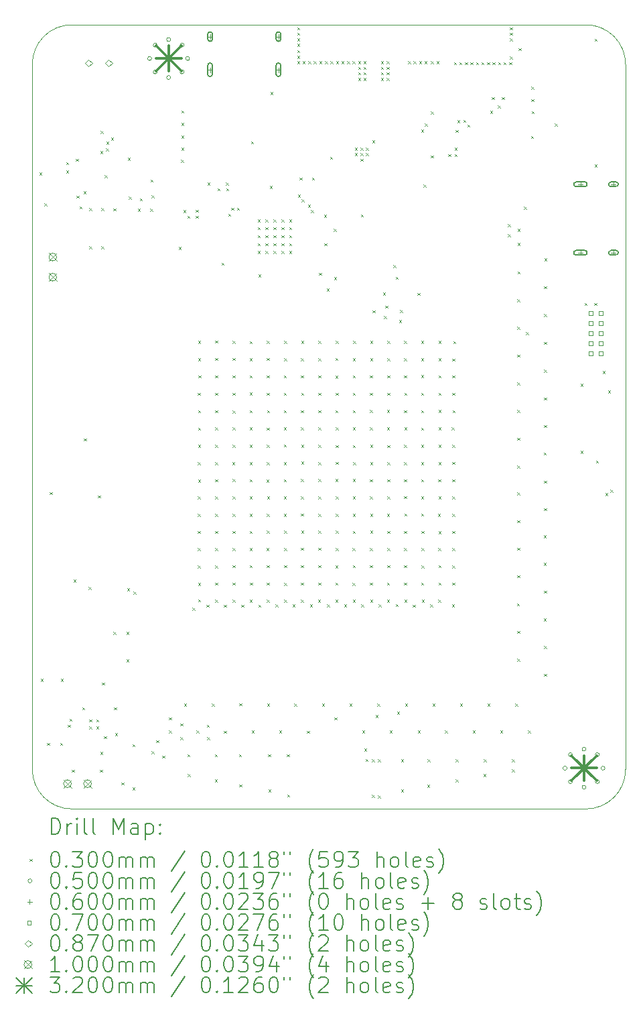
<source format=gbr>
%TF.GenerationSoftware,KiCad,Pcbnew,7.0.2*%
%TF.CreationDate,2023-07-17T10:45:48+03:00*%
%TF.ProjectId,DeskSandGlass,4465736b-5361-46e6-9447-6c6173732e6b,rev?*%
%TF.SameCoordinates,Original*%
%TF.FileFunction,Drillmap*%
%TF.FilePolarity,Positive*%
%FSLAX45Y45*%
G04 Gerber Fmt 4.5, Leading zero omitted, Abs format (unit mm)*
G04 Created by KiCad (PCBNEW 7.0.2) date 2023-07-17 10:45:48*
%MOMM*%
%LPD*%
G01*
G04 APERTURE LIST*
%ADD10C,0.100000*%
%ADD11C,0.200000*%
%ADD12C,0.030000*%
%ADD13C,0.050000*%
%ADD14C,0.060000*%
%ADD15C,0.070000*%
%ADD16C,0.087000*%
%ADD17C,0.320000*%
G04 APERTURE END LIST*
D10*
X18676547Y-4934553D02*
G75*
G03*
X18176553Y-4434553I-499997J3D01*
G01*
X18176553Y-4434553D02*
X11676553Y-4434553D01*
X11176553Y-4934553D02*
X11176553Y-13834553D01*
X11676553Y-14334553D02*
X18176553Y-14334553D01*
X18676553Y-13834553D02*
X18676553Y-4934553D01*
X18176553Y-14334553D02*
G75*
G03*
X18676553Y-13834553I-3J500003D01*
G01*
X11176547Y-13834553D02*
G75*
G03*
X11676553Y-14334553I500003J3D01*
G01*
X11676553Y-4434553D02*
G75*
G03*
X11176553Y-4934553I0J-500000D01*
G01*
D11*
D12*
X11267450Y-6298150D02*
X11297450Y-6328150D01*
X11297450Y-6298150D02*
X11267450Y-6328150D01*
X11282500Y-12690000D02*
X11312500Y-12720000D01*
X11312500Y-12690000D02*
X11282500Y-12720000D01*
X11329553Y-6691053D02*
X11359553Y-6721053D01*
X11359553Y-6691053D02*
X11329553Y-6721053D01*
X11364303Y-13499553D02*
X11394303Y-13529553D01*
X11394303Y-13499553D02*
X11364303Y-13529553D01*
X11395000Y-10335000D02*
X11425000Y-10365000D01*
X11425000Y-10335000D02*
X11395000Y-10365000D01*
X11529303Y-13499553D02*
X11559303Y-13529553D01*
X11559303Y-13499553D02*
X11529303Y-13529553D01*
X11536500Y-12690000D02*
X11566500Y-12720000D01*
X11566500Y-12690000D02*
X11536500Y-12720000D01*
X11605000Y-6170103D02*
X11635000Y-6200103D01*
X11635000Y-6170103D02*
X11605000Y-6200103D01*
X11605000Y-6275003D02*
X11635000Y-6305003D01*
X11635000Y-6275003D02*
X11605000Y-6305003D01*
X11625000Y-13272023D02*
X11655000Y-13302023D01*
X11655000Y-13272023D02*
X11625000Y-13302023D01*
X11645000Y-13195000D02*
X11675000Y-13225000D01*
X11675000Y-13195000D02*
X11645000Y-13225000D01*
X11677500Y-13840000D02*
X11707500Y-13870000D01*
X11707500Y-13840000D02*
X11677500Y-13870000D01*
X11698803Y-11436553D02*
X11728803Y-11466553D01*
X11728803Y-11436553D02*
X11698803Y-11466553D01*
X11725000Y-6125000D02*
X11755000Y-6155000D01*
X11755000Y-6125000D02*
X11725000Y-6155000D01*
X11737450Y-6592500D02*
X11767450Y-6622500D01*
X11767450Y-6592500D02*
X11737450Y-6622500D01*
X11772500Y-6727500D02*
X11802500Y-6757500D01*
X11802500Y-6727500D02*
X11772500Y-6757500D01*
X11807500Y-13050000D02*
X11837500Y-13080000D01*
X11837500Y-13050000D02*
X11807500Y-13080000D01*
X11825000Y-6535000D02*
X11855000Y-6565000D01*
X11855000Y-6535000D02*
X11825000Y-6565000D01*
X11830000Y-9657500D02*
X11860000Y-9687500D01*
X11860000Y-9657500D02*
X11830000Y-9687500D01*
X11886303Y-11531553D02*
X11916303Y-11561553D01*
X11916303Y-11531553D02*
X11886303Y-11561553D01*
X11895000Y-13205000D02*
X11925000Y-13235000D01*
X11925000Y-13205000D02*
X11895000Y-13235000D01*
X11895000Y-13295000D02*
X11925000Y-13325000D01*
X11925000Y-13295000D02*
X11895000Y-13325000D01*
X11895053Y-6750053D02*
X11925053Y-6780053D01*
X11925053Y-6750053D02*
X11895053Y-6780053D01*
X11897053Y-7229553D02*
X11927053Y-7259553D01*
X11927053Y-7229553D02*
X11897053Y-7259553D01*
X11985000Y-13205000D02*
X12015000Y-13235000D01*
X12015000Y-13205000D02*
X11985000Y-13235000D01*
X11985000Y-13295000D02*
X12015000Y-13325000D01*
X12015000Y-13295000D02*
X11985000Y-13325000D01*
X12005000Y-10375000D02*
X12035000Y-10405000D01*
X12035000Y-10375000D02*
X12005000Y-10405000D01*
X12032500Y-13837500D02*
X12062500Y-13867500D01*
X12062500Y-13837500D02*
X12032500Y-13867500D01*
X12035000Y-13612500D02*
X12065000Y-13642500D01*
X12065000Y-13612500D02*
X12035000Y-13642500D01*
X12037500Y-6030000D02*
X12067500Y-6060000D01*
X12067500Y-6030000D02*
X12037500Y-6060000D01*
X12042500Y-5772500D02*
X12072500Y-5802500D01*
X12072500Y-5772500D02*
X12042500Y-5802500D01*
X12050053Y-6750053D02*
X12080053Y-6780053D01*
X12080053Y-6750053D02*
X12050053Y-6780053D01*
X12050053Y-7229553D02*
X12080053Y-7259553D01*
X12080053Y-7229553D02*
X12050053Y-7259553D01*
X12057303Y-12739553D02*
X12087303Y-12769553D01*
X12087303Y-12739553D02*
X12057303Y-12769553D01*
X12082500Y-13417500D02*
X12112500Y-13447500D01*
X12112500Y-13417500D02*
X12082500Y-13447500D01*
X12091553Y-6332053D02*
X12121553Y-6362053D01*
X12121553Y-6332053D02*
X12091553Y-6362053D01*
X12107500Y-5995000D02*
X12137500Y-6025000D01*
X12137500Y-5995000D02*
X12107500Y-6025000D01*
X12112500Y-5909950D02*
X12142500Y-5939950D01*
X12142500Y-5909950D02*
X12112500Y-5939950D01*
X12172500Y-5860000D02*
X12202500Y-5890000D01*
X12202500Y-5860000D02*
X12172500Y-5890000D01*
X12200053Y-12097053D02*
X12230053Y-12127053D01*
X12230053Y-12097053D02*
X12200053Y-12127053D01*
X12202553Y-6752553D02*
X12232553Y-6782553D01*
X12232553Y-6752553D02*
X12202553Y-6782553D01*
X12209803Y-13052053D02*
X12239803Y-13082053D01*
X12239803Y-13052053D02*
X12209803Y-13082053D01*
X12223000Y-13376923D02*
X12253000Y-13406923D01*
X12253000Y-13376923D02*
X12223000Y-13406923D01*
X12305053Y-14001053D02*
X12335053Y-14031053D01*
X12335053Y-14001053D02*
X12305053Y-14031053D01*
X12365053Y-12097053D02*
X12395053Y-12127053D01*
X12395053Y-12097053D02*
X12365053Y-12127053D01*
X12368053Y-12448053D02*
X12398053Y-12478053D01*
X12398053Y-12448053D02*
X12368053Y-12478053D01*
X12375000Y-11547500D02*
X12405000Y-11577500D01*
X12405000Y-11547500D02*
X12375000Y-11577500D01*
X12385000Y-6115000D02*
X12415000Y-6145000D01*
X12415000Y-6115000D02*
X12385000Y-6145000D01*
X12397500Y-6602500D02*
X12427500Y-6632500D01*
X12427500Y-6602500D02*
X12397500Y-6632500D01*
X12441303Y-13516553D02*
X12471303Y-13546553D01*
X12471303Y-13516553D02*
X12441303Y-13546553D01*
X12442500Y-14062500D02*
X12472500Y-14092500D01*
X12472500Y-14062500D02*
X12442500Y-14092500D01*
X12457500Y-11592500D02*
X12487500Y-11622500D01*
X12487500Y-11592500D02*
X12457500Y-11622500D01*
X12511053Y-6755053D02*
X12541053Y-6785053D01*
X12541053Y-6755053D02*
X12511053Y-6785053D01*
X12534950Y-6626662D02*
X12564950Y-6656662D01*
X12564950Y-6626662D02*
X12534950Y-6656662D01*
X12666053Y-6755053D02*
X12696053Y-6785053D01*
X12696053Y-6755053D02*
X12666053Y-6785053D01*
X12671053Y-6390053D02*
X12701053Y-6420053D01*
X12701053Y-6390053D02*
X12671053Y-6420053D01*
X12685000Y-6585000D02*
X12715000Y-6615000D01*
X12715000Y-6585000D02*
X12685000Y-6615000D01*
X12685050Y-13607500D02*
X12715050Y-13637500D01*
X12715050Y-13607500D02*
X12685050Y-13637500D01*
X12745000Y-13465000D02*
X12775000Y-13495000D01*
X12775000Y-13465000D02*
X12745000Y-13495000D01*
X12817391Y-13660109D02*
X12847391Y-13690109D01*
X12847391Y-13660109D02*
X12817391Y-13690109D01*
X12904553Y-13177053D02*
X12934553Y-13207053D01*
X12934553Y-13177053D02*
X12904553Y-13207053D01*
X12904553Y-13342053D02*
X12934553Y-13372053D01*
X12934553Y-13342053D02*
X12904553Y-13372053D01*
X13027500Y-7240000D02*
X13057500Y-7270000D01*
X13057500Y-7240000D02*
X13027500Y-7270000D01*
X13047500Y-13427500D02*
X13077500Y-13457500D01*
X13077500Y-13427500D02*
X13047500Y-13457500D01*
X13050000Y-13255000D02*
X13080000Y-13285000D01*
X13080000Y-13255000D02*
X13050000Y-13285000D01*
X13057500Y-6140000D02*
X13087500Y-6170000D01*
X13087500Y-6140000D02*
X13057500Y-6170000D01*
X13060000Y-5832500D02*
X13090000Y-5862500D01*
X13090000Y-5832500D02*
X13060000Y-5862500D01*
X13060000Y-5985000D02*
X13090000Y-6015000D01*
X13090000Y-5985000D02*
X13060000Y-6015000D01*
X13062500Y-5517500D02*
X13092500Y-5547500D01*
X13092500Y-5517500D02*
X13062500Y-5547500D01*
X13062500Y-5675000D02*
X13092500Y-5705000D01*
X13092500Y-5675000D02*
X13062500Y-5705000D01*
X13085153Y-6772500D02*
X13115153Y-6802500D01*
X13115153Y-6772500D02*
X13085153Y-6802500D01*
X13094553Y-13005053D02*
X13124553Y-13035053D01*
X13124553Y-13005053D02*
X13094553Y-13035053D01*
X13137500Y-13642500D02*
X13167500Y-13672500D01*
X13167500Y-13642500D02*
X13137500Y-13672500D01*
X13137603Y-6845000D02*
X13167603Y-6875000D01*
X13167603Y-6845000D02*
X13137603Y-6875000D01*
X13140000Y-13892003D02*
X13170000Y-13922003D01*
X13170000Y-13892003D02*
X13140000Y-13922003D01*
X13202500Y-11795000D02*
X13232500Y-11825000D01*
X13232500Y-11795000D02*
X13202500Y-11825000D01*
X13242503Y-6770050D02*
X13272503Y-6800050D01*
X13272503Y-6770050D02*
X13242503Y-6800050D01*
X13242503Y-6845000D02*
X13272503Y-6875000D01*
X13272503Y-6845000D02*
X13242503Y-6875000D01*
X13252500Y-13345000D02*
X13282500Y-13375000D01*
X13282500Y-13345000D02*
X13252500Y-13375000D01*
X13270000Y-9080000D02*
X13300000Y-9110000D01*
X13300000Y-9080000D02*
X13270000Y-9110000D01*
X13270000Y-9957500D02*
X13300000Y-9987500D01*
X13300000Y-9957500D02*
X13270000Y-9987500D01*
X13270000Y-10390000D02*
X13300000Y-10420000D01*
X13300000Y-10390000D02*
X13270000Y-10420000D01*
X13270000Y-10610000D02*
X13300000Y-10640000D01*
X13300000Y-10610000D02*
X13270000Y-10640000D01*
X13270000Y-10825000D02*
X13300000Y-10855000D01*
X13300000Y-10825000D02*
X13270000Y-10855000D01*
X13270000Y-11042500D02*
X13300000Y-11072500D01*
X13300000Y-11042500D02*
X13270000Y-11072500D01*
X13270000Y-11260000D02*
X13300000Y-11290000D01*
X13300000Y-11260000D02*
X13270000Y-11290000D01*
X13271369Y-8425738D02*
X13301369Y-8455738D01*
X13301369Y-8425738D02*
X13271369Y-8455738D01*
X13271369Y-11688631D02*
X13301369Y-11718631D01*
X13301369Y-11688631D02*
X13271369Y-11718631D01*
X13272500Y-8645000D02*
X13302500Y-8675000D01*
X13302500Y-8645000D02*
X13272500Y-8675000D01*
X13272500Y-9302500D02*
X13302500Y-9332500D01*
X13302500Y-9302500D02*
X13272500Y-9332500D01*
X13272500Y-9520000D02*
X13302500Y-9550000D01*
X13302500Y-9520000D02*
X13272500Y-9550000D01*
X13272500Y-9737500D02*
X13302500Y-9767500D01*
X13302500Y-9737500D02*
X13272500Y-9767500D01*
X13272500Y-10175000D02*
X13302500Y-10205000D01*
X13302500Y-10175000D02*
X13272500Y-10205000D01*
X13272500Y-11480000D02*
X13302500Y-11510000D01*
X13302500Y-11480000D02*
X13272500Y-11510000D01*
X13275000Y-8862500D02*
X13305000Y-8892500D01*
X13305000Y-8862500D02*
X13275000Y-8892500D01*
X13380000Y-11757500D02*
X13410000Y-11787500D01*
X13410000Y-11757500D02*
X13380000Y-11787500D01*
X13382500Y-13270000D02*
X13412500Y-13300000D01*
X13412500Y-13270000D02*
X13382500Y-13300000D01*
X13385000Y-13430000D02*
X13415000Y-13460000D01*
X13415000Y-13430000D02*
X13385000Y-13460000D01*
X13391603Y-6427500D02*
X13421603Y-6457500D01*
X13421603Y-6427500D02*
X13391603Y-6457500D01*
X13445000Y-13005000D02*
X13475000Y-13035000D01*
X13475000Y-13005000D02*
X13445000Y-13035000D01*
X13482500Y-13645000D02*
X13512500Y-13675000D01*
X13512500Y-13645000D02*
X13482500Y-13675000D01*
X13482500Y-13962500D02*
X13512500Y-13992500D01*
X13512500Y-13962500D02*
X13482500Y-13992500D01*
X13487500Y-10607500D02*
X13517500Y-10637500D01*
X13517500Y-10607500D02*
X13487500Y-10637500D01*
X13487500Y-11042500D02*
X13517500Y-11072500D01*
X13517500Y-11042500D02*
X13487500Y-11072500D01*
X13487500Y-11260000D02*
X13517500Y-11290000D01*
X13517500Y-11260000D02*
X13487500Y-11290000D01*
X13487500Y-11475000D02*
X13517500Y-11505000D01*
X13517500Y-11475000D02*
X13487500Y-11505000D01*
X13488869Y-11693238D02*
X13518869Y-11723238D01*
X13518869Y-11693238D02*
X13488869Y-11723238D01*
X13489000Y-8421000D02*
X13519000Y-8451000D01*
X13519000Y-8421000D02*
X13489000Y-8451000D01*
X13490000Y-8640000D02*
X13520000Y-8670000D01*
X13520000Y-8640000D02*
X13490000Y-8670000D01*
X13490000Y-8860000D02*
X13520000Y-8890000D01*
X13520000Y-8860000D02*
X13490000Y-8890000D01*
X13490000Y-9080000D02*
X13520000Y-9110000D01*
X13520000Y-9080000D02*
X13490000Y-9110000D01*
X13490000Y-9300000D02*
X13520000Y-9330000D01*
X13520000Y-9300000D02*
X13490000Y-9330000D01*
X13490000Y-9517500D02*
X13520000Y-9547500D01*
X13520000Y-9517500D02*
X13490000Y-9547500D01*
X13490000Y-9735000D02*
X13520000Y-9765000D01*
X13520000Y-9735000D02*
X13490000Y-9765000D01*
X13490000Y-9955000D02*
X13520000Y-9985000D01*
X13520000Y-9955000D02*
X13490000Y-9985000D01*
X13490000Y-10172500D02*
X13520000Y-10202500D01*
X13520000Y-10172500D02*
X13490000Y-10202500D01*
X13490000Y-10390000D02*
X13520000Y-10420000D01*
X13520000Y-10390000D02*
X13490000Y-10420000D01*
X13490000Y-10825000D02*
X13520000Y-10855000D01*
X13520000Y-10825000D02*
X13490000Y-10855000D01*
X13518603Y-6497500D02*
X13548603Y-6527500D01*
X13548603Y-6497500D02*
X13518603Y-6527500D01*
X13569950Y-7437500D02*
X13599950Y-7467500D01*
X13599950Y-7437500D02*
X13569950Y-7467500D01*
X13600000Y-11757500D02*
X13630000Y-11787500D01*
X13630000Y-11757500D02*
X13600000Y-11787500D01*
X13600000Y-13347500D02*
X13630000Y-13377500D01*
X13630000Y-13347500D02*
X13600000Y-13377500D01*
X13623503Y-6424767D02*
X13653503Y-6454767D01*
X13653503Y-6424767D02*
X13623503Y-6454767D01*
X13626339Y-6499664D02*
X13656339Y-6529664D01*
X13656339Y-6499664D02*
X13626339Y-6529664D01*
X13652184Y-6820454D02*
X13682184Y-6850454D01*
X13682184Y-6820454D02*
X13652184Y-6850454D01*
X13690000Y-6745000D02*
X13720000Y-6775000D01*
X13720000Y-6745000D02*
X13690000Y-6775000D01*
X13705000Y-9955000D02*
X13735000Y-9985000D01*
X13735000Y-9955000D02*
X13705000Y-9985000D01*
X13706369Y-11693238D02*
X13736369Y-11723238D01*
X13736369Y-11693238D02*
X13706369Y-11723238D01*
X13707500Y-8640000D02*
X13737500Y-8670000D01*
X13737500Y-8640000D02*
X13707500Y-8670000D01*
X13707500Y-8862500D02*
X13737500Y-8892500D01*
X13737500Y-8862500D02*
X13707500Y-8892500D01*
X13707500Y-9080000D02*
X13737500Y-9110000D01*
X13737500Y-9080000D02*
X13707500Y-9110000D01*
X13707500Y-9305000D02*
X13737500Y-9335000D01*
X13737500Y-9305000D02*
X13707500Y-9335000D01*
X13707500Y-9517500D02*
X13737500Y-9547500D01*
X13737500Y-9517500D02*
X13707500Y-9547500D01*
X13707500Y-9737500D02*
X13737500Y-9767500D01*
X13737500Y-9737500D02*
X13707500Y-9767500D01*
X13707500Y-10170000D02*
X13737500Y-10200000D01*
X13737500Y-10170000D02*
X13707500Y-10200000D01*
X13707500Y-10390000D02*
X13737500Y-10420000D01*
X13737500Y-10390000D02*
X13707500Y-10420000D01*
X13707500Y-10607500D02*
X13737500Y-10637500D01*
X13737500Y-10607500D02*
X13707500Y-10637500D01*
X13707500Y-10825000D02*
X13737500Y-10855000D01*
X13737500Y-10825000D02*
X13707500Y-10855000D01*
X13707500Y-11042500D02*
X13737500Y-11072500D01*
X13737500Y-11042500D02*
X13707500Y-11072500D01*
X13707500Y-11257500D02*
X13737500Y-11287500D01*
X13737500Y-11257500D02*
X13707500Y-11287500D01*
X13707500Y-11475000D02*
X13737500Y-11505000D01*
X13737500Y-11475000D02*
X13707500Y-11505000D01*
X13709000Y-8423000D02*
X13739000Y-8453000D01*
X13739000Y-8423000D02*
X13709000Y-8453000D01*
X13764950Y-6745000D02*
X13794950Y-6775000D01*
X13794950Y-6745000D02*
X13764950Y-6775000D01*
X13790000Y-13645000D02*
X13820000Y-13675000D01*
X13820000Y-13645000D02*
X13790000Y-13675000D01*
X13792500Y-13002500D02*
X13822500Y-13032500D01*
X13822500Y-13002500D02*
X13792500Y-13032500D01*
X13792500Y-14025000D02*
X13822500Y-14055000D01*
X13822500Y-14025000D02*
X13792500Y-14055000D01*
X13817500Y-11755000D02*
X13847500Y-11785000D01*
X13847500Y-11755000D02*
X13817500Y-11785000D01*
X13922500Y-9517500D02*
X13952500Y-9547500D01*
X13952500Y-9517500D02*
X13922500Y-9547500D01*
X13922500Y-10172500D02*
X13952500Y-10202500D01*
X13952500Y-10172500D02*
X13922500Y-10202500D01*
X13922500Y-10610000D02*
X13952500Y-10640000D01*
X13952500Y-10610000D02*
X13922500Y-10640000D01*
X13923869Y-11693238D02*
X13953869Y-11723238D01*
X13953869Y-11693238D02*
X13923869Y-11723238D01*
X13925000Y-8428000D02*
X13955000Y-8458000D01*
X13955000Y-8428000D02*
X13925000Y-8458000D01*
X13925000Y-8642500D02*
X13955000Y-8672500D01*
X13955000Y-8642500D02*
X13925000Y-8672500D01*
X13925000Y-8862500D02*
X13955000Y-8892500D01*
X13955000Y-8862500D02*
X13925000Y-8892500D01*
X13925000Y-9077500D02*
X13955000Y-9107500D01*
X13955000Y-9077500D02*
X13925000Y-9107500D01*
X13925000Y-9302500D02*
X13955000Y-9332500D01*
X13955000Y-9302500D02*
X13925000Y-9332500D01*
X13925000Y-9737500D02*
X13955000Y-9767500D01*
X13955000Y-9737500D02*
X13925000Y-9767500D01*
X13925000Y-9955000D02*
X13955000Y-9985000D01*
X13955000Y-9955000D02*
X13925000Y-9985000D01*
X13925000Y-10387500D02*
X13955000Y-10417500D01*
X13955000Y-10387500D02*
X13925000Y-10417500D01*
X13925000Y-10825000D02*
X13955000Y-10855000D01*
X13955000Y-10825000D02*
X13925000Y-10855000D01*
X13925000Y-11042500D02*
X13955000Y-11072500D01*
X13955000Y-11042500D02*
X13925000Y-11072500D01*
X13925000Y-11255000D02*
X13955000Y-11285000D01*
X13955000Y-11255000D02*
X13925000Y-11285000D01*
X13927500Y-11475000D02*
X13957500Y-11505000D01*
X13957500Y-11475000D02*
X13927500Y-11505000D01*
X13939553Y-5904053D02*
X13969553Y-5934053D01*
X13969553Y-5904053D02*
X13939553Y-5934053D01*
X13950000Y-13345000D02*
X13980000Y-13375000D01*
X13980000Y-13345000D02*
X13950000Y-13375000D01*
X14025000Y-6891000D02*
X14055000Y-6921000D01*
X14055000Y-6891000D02*
X14025000Y-6921000D01*
X14025000Y-6991000D02*
X14055000Y-7021000D01*
X14055000Y-6991000D02*
X14025000Y-7021000D01*
X14025000Y-7091000D02*
X14055000Y-7121000D01*
X14055000Y-7091000D02*
X14025000Y-7121000D01*
X14025000Y-7191000D02*
X14055000Y-7221000D01*
X14055000Y-7191000D02*
X14025000Y-7221000D01*
X14025000Y-7291000D02*
X14055000Y-7321000D01*
X14055000Y-7291000D02*
X14025000Y-7321000D01*
X14035000Y-7585000D02*
X14065000Y-7615000D01*
X14065000Y-7585000D02*
X14035000Y-7615000D01*
X14035000Y-11755000D02*
X14065000Y-11785000D01*
X14065000Y-11755000D02*
X14035000Y-11785000D01*
X14125000Y-6891000D02*
X14155000Y-6921000D01*
X14155000Y-6891000D02*
X14125000Y-6921000D01*
X14125000Y-6991000D02*
X14155000Y-7021000D01*
X14155000Y-6991000D02*
X14125000Y-7021000D01*
X14125000Y-7091000D02*
X14155000Y-7121000D01*
X14155000Y-7091000D02*
X14125000Y-7121000D01*
X14125000Y-7191000D02*
X14155000Y-7221000D01*
X14155000Y-7191000D02*
X14125000Y-7221000D01*
X14125000Y-7291000D02*
X14155000Y-7321000D01*
X14155000Y-7291000D02*
X14125000Y-7321000D01*
X14137500Y-10177500D02*
X14167500Y-10207500D01*
X14167500Y-10177500D02*
X14137500Y-10207500D01*
X14137500Y-11042500D02*
X14167500Y-11072500D01*
X14167500Y-11042500D02*
X14137500Y-11072500D01*
X14138000Y-8426000D02*
X14168000Y-8456000D01*
X14168000Y-8426000D02*
X14138000Y-8456000D01*
X14140000Y-8640000D02*
X14170000Y-8670000D01*
X14170000Y-8640000D02*
X14140000Y-8670000D01*
X14140000Y-8862500D02*
X14170000Y-8892500D01*
X14170000Y-8862500D02*
X14140000Y-8892500D01*
X14140000Y-9080000D02*
X14170000Y-9110000D01*
X14170000Y-9080000D02*
X14140000Y-9110000D01*
X14140000Y-9520000D02*
X14170000Y-9550000D01*
X14170000Y-9520000D02*
X14140000Y-9550000D01*
X14140000Y-9737500D02*
X14170000Y-9767500D01*
X14170000Y-9737500D02*
X14140000Y-9767500D01*
X14140000Y-9955000D02*
X14170000Y-9985000D01*
X14170000Y-9955000D02*
X14140000Y-9985000D01*
X14140000Y-10610000D02*
X14170000Y-10640000D01*
X14170000Y-10610000D02*
X14140000Y-10640000D01*
X14140000Y-10822500D02*
X14170000Y-10852500D01*
X14170000Y-10822500D02*
X14140000Y-10852500D01*
X14140000Y-11255000D02*
X14170000Y-11285000D01*
X14170000Y-11255000D02*
X14140000Y-11285000D01*
X14140000Y-11477500D02*
X14170000Y-11507500D01*
X14170000Y-11477500D02*
X14140000Y-11507500D01*
X14141369Y-11693238D02*
X14171369Y-11723238D01*
X14171369Y-11693238D02*
X14141369Y-11723238D01*
X14142500Y-9302500D02*
X14172500Y-9332500D01*
X14172500Y-9302500D02*
X14142500Y-9332500D01*
X14142500Y-10390000D02*
X14172500Y-10420000D01*
X14172500Y-10390000D02*
X14142500Y-10420000D01*
X14142500Y-13005000D02*
X14172500Y-13035000D01*
X14172500Y-13005000D02*
X14142500Y-13035000D01*
X14157500Y-13645000D02*
X14187500Y-13675000D01*
X14187500Y-13645000D02*
X14157500Y-13675000D01*
X14160000Y-14087500D02*
X14190000Y-14117500D01*
X14190000Y-14087500D02*
X14160000Y-14117500D01*
X14180000Y-6467500D02*
X14210000Y-6497500D01*
X14210000Y-6467500D02*
X14180000Y-6497500D01*
X14185000Y-5282500D02*
X14215000Y-5312500D01*
X14215000Y-5282500D02*
X14185000Y-5312500D01*
X14225000Y-6891000D02*
X14255000Y-6921000D01*
X14255000Y-6891000D02*
X14225000Y-6921000D01*
X14225000Y-6991000D02*
X14255000Y-7021000D01*
X14255000Y-6991000D02*
X14225000Y-7021000D01*
X14225000Y-7091000D02*
X14255000Y-7121000D01*
X14255000Y-7091000D02*
X14225000Y-7121000D01*
X14225000Y-7191000D02*
X14255000Y-7221000D01*
X14255000Y-7191000D02*
X14225000Y-7221000D01*
X14225000Y-7291000D02*
X14255000Y-7321000D01*
X14255000Y-7291000D02*
X14225000Y-7321000D01*
X14252500Y-11752500D02*
X14282500Y-11782500D01*
X14282500Y-11752500D02*
X14252500Y-11782500D01*
X14297500Y-13345000D02*
X14327500Y-13375000D01*
X14327500Y-13345000D02*
X14297500Y-13375000D01*
X14325000Y-6891000D02*
X14355000Y-6921000D01*
X14355000Y-6891000D02*
X14325000Y-6921000D01*
X14325000Y-6991000D02*
X14355000Y-7021000D01*
X14355000Y-6991000D02*
X14325000Y-7021000D01*
X14325000Y-7091000D02*
X14355000Y-7121000D01*
X14355000Y-7091000D02*
X14325000Y-7121000D01*
X14325000Y-7191000D02*
X14355000Y-7221000D01*
X14355000Y-7191000D02*
X14325000Y-7221000D01*
X14325000Y-7291000D02*
X14355000Y-7321000D01*
X14355000Y-7291000D02*
X14325000Y-7321000D01*
X14355000Y-9080000D02*
X14385000Y-9110000D01*
X14385000Y-9080000D02*
X14355000Y-9110000D01*
X14355000Y-9517500D02*
X14385000Y-9547500D01*
X14385000Y-9517500D02*
X14355000Y-9547500D01*
X14355000Y-9955000D02*
X14385000Y-9985000D01*
X14385000Y-9955000D02*
X14355000Y-9985000D01*
X14355000Y-10172500D02*
X14385000Y-10202500D01*
X14385000Y-10172500D02*
X14355000Y-10202500D01*
X14357500Y-8862500D02*
X14387500Y-8892500D01*
X14387500Y-8862500D02*
X14357500Y-8892500D01*
X14357500Y-9300000D02*
X14387500Y-9330000D01*
X14387500Y-9300000D02*
X14357500Y-9330000D01*
X14357500Y-9732500D02*
X14387500Y-9762500D01*
X14387500Y-9732500D02*
X14357500Y-9762500D01*
X14357500Y-10390000D02*
X14387500Y-10420000D01*
X14387500Y-10390000D02*
X14357500Y-10420000D01*
X14357500Y-10607500D02*
X14387500Y-10637500D01*
X14387500Y-10607500D02*
X14357500Y-10637500D01*
X14358869Y-11693238D02*
X14388869Y-11723238D01*
X14388869Y-11693238D02*
X14358869Y-11723238D01*
X14360000Y-8423000D02*
X14390000Y-8453000D01*
X14390000Y-8423000D02*
X14360000Y-8453000D01*
X14360000Y-8642500D02*
X14390000Y-8672500D01*
X14390000Y-8642500D02*
X14360000Y-8672500D01*
X14360000Y-10822500D02*
X14390000Y-10852500D01*
X14390000Y-10822500D02*
X14360000Y-10852500D01*
X14360000Y-11042500D02*
X14390000Y-11072500D01*
X14390000Y-11042500D02*
X14360000Y-11072500D01*
X14360000Y-11255000D02*
X14390000Y-11285000D01*
X14390000Y-11255000D02*
X14360000Y-11285000D01*
X14360000Y-11480000D02*
X14390000Y-11510000D01*
X14390000Y-11480000D02*
X14360000Y-11510000D01*
X14395000Y-13645050D02*
X14425000Y-13675050D01*
X14425000Y-13645050D02*
X14395000Y-13675050D01*
X14397500Y-14152500D02*
X14427500Y-14182500D01*
X14427500Y-14152500D02*
X14397500Y-14182500D01*
X14425000Y-6891000D02*
X14455000Y-6921000D01*
X14455000Y-6891000D02*
X14425000Y-6921000D01*
X14425000Y-6991000D02*
X14455000Y-7021000D01*
X14455000Y-6991000D02*
X14425000Y-7021000D01*
X14425000Y-7091000D02*
X14455000Y-7121000D01*
X14455000Y-7091000D02*
X14425000Y-7121000D01*
X14425000Y-7191000D02*
X14455000Y-7221000D01*
X14455000Y-7191000D02*
X14425000Y-7221000D01*
X14425000Y-7291000D02*
X14455000Y-7321000D01*
X14455000Y-7291000D02*
X14425000Y-7321000D01*
X14467500Y-11750000D02*
X14497500Y-11780000D01*
X14497500Y-11750000D02*
X14467500Y-11780000D01*
X14487500Y-13005000D02*
X14517500Y-13035000D01*
X14517500Y-13005000D02*
X14487500Y-13035000D01*
X14525000Y-4465000D02*
X14555000Y-4495000D01*
X14555000Y-4465000D02*
X14525000Y-4495000D01*
X14525000Y-4535000D02*
X14555000Y-4565000D01*
X14555000Y-4535000D02*
X14525000Y-4565000D01*
X14525000Y-4605000D02*
X14555000Y-4635000D01*
X14555000Y-4605000D02*
X14525000Y-4635000D01*
X14525000Y-4675000D02*
X14555000Y-4705000D01*
X14555000Y-4675000D02*
X14525000Y-4705000D01*
X14525000Y-4755000D02*
X14555000Y-4785000D01*
X14555000Y-4755000D02*
X14525000Y-4785000D01*
X14525000Y-4825000D02*
X14555000Y-4855000D01*
X14555000Y-4825000D02*
X14525000Y-4855000D01*
X14525000Y-4895000D02*
X14555000Y-4925000D01*
X14555000Y-4895000D02*
X14525000Y-4925000D01*
X14532500Y-6579950D02*
X14562500Y-6609950D01*
X14562500Y-6579950D02*
X14532500Y-6609950D01*
X14556553Y-6362553D02*
X14586553Y-6392553D01*
X14586553Y-6362553D02*
X14556553Y-6392553D01*
X14572500Y-8642500D02*
X14602500Y-8672500D01*
X14602500Y-8642500D02*
X14572500Y-8672500D01*
X14572500Y-8862500D02*
X14602500Y-8892500D01*
X14602500Y-8862500D02*
X14572500Y-8892500D01*
X14572500Y-9300000D02*
X14602500Y-9330000D01*
X14602500Y-9300000D02*
X14572500Y-9330000D01*
X14572500Y-9517500D02*
X14602500Y-9547500D01*
X14602500Y-9517500D02*
X14572500Y-9547500D01*
X14572500Y-10170000D02*
X14602500Y-10200000D01*
X14602500Y-10170000D02*
X14572500Y-10200000D01*
X14572500Y-10390000D02*
X14602500Y-10420000D01*
X14602500Y-10390000D02*
X14572500Y-10420000D01*
X14572500Y-10605000D02*
X14602500Y-10635000D01*
X14602500Y-10605000D02*
X14572500Y-10635000D01*
X14572500Y-11037500D02*
X14602500Y-11067500D01*
X14602500Y-11037500D02*
X14572500Y-11067500D01*
X14572500Y-11255000D02*
X14602500Y-11285000D01*
X14602500Y-11255000D02*
X14572500Y-11285000D01*
X14572500Y-11477500D02*
X14602500Y-11507500D01*
X14602500Y-11477500D02*
X14572500Y-11507500D01*
X14573869Y-11693238D02*
X14603869Y-11723238D01*
X14603869Y-11693238D02*
X14573869Y-11723238D01*
X14575000Y-8425000D02*
X14605000Y-8455000D01*
X14605000Y-8425000D02*
X14575000Y-8455000D01*
X14575000Y-9735000D02*
X14605000Y-9765000D01*
X14605000Y-9735000D02*
X14575000Y-9765000D01*
X14575000Y-10822500D02*
X14605000Y-10852500D01*
X14605000Y-10822500D02*
X14575000Y-10852500D01*
X14577500Y-9080000D02*
X14607500Y-9110000D01*
X14607500Y-9080000D02*
X14577500Y-9110000D01*
X14577500Y-9950000D02*
X14607500Y-9980000D01*
X14607500Y-9950000D02*
X14577500Y-9980000D01*
X14578668Y-6638993D02*
X14608668Y-6668993D01*
X14608668Y-6638993D02*
X14578668Y-6668993D01*
X14595000Y-4895000D02*
X14625000Y-4925000D01*
X14625000Y-4895000D02*
X14595000Y-4925000D01*
X14647500Y-13347500D02*
X14677500Y-13377500D01*
X14677500Y-13347500D02*
X14647500Y-13377500D01*
X14662500Y-6705000D02*
X14692500Y-6735000D01*
X14692500Y-6705000D02*
X14662500Y-6735000D01*
X14665000Y-4895000D02*
X14695000Y-4925000D01*
X14695000Y-4895000D02*
X14665000Y-4925000D01*
X14685000Y-11750000D02*
X14715000Y-11780000D01*
X14715000Y-11750000D02*
X14685000Y-11780000D01*
X14697500Y-6772500D02*
X14727500Y-6802500D01*
X14727500Y-6772500D02*
X14697500Y-6802500D01*
X14712553Y-6363053D02*
X14742553Y-6393053D01*
X14742553Y-6363053D02*
X14712553Y-6393053D01*
X14735000Y-4895000D02*
X14765000Y-4925000D01*
X14765000Y-4895000D02*
X14735000Y-4925000D01*
X14788869Y-11693238D02*
X14818869Y-11723238D01*
X14818869Y-11693238D02*
X14788869Y-11723238D01*
X14790000Y-8642500D02*
X14820000Y-8672500D01*
X14820000Y-8642500D02*
X14790000Y-8672500D01*
X14790000Y-8862500D02*
X14820000Y-8892500D01*
X14820000Y-8862500D02*
X14790000Y-8892500D01*
X14790000Y-9080000D02*
X14820000Y-9110000D01*
X14820000Y-9080000D02*
X14790000Y-9110000D01*
X14790000Y-9517500D02*
X14820000Y-9547500D01*
X14820000Y-9517500D02*
X14790000Y-9547500D01*
X14790000Y-9737500D02*
X14820000Y-9767500D01*
X14820000Y-9737500D02*
X14790000Y-9767500D01*
X14790000Y-9955000D02*
X14820000Y-9985000D01*
X14820000Y-9955000D02*
X14790000Y-9985000D01*
X14790000Y-10170000D02*
X14820000Y-10200000D01*
X14820000Y-10170000D02*
X14790000Y-10200000D01*
X14790000Y-10390000D02*
X14820000Y-10420000D01*
X14820000Y-10390000D02*
X14790000Y-10420000D01*
X14790000Y-10607500D02*
X14820000Y-10637500D01*
X14820000Y-10607500D02*
X14790000Y-10637500D01*
X14790000Y-10822500D02*
X14820000Y-10852500D01*
X14820000Y-10822500D02*
X14790000Y-10852500D01*
X14790000Y-11037500D02*
X14820000Y-11067500D01*
X14820000Y-11037500D02*
X14790000Y-11067500D01*
X14790000Y-11477500D02*
X14820000Y-11507500D01*
X14820000Y-11477500D02*
X14790000Y-11507500D01*
X14792000Y-8425000D02*
X14822000Y-8455000D01*
X14822000Y-8425000D02*
X14792000Y-8455000D01*
X14792500Y-9300000D02*
X14822500Y-9330000D01*
X14822500Y-9300000D02*
X14792500Y-9330000D01*
X14792500Y-11255000D02*
X14822500Y-11285000D01*
X14822500Y-11255000D02*
X14792500Y-11285000D01*
X14800000Y-7565000D02*
X14830000Y-7595000D01*
X14830000Y-7565000D02*
X14800000Y-7595000D01*
X14805000Y-4895000D02*
X14835000Y-4925000D01*
X14835000Y-4895000D02*
X14805000Y-4925000D01*
X14837500Y-13005000D02*
X14867500Y-13035000D01*
X14867500Y-13005000D02*
X14837500Y-13035000D01*
X14865553Y-6833553D02*
X14895553Y-6863553D01*
X14895553Y-6833553D02*
X14865553Y-6863553D01*
X14866053Y-7193553D02*
X14896053Y-7223553D01*
X14896053Y-7193553D02*
X14866053Y-7223553D01*
X14875000Y-4895000D02*
X14905000Y-4925000D01*
X14905000Y-4895000D02*
X14875000Y-4925000D01*
X14898553Y-7766053D02*
X14928553Y-7796053D01*
X14928553Y-7766053D02*
X14898553Y-7796053D01*
X14900000Y-11750000D02*
X14930000Y-11780000D01*
X14930000Y-11750000D02*
X14900000Y-11780000D01*
X14940000Y-6100000D02*
X14970000Y-6130000D01*
X14970000Y-6100000D02*
X14940000Y-6130000D01*
X14945000Y-4895000D02*
X14975000Y-4925000D01*
X14975000Y-4895000D02*
X14945000Y-4925000D01*
X14985412Y-7012550D02*
X15015412Y-7042550D01*
X15015412Y-7012550D02*
X14985412Y-7042550D01*
X14992500Y-7620000D02*
X15022500Y-7650000D01*
X15022500Y-7620000D02*
X14992500Y-7650000D01*
X14994553Y-13178553D02*
X15024553Y-13208553D01*
X15024553Y-13178553D02*
X14994553Y-13208553D01*
X15007500Y-8640000D02*
X15037500Y-8670000D01*
X15037500Y-8640000D02*
X15007500Y-8670000D01*
X15007500Y-8865000D02*
X15037500Y-8895000D01*
X15037500Y-8865000D02*
X15007500Y-8895000D01*
X15007500Y-9302500D02*
X15037500Y-9332500D01*
X15037500Y-9302500D02*
X15007500Y-9332500D01*
X15007500Y-10170000D02*
X15037500Y-10200000D01*
X15037500Y-10170000D02*
X15007500Y-10200000D01*
X15007500Y-11260000D02*
X15037500Y-11290000D01*
X15037500Y-11260000D02*
X15007500Y-11290000D01*
X15007500Y-11477500D02*
X15037500Y-11507500D01*
X15037500Y-11477500D02*
X15007500Y-11507500D01*
X15008869Y-11693238D02*
X15038869Y-11723238D01*
X15038869Y-11693238D02*
X15008869Y-11723238D01*
X15010000Y-8425000D02*
X15040000Y-8455000D01*
X15040000Y-8425000D02*
X15010000Y-8455000D01*
X15010000Y-9080000D02*
X15040000Y-9110000D01*
X15040000Y-9080000D02*
X15010000Y-9110000D01*
X15010000Y-9517500D02*
X15040000Y-9547500D01*
X15040000Y-9517500D02*
X15010000Y-9547500D01*
X15010000Y-9740000D02*
X15040000Y-9770000D01*
X15040000Y-9740000D02*
X15010000Y-9770000D01*
X15010000Y-10387500D02*
X15040000Y-10417500D01*
X15040000Y-10387500D02*
X15010000Y-10417500D01*
X15010000Y-10607500D02*
X15040000Y-10637500D01*
X15040000Y-10607500D02*
X15010000Y-10637500D01*
X15010000Y-10822500D02*
X15040000Y-10852500D01*
X15040000Y-10822500D02*
X15010000Y-10852500D01*
X15010000Y-11042500D02*
X15040000Y-11072500D01*
X15040000Y-11042500D02*
X15010000Y-11072500D01*
X15012500Y-9952500D02*
X15042500Y-9982500D01*
X15042500Y-9952500D02*
X15012500Y-9982500D01*
X15015000Y-4895000D02*
X15045000Y-4925000D01*
X15045000Y-4895000D02*
X15015000Y-4925000D01*
X15085000Y-4895000D02*
X15115000Y-4925000D01*
X15115000Y-4895000D02*
X15085000Y-4925000D01*
X15117500Y-11752500D02*
X15147500Y-11782500D01*
X15147500Y-11752500D02*
X15117500Y-11782500D01*
X15155000Y-4895000D02*
X15185000Y-4925000D01*
X15185000Y-4895000D02*
X15155000Y-4925000D01*
X15187500Y-13005000D02*
X15217500Y-13035000D01*
X15217500Y-13005000D02*
X15187500Y-13035000D01*
X15225000Y-4895000D02*
X15255000Y-4925000D01*
X15255000Y-4895000D02*
X15225000Y-4925000D01*
X15225000Y-11042500D02*
X15255000Y-11072500D01*
X15255000Y-11042500D02*
X15225000Y-11072500D01*
X15225000Y-11480000D02*
X15255000Y-11510000D01*
X15255000Y-11480000D02*
X15225000Y-11510000D01*
X15226369Y-11693238D02*
X15256369Y-11723238D01*
X15256369Y-11693238D02*
X15226369Y-11723238D01*
X15227500Y-9300000D02*
X15257500Y-9330000D01*
X15257500Y-9300000D02*
X15227500Y-9330000D01*
X15227500Y-9740000D02*
X15257500Y-9770000D01*
X15257500Y-9740000D02*
X15227500Y-9770000D01*
X15227500Y-10170000D02*
X15257500Y-10200000D01*
X15257500Y-10170000D02*
X15227500Y-10200000D01*
X15227500Y-10387500D02*
X15257500Y-10417500D01*
X15257500Y-10387500D02*
X15227500Y-10417500D01*
X15227500Y-10607500D02*
X15257500Y-10637500D01*
X15257500Y-10607500D02*
X15227500Y-10637500D01*
X15227500Y-10825000D02*
X15257500Y-10855000D01*
X15257500Y-10825000D02*
X15227500Y-10855000D01*
X15227500Y-11257500D02*
X15257500Y-11287500D01*
X15257500Y-11257500D02*
X15227500Y-11287500D01*
X15230000Y-8642500D02*
X15260000Y-8672500D01*
X15260000Y-8642500D02*
X15230000Y-8672500D01*
X15230000Y-8862500D02*
X15260000Y-8892500D01*
X15260000Y-8862500D02*
X15230000Y-8892500D01*
X15230000Y-9080000D02*
X15260000Y-9110000D01*
X15260000Y-9080000D02*
X15230000Y-9110000D01*
X15230000Y-9517500D02*
X15260000Y-9547500D01*
X15260000Y-9517500D02*
X15230000Y-9547500D01*
X15231000Y-8426000D02*
X15261000Y-8456000D01*
X15261000Y-8426000D02*
X15231000Y-8456000D01*
X15232500Y-9957500D02*
X15262500Y-9987500D01*
X15262500Y-9957500D02*
X15232500Y-9987500D01*
X15255000Y-5985000D02*
X15285000Y-6015000D01*
X15285000Y-5985000D02*
X15255000Y-6015000D01*
X15255000Y-6055000D02*
X15285000Y-6085000D01*
X15285000Y-6055000D02*
X15255000Y-6085000D01*
X15295000Y-4895000D02*
X15325000Y-4925000D01*
X15325000Y-4895000D02*
X15295000Y-4925000D01*
X15295000Y-4965000D02*
X15325000Y-4995000D01*
X15325000Y-4965000D02*
X15295000Y-4995000D01*
X15295000Y-5035000D02*
X15325000Y-5065000D01*
X15325000Y-5035000D02*
X15295000Y-5065000D01*
X15295000Y-5105000D02*
X15325000Y-5135000D01*
X15325000Y-5105000D02*
X15295000Y-5135000D01*
X15325000Y-5985000D02*
X15355000Y-6015000D01*
X15355000Y-5985000D02*
X15325000Y-6015000D01*
X15325000Y-6055000D02*
X15355000Y-6085000D01*
X15355000Y-6055000D02*
X15325000Y-6085000D01*
X15325000Y-6125000D02*
X15355000Y-6155000D01*
X15355000Y-6125000D02*
X15325000Y-6155000D01*
X15329553Y-6830053D02*
X15359553Y-6860053D01*
X15359553Y-6830053D02*
X15329553Y-6860053D01*
X15335000Y-11752500D02*
X15365000Y-11782500D01*
X15365000Y-11752500D02*
X15335000Y-11782500D01*
X15345000Y-13345000D02*
X15375000Y-13375000D01*
X15375000Y-13345000D02*
X15345000Y-13375000D01*
X15365000Y-4895000D02*
X15395000Y-4925000D01*
X15395000Y-4895000D02*
X15365000Y-4925000D01*
X15365000Y-4965000D02*
X15395000Y-4995000D01*
X15395000Y-4965000D02*
X15365000Y-4995000D01*
X15365000Y-5035000D02*
X15395000Y-5065000D01*
X15395000Y-5035000D02*
X15365000Y-5065000D01*
X15365000Y-5105000D02*
X15395000Y-5135000D01*
X15395000Y-5105000D02*
X15365000Y-5135000D01*
X15372500Y-13570000D02*
X15402500Y-13600000D01*
X15402500Y-13570000D02*
X15372500Y-13600000D01*
X15390000Y-13705000D02*
X15420000Y-13735000D01*
X15420000Y-13705000D02*
X15390000Y-13735000D01*
X15395000Y-5985000D02*
X15425000Y-6015000D01*
X15425000Y-5985000D02*
X15395000Y-6015000D01*
X15395000Y-6055000D02*
X15425000Y-6085000D01*
X15425000Y-6055000D02*
X15395000Y-6085000D01*
X15442500Y-11475000D02*
X15472500Y-11505000D01*
X15472500Y-11475000D02*
X15442500Y-11505000D01*
X15445000Y-8862500D02*
X15475000Y-8892500D01*
X15475000Y-8862500D02*
X15445000Y-8892500D01*
X15445000Y-9080000D02*
X15475000Y-9110000D01*
X15475000Y-9080000D02*
X15445000Y-9110000D01*
X15445000Y-9297500D02*
X15475000Y-9327500D01*
X15475000Y-9297500D02*
X15445000Y-9327500D01*
X15445000Y-9517500D02*
X15475000Y-9547500D01*
X15475000Y-9517500D02*
X15445000Y-9547500D01*
X15445000Y-10172500D02*
X15475000Y-10202500D01*
X15475000Y-10172500D02*
X15445000Y-10202500D01*
X15445000Y-10387500D02*
X15475000Y-10417500D01*
X15475000Y-10387500D02*
X15445000Y-10417500D01*
X15445000Y-11042500D02*
X15475000Y-11072500D01*
X15475000Y-11042500D02*
X15445000Y-11072500D01*
X15445000Y-11257500D02*
X15475000Y-11287500D01*
X15475000Y-11257500D02*
X15445000Y-11287500D01*
X15446369Y-11693238D02*
X15476369Y-11723238D01*
X15476369Y-11693238D02*
X15446369Y-11723238D01*
X15447500Y-8645000D02*
X15477500Y-8675000D01*
X15477500Y-8645000D02*
X15447500Y-8675000D01*
X15447500Y-9737500D02*
X15477500Y-9767500D01*
X15477500Y-9737500D02*
X15447500Y-9767500D01*
X15447500Y-9957500D02*
X15477500Y-9987500D01*
X15477500Y-9957500D02*
X15447500Y-9987500D01*
X15447500Y-10607500D02*
X15477500Y-10637500D01*
X15477500Y-10607500D02*
X15447500Y-10637500D01*
X15447500Y-10822500D02*
X15477500Y-10852500D01*
X15477500Y-10822500D02*
X15447500Y-10852500D01*
X15448000Y-8423000D02*
X15478000Y-8453000D01*
X15478000Y-8423000D02*
X15448000Y-8453000D01*
X15470000Y-13707103D02*
X15500000Y-13737103D01*
X15500000Y-13707103D02*
X15470000Y-13737103D01*
X15470000Y-14155000D02*
X15500000Y-14185000D01*
X15500000Y-14155000D02*
X15470000Y-14185000D01*
X15475000Y-5895000D02*
X15505000Y-5925000D01*
X15505000Y-5895000D02*
X15475000Y-5925000D01*
X15477550Y-8040000D02*
X15507550Y-8070000D01*
X15507550Y-8040000D02*
X15477550Y-8070000D01*
X15515000Y-13147500D02*
X15545000Y-13177500D01*
X15545000Y-13147500D02*
X15515000Y-13177500D01*
X15535000Y-13005000D02*
X15565000Y-13035000D01*
X15565000Y-13005000D02*
X15535000Y-13035000D01*
X15545000Y-13707103D02*
X15575000Y-13737103D01*
X15575000Y-13707103D02*
X15545000Y-13737103D01*
X15545000Y-14165000D02*
X15575000Y-14195000D01*
X15575000Y-14165000D02*
X15545000Y-14195000D01*
X15555000Y-11752500D02*
X15585000Y-11782500D01*
X15585000Y-11752500D02*
X15555000Y-11782500D01*
X15585000Y-4895000D02*
X15615000Y-4925000D01*
X15615000Y-4895000D02*
X15585000Y-4925000D01*
X15585000Y-4965000D02*
X15615000Y-4995000D01*
X15615000Y-4965000D02*
X15585000Y-4995000D01*
X15585000Y-5035000D02*
X15615000Y-5065000D01*
X15615000Y-5035000D02*
X15585000Y-5065000D01*
X15585000Y-5105000D02*
X15615000Y-5135000D01*
X15615000Y-5105000D02*
X15585000Y-5135000D01*
X15610000Y-7814103D02*
X15640000Y-7844103D01*
X15640000Y-7814103D02*
X15610000Y-7844103D01*
X15620000Y-8110000D02*
X15650000Y-8140000D01*
X15650000Y-8110000D02*
X15620000Y-8140000D01*
X15640000Y-7980000D02*
X15670000Y-8010000D01*
X15670000Y-7980000D02*
X15640000Y-8010000D01*
X15655000Y-4895000D02*
X15685000Y-4925000D01*
X15685000Y-4895000D02*
X15655000Y-4925000D01*
X15655000Y-4965000D02*
X15685000Y-4995000D01*
X15685000Y-4965000D02*
X15655000Y-4995000D01*
X15655000Y-5035000D02*
X15685000Y-5065000D01*
X15685000Y-5035000D02*
X15655000Y-5065000D01*
X15655000Y-5105000D02*
X15685000Y-5135000D01*
X15685000Y-5105000D02*
X15655000Y-5135000D01*
X15660000Y-9297500D02*
X15690000Y-9327500D01*
X15690000Y-9297500D02*
X15660000Y-9327500D01*
X15660000Y-9515000D02*
X15690000Y-9545000D01*
X15690000Y-9515000D02*
X15660000Y-9545000D01*
X15660000Y-10607500D02*
X15690000Y-10637500D01*
X15690000Y-10607500D02*
X15660000Y-10637500D01*
X15660000Y-11475000D02*
X15690000Y-11505000D01*
X15690000Y-11475000D02*
X15660000Y-11505000D01*
X15661369Y-11693238D02*
X15691369Y-11723238D01*
X15691369Y-11693238D02*
X15661369Y-11723238D01*
X15662500Y-8645000D02*
X15692500Y-8675000D01*
X15692500Y-8645000D02*
X15662500Y-8675000D01*
X15662500Y-8862500D02*
X15692500Y-8892500D01*
X15692500Y-8862500D02*
X15662500Y-8892500D01*
X15662500Y-9740000D02*
X15692500Y-9770000D01*
X15692500Y-9740000D02*
X15662500Y-9770000D01*
X15662500Y-9957500D02*
X15692500Y-9987500D01*
X15692500Y-9957500D02*
X15662500Y-9987500D01*
X15662500Y-10172500D02*
X15692500Y-10202500D01*
X15692500Y-10172500D02*
X15662500Y-10202500D01*
X15662500Y-10387500D02*
X15692500Y-10417500D01*
X15692500Y-10387500D02*
X15662500Y-10417500D01*
X15662500Y-11040000D02*
X15692500Y-11070000D01*
X15692500Y-11040000D02*
X15662500Y-11070000D01*
X15662500Y-11257500D02*
X15692500Y-11287500D01*
X15692500Y-11257500D02*
X15662500Y-11287500D01*
X15664000Y-8426000D02*
X15694000Y-8456000D01*
X15694000Y-8426000D02*
X15664000Y-8456000D01*
X15665000Y-9080000D02*
X15695000Y-9110000D01*
X15695000Y-9080000D02*
X15665000Y-9110000D01*
X15665000Y-10825000D02*
X15695000Y-10855000D01*
X15695000Y-10825000D02*
X15665000Y-10855000D01*
X15695000Y-13345000D02*
X15725000Y-13375000D01*
X15725000Y-13345000D02*
X15695000Y-13375000D01*
X15742500Y-7470000D02*
X15772500Y-7500000D01*
X15772500Y-7470000D02*
X15742500Y-7500000D01*
X15770000Y-7615000D02*
X15800000Y-7645000D01*
X15800000Y-7615000D02*
X15770000Y-7645000D01*
X15770000Y-11747500D02*
X15800000Y-11777500D01*
X15800000Y-11747500D02*
X15770000Y-11777500D01*
X15785000Y-13105000D02*
X15815000Y-13135000D01*
X15815000Y-13105000D02*
X15785000Y-13135000D01*
X15812500Y-8162500D02*
X15842500Y-8192500D01*
X15842500Y-8162500D02*
X15812500Y-8192500D01*
X15823003Y-8035000D02*
X15853003Y-8065000D01*
X15853003Y-8035000D02*
X15823003Y-8065000D01*
X15837500Y-13707103D02*
X15867500Y-13737103D01*
X15867500Y-13707103D02*
X15837500Y-13737103D01*
X15837500Y-14090000D02*
X15867500Y-14120000D01*
X15867500Y-14090000D02*
X15837500Y-14120000D01*
X15875000Y-8860000D02*
X15905000Y-8890000D01*
X15905000Y-8860000D02*
X15875000Y-8890000D01*
X15875000Y-11475000D02*
X15905000Y-11505000D01*
X15905000Y-11475000D02*
X15875000Y-11505000D01*
X15877500Y-8642500D02*
X15907500Y-8672500D01*
X15907500Y-8642500D02*
X15877500Y-8672500D01*
X15877500Y-9300000D02*
X15907500Y-9330000D01*
X15907500Y-9300000D02*
X15877500Y-9330000D01*
X15877500Y-9737500D02*
X15907500Y-9767500D01*
X15907500Y-9737500D02*
X15877500Y-9767500D01*
X15877500Y-9957500D02*
X15907500Y-9987500D01*
X15907500Y-9957500D02*
X15877500Y-9987500D01*
X15877500Y-10172500D02*
X15907500Y-10202500D01*
X15907500Y-10172500D02*
X15877500Y-10202500D01*
X15877500Y-10385000D02*
X15907500Y-10415000D01*
X15907500Y-10385000D02*
X15877500Y-10415000D01*
X15877500Y-10825000D02*
X15907500Y-10855000D01*
X15907500Y-10825000D02*
X15877500Y-10855000D01*
X15877500Y-11040000D02*
X15907500Y-11070000D01*
X15907500Y-11040000D02*
X15877500Y-11070000D01*
X15877500Y-11257500D02*
X15907500Y-11287500D01*
X15907500Y-11257500D02*
X15877500Y-11287500D01*
X15878000Y-8425000D02*
X15908000Y-8455000D01*
X15908000Y-8425000D02*
X15878000Y-8455000D01*
X15878869Y-11693238D02*
X15908869Y-11723238D01*
X15908869Y-11693238D02*
X15878869Y-11723238D01*
X15880000Y-9082500D02*
X15910000Y-9112500D01*
X15910000Y-9082500D02*
X15880000Y-9112500D01*
X15880000Y-9517500D02*
X15910000Y-9547500D01*
X15910000Y-9517500D02*
X15880000Y-9547500D01*
X15880000Y-10605000D02*
X15910000Y-10635000D01*
X15910000Y-10605000D02*
X15880000Y-10635000D01*
X15887500Y-13005000D02*
X15917500Y-13035000D01*
X15917500Y-13005000D02*
X15887500Y-13035000D01*
X15925000Y-4895000D02*
X15955000Y-4925000D01*
X15955000Y-4895000D02*
X15925000Y-4925000D01*
X15987500Y-11755000D02*
X16017500Y-11785000D01*
X16017500Y-11755000D02*
X15987500Y-11785000D01*
X15995000Y-4895000D02*
X16025000Y-4925000D01*
X16025000Y-4895000D02*
X15995000Y-4925000D01*
X16045000Y-7817500D02*
X16075000Y-7847500D01*
X16075000Y-7817500D02*
X16045000Y-7847500D01*
X16047500Y-13345000D02*
X16077500Y-13375000D01*
X16077500Y-13345000D02*
X16047500Y-13375000D01*
X16065000Y-4895000D02*
X16095000Y-4925000D01*
X16095000Y-4895000D02*
X16065000Y-4925000D01*
X16090000Y-8857500D02*
X16120000Y-8887500D01*
X16120000Y-8857500D02*
X16090000Y-8887500D01*
X16090000Y-9080000D02*
X16120000Y-9110000D01*
X16120000Y-9080000D02*
X16090000Y-9110000D01*
X16090000Y-9737500D02*
X16120000Y-9767500D01*
X16120000Y-9737500D02*
X16090000Y-9767500D01*
X16090000Y-9955000D02*
X16120000Y-9985000D01*
X16120000Y-9955000D02*
X16090000Y-9985000D01*
X16090000Y-10605000D02*
X16120000Y-10635000D01*
X16120000Y-10605000D02*
X16090000Y-10635000D01*
X16090000Y-11475000D02*
X16120000Y-11505000D01*
X16120000Y-11475000D02*
X16090000Y-11505000D01*
X16091369Y-8425738D02*
X16121369Y-8455738D01*
X16121369Y-8425738D02*
X16091369Y-8455738D01*
X16092500Y-5757500D02*
X16122500Y-5787500D01*
X16122500Y-5757500D02*
X16092500Y-5787500D01*
X16092500Y-8642500D02*
X16122500Y-8672500D01*
X16122500Y-8642500D02*
X16092500Y-8672500D01*
X16092500Y-9300000D02*
X16122500Y-9330000D01*
X16122500Y-9300000D02*
X16092500Y-9330000D01*
X16092500Y-9520000D02*
X16122500Y-9550000D01*
X16122500Y-9520000D02*
X16092500Y-9550000D01*
X16092500Y-10172500D02*
X16122500Y-10202500D01*
X16122500Y-10172500D02*
X16092500Y-10202500D01*
X16092500Y-10390000D02*
X16122500Y-10420000D01*
X16122500Y-10390000D02*
X16092500Y-10420000D01*
X16095000Y-11040000D02*
X16125000Y-11070000D01*
X16125000Y-11040000D02*
X16095000Y-11070000D01*
X16095000Y-11260000D02*
X16125000Y-11290000D01*
X16125000Y-11260000D02*
X16095000Y-11290000D01*
X16097500Y-10825000D02*
X16127500Y-10855000D01*
X16127500Y-10825000D02*
X16097500Y-10855000D01*
X16100000Y-11694000D02*
X16130000Y-11724000D01*
X16130000Y-11694000D02*
X16100000Y-11724000D01*
X16122500Y-6452500D02*
X16152500Y-6482500D01*
X16152500Y-6452500D02*
X16122500Y-6482500D01*
X16135000Y-4895000D02*
X16165000Y-4925000D01*
X16165000Y-4895000D02*
X16135000Y-4925000D01*
X16140000Y-5679553D02*
X16170000Y-5709553D01*
X16170000Y-5679553D02*
X16140000Y-5709553D01*
X16167500Y-14027500D02*
X16197500Y-14057500D01*
X16197500Y-14027500D02*
X16167500Y-14057500D01*
X16170000Y-13707103D02*
X16200000Y-13737103D01*
X16200000Y-13707103D02*
X16170000Y-13737103D01*
X16205000Y-11750000D02*
X16235000Y-11780000D01*
X16235000Y-11750000D02*
X16205000Y-11780000D01*
X16213265Y-5530837D02*
X16243265Y-5560837D01*
X16243265Y-5530837D02*
X16213265Y-5560837D01*
X16215000Y-4895000D02*
X16245000Y-4925000D01*
X16245000Y-4895000D02*
X16215000Y-4925000D01*
X16215000Y-6085000D02*
X16245000Y-6115000D01*
X16245000Y-6085000D02*
X16215000Y-6115000D01*
X16235000Y-13005000D02*
X16265000Y-13035000D01*
X16265000Y-13005000D02*
X16235000Y-13035000D01*
X16285000Y-4895000D02*
X16315000Y-4925000D01*
X16315000Y-4895000D02*
X16285000Y-4925000D01*
X16305000Y-10607500D02*
X16335000Y-10637500D01*
X16335000Y-10607500D02*
X16305000Y-10637500D01*
X16307500Y-10172500D02*
X16337500Y-10202500D01*
X16337500Y-10172500D02*
X16307500Y-10202500D01*
X16307500Y-11040000D02*
X16337500Y-11070000D01*
X16337500Y-11040000D02*
X16307500Y-11070000D01*
X16308869Y-11693238D02*
X16338869Y-11723238D01*
X16338869Y-11693238D02*
X16308869Y-11723238D01*
X16310000Y-8642500D02*
X16340000Y-8672500D01*
X16340000Y-8642500D02*
X16310000Y-8672500D01*
X16310000Y-8860000D02*
X16340000Y-8890000D01*
X16340000Y-8860000D02*
X16310000Y-8890000D01*
X16310000Y-9080000D02*
X16340000Y-9110000D01*
X16340000Y-9080000D02*
X16310000Y-9110000D01*
X16310000Y-9297500D02*
X16340000Y-9327500D01*
X16340000Y-9297500D02*
X16310000Y-9327500D01*
X16310000Y-9517500D02*
X16340000Y-9547500D01*
X16340000Y-9517500D02*
X16310000Y-9547500D01*
X16310000Y-9737500D02*
X16340000Y-9767500D01*
X16340000Y-9737500D02*
X16310000Y-9767500D01*
X16310000Y-9957500D02*
X16340000Y-9987500D01*
X16340000Y-9957500D02*
X16310000Y-9987500D01*
X16310000Y-10387500D02*
X16340000Y-10417500D01*
X16340000Y-10387500D02*
X16310000Y-10417500D01*
X16310000Y-10830000D02*
X16340000Y-10860000D01*
X16340000Y-10830000D02*
X16310000Y-10860000D01*
X16310000Y-11257500D02*
X16340000Y-11287500D01*
X16340000Y-11257500D02*
X16310000Y-11287500D01*
X16310000Y-11477500D02*
X16340000Y-11507500D01*
X16340000Y-11477500D02*
X16310000Y-11507500D01*
X16313000Y-8425000D02*
X16343000Y-8455000D01*
X16343000Y-8425000D02*
X16313000Y-8455000D01*
X16392500Y-13345000D02*
X16422500Y-13375000D01*
X16422500Y-13345000D02*
X16392500Y-13375000D01*
X16435000Y-6065000D02*
X16465000Y-6095000D01*
X16465000Y-6065000D02*
X16435000Y-6095000D01*
X16477500Y-9517500D02*
X16507500Y-9547500D01*
X16507500Y-9517500D02*
X16477500Y-9547500D01*
X16482500Y-11750000D02*
X16512500Y-11780000D01*
X16512500Y-11750000D02*
X16482500Y-11780000D01*
X16485000Y-8647500D02*
X16515000Y-8677500D01*
X16515000Y-8647500D02*
X16485000Y-8677500D01*
X16485000Y-11042500D02*
X16515000Y-11072500D01*
X16515000Y-11042500D02*
X16485000Y-11072500D01*
X16485000Y-11260000D02*
X16515000Y-11290000D01*
X16515000Y-11260000D02*
X16485000Y-11290000D01*
X16485000Y-11475000D02*
X16515000Y-11505000D01*
X16515000Y-11475000D02*
X16485000Y-11505000D01*
X16487500Y-8860000D02*
X16517500Y-8890000D01*
X16517500Y-8860000D02*
X16487500Y-8890000D01*
X16487500Y-9082500D02*
X16517500Y-9112500D01*
X16517500Y-9082500D02*
X16487500Y-9112500D01*
X16487500Y-9735000D02*
X16517500Y-9765000D01*
X16517500Y-9735000D02*
X16487500Y-9765000D01*
X16487500Y-9952500D02*
X16517500Y-9982500D01*
X16517500Y-9952500D02*
X16487500Y-9982500D01*
X16487500Y-10172500D02*
X16517500Y-10202500D01*
X16517500Y-10172500D02*
X16487500Y-10202500D01*
X16487500Y-10390000D02*
X16517500Y-10420000D01*
X16517500Y-10390000D02*
X16487500Y-10420000D01*
X16487500Y-10607500D02*
X16517500Y-10637500D01*
X16517500Y-10607500D02*
X16487500Y-10637500D01*
X16487500Y-10825000D02*
X16517500Y-10855000D01*
X16517500Y-10825000D02*
X16487500Y-10855000D01*
X16490000Y-9302500D02*
X16520000Y-9332500D01*
X16520000Y-9302500D02*
X16490000Y-9332500D01*
X16497500Y-8427500D02*
X16527500Y-8457500D01*
X16527500Y-8427500D02*
X16497500Y-8457500D01*
X16505000Y-4905000D02*
X16535000Y-4935000D01*
X16535000Y-4905000D02*
X16505000Y-4935000D01*
X16515000Y-5985000D02*
X16545000Y-6015000D01*
X16545000Y-5985000D02*
X16515000Y-6015000D01*
X16515000Y-6065000D02*
X16545000Y-6095000D01*
X16545000Y-6065000D02*
X16515000Y-6095000D01*
X16527500Y-13707103D02*
X16557500Y-13737103D01*
X16557500Y-13707103D02*
X16527500Y-13737103D01*
X16527500Y-13962500D02*
X16557500Y-13992500D01*
X16557500Y-13962500D02*
X16527500Y-13992500D01*
X16530000Y-5762103D02*
X16560000Y-5792103D01*
X16560000Y-5762103D02*
X16530000Y-5792103D01*
X16550000Y-5640000D02*
X16580000Y-5670000D01*
X16580000Y-5640000D02*
X16550000Y-5670000D01*
X16575000Y-4905000D02*
X16605000Y-4935000D01*
X16605000Y-4905000D02*
X16575000Y-4935000D01*
X16582500Y-13005000D02*
X16612500Y-13035000D01*
X16612500Y-13005000D02*
X16582500Y-13035000D01*
X16625050Y-5633473D02*
X16655050Y-5663473D01*
X16655050Y-5633473D02*
X16625050Y-5663473D01*
X16645000Y-4905000D02*
X16675000Y-4935000D01*
X16675000Y-4905000D02*
X16645000Y-4935000D01*
X16677500Y-5695000D02*
X16707500Y-5725000D01*
X16707500Y-5695000D02*
X16677500Y-5725000D01*
X16715000Y-4905000D02*
X16745000Y-4935000D01*
X16745000Y-4905000D02*
X16715000Y-4935000D01*
X16742500Y-13342500D02*
X16772500Y-13372500D01*
X16772500Y-13342500D02*
X16742500Y-13372500D01*
X16785000Y-4905000D02*
X16815000Y-4935000D01*
X16815000Y-4905000D02*
X16785000Y-4935000D01*
X16855000Y-4905000D02*
X16885000Y-4935000D01*
X16885000Y-4905000D02*
X16855000Y-4935000D01*
X16880000Y-13892500D02*
X16910000Y-13922500D01*
X16910000Y-13892500D02*
X16880000Y-13922500D01*
X16882500Y-13707103D02*
X16912500Y-13737103D01*
X16912500Y-13707103D02*
X16882500Y-13737103D01*
X16925000Y-4905000D02*
X16955000Y-4935000D01*
X16955000Y-4905000D02*
X16925000Y-4935000D01*
X16930000Y-13005000D02*
X16960000Y-13035000D01*
X16960000Y-13005000D02*
X16930000Y-13035000D01*
X16965000Y-5520000D02*
X16995000Y-5550000D01*
X16995000Y-5520000D02*
X16965000Y-5550000D01*
X16985000Y-5347103D02*
X17015000Y-5377103D01*
X17015000Y-5347103D02*
X16985000Y-5377103D01*
X16995000Y-4905000D02*
X17025000Y-4935000D01*
X17025000Y-4905000D02*
X16995000Y-4935000D01*
X17062500Y-5452003D02*
X17092500Y-5482003D01*
X17092500Y-5452003D02*
X17062500Y-5482003D01*
X17065000Y-4905000D02*
X17095000Y-4935000D01*
X17095000Y-4905000D02*
X17065000Y-4935000D01*
X17092500Y-13345000D02*
X17122500Y-13375000D01*
X17122500Y-13345000D02*
X17092500Y-13375000D01*
X17110000Y-5347103D02*
X17140000Y-5377103D01*
X17140000Y-5347103D02*
X17110000Y-5377103D01*
X17135000Y-4905000D02*
X17165000Y-4935000D01*
X17165000Y-4905000D02*
X17135000Y-4935000D01*
X17187500Y-6952550D02*
X17217500Y-6982550D01*
X17217500Y-6952550D02*
X17187500Y-6982550D01*
X17187500Y-7077500D02*
X17217500Y-7107500D01*
X17217500Y-7077500D02*
X17187500Y-7107500D01*
X17205000Y-4905000D02*
X17235000Y-4935000D01*
X17235000Y-4905000D02*
X17205000Y-4935000D01*
X17215000Y-4465000D02*
X17245000Y-4495000D01*
X17245000Y-4465000D02*
X17215000Y-4495000D01*
X17215000Y-4535000D02*
X17245000Y-4565000D01*
X17245000Y-4535000D02*
X17215000Y-4565000D01*
X17215000Y-4605000D02*
X17245000Y-4635000D01*
X17245000Y-4605000D02*
X17215000Y-4635000D01*
X17215000Y-4835000D02*
X17245000Y-4865000D01*
X17245000Y-4835000D02*
X17215000Y-4865000D01*
X17237500Y-13707103D02*
X17267500Y-13737103D01*
X17267500Y-13707103D02*
X17237500Y-13737103D01*
X17237500Y-13835000D02*
X17267500Y-13865000D01*
X17267500Y-13835000D02*
X17237500Y-13865000D01*
X17282500Y-13005000D02*
X17312500Y-13035000D01*
X17312500Y-13005000D02*
X17282500Y-13035000D01*
X17302500Y-11737500D02*
X17332500Y-11767500D01*
X17332500Y-11737500D02*
X17302500Y-11767500D01*
X17305000Y-8247500D02*
X17335000Y-8277500D01*
X17335000Y-8247500D02*
X17305000Y-8277500D01*
X17305000Y-8600000D02*
X17335000Y-8630000D01*
X17335000Y-8600000D02*
X17305000Y-8630000D01*
X17305000Y-9295000D02*
X17335000Y-9325000D01*
X17335000Y-9295000D02*
X17305000Y-9325000D01*
X17305000Y-9647500D02*
X17335000Y-9677500D01*
X17335000Y-9647500D02*
X17305000Y-9677500D01*
X17305000Y-10690000D02*
X17335000Y-10720000D01*
X17335000Y-10690000D02*
X17305000Y-10720000D01*
X17305000Y-11037500D02*
X17335000Y-11067500D01*
X17335000Y-11037500D02*
X17305000Y-11067500D01*
X17305000Y-11385000D02*
X17335000Y-11415000D01*
X17335000Y-11385000D02*
X17305000Y-11415000D01*
X17305000Y-12087500D02*
X17335000Y-12117500D01*
X17335000Y-12087500D02*
X17305000Y-12117500D01*
X17305000Y-12437500D02*
X17335000Y-12467500D01*
X17335000Y-12437500D02*
X17305000Y-12467500D01*
X17307500Y-7900000D02*
X17337500Y-7930000D01*
X17337500Y-7900000D02*
X17307500Y-7930000D01*
X17307500Y-8947500D02*
X17337500Y-8977500D01*
X17337500Y-8947500D02*
X17307500Y-8977500D01*
X17307500Y-9997500D02*
X17337500Y-10027500D01*
X17337500Y-9997500D02*
X17307500Y-10027500D01*
X17307500Y-10340000D02*
X17337500Y-10370000D01*
X17337500Y-10340000D02*
X17307500Y-10370000D01*
X17309053Y-7189553D02*
X17339053Y-7219553D01*
X17339053Y-7189553D02*
X17309053Y-7219553D01*
X17310000Y-7012500D02*
X17340000Y-7042500D01*
X17340000Y-7012500D02*
X17310000Y-7042500D01*
X17310000Y-7550000D02*
X17340000Y-7580000D01*
X17340000Y-7550000D02*
X17310000Y-7580000D01*
X17325553Y-4728553D02*
X17355553Y-4758553D01*
X17355553Y-4728553D02*
X17325553Y-4758553D01*
X17390000Y-6730000D02*
X17420000Y-6760000D01*
X17420000Y-6730000D02*
X17390000Y-6760000D01*
X17415000Y-8315000D02*
X17445000Y-8345000D01*
X17445000Y-8315000D02*
X17415000Y-8345000D01*
X17442500Y-13345000D02*
X17472500Y-13375000D01*
X17472500Y-13345000D02*
X17442500Y-13375000D01*
X17480000Y-5837500D02*
X17510000Y-5867500D01*
X17510000Y-5837500D02*
X17480000Y-5867500D01*
X17484053Y-5216553D02*
X17514053Y-5246553D01*
X17514053Y-5216553D02*
X17484053Y-5246553D01*
X17484053Y-5371553D02*
X17514053Y-5401553D01*
X17514053Y-5371553D02*
X17484053Y-5401553D01*
X17489053Y-5525553D02*
X17519053Y-5555553D01*
X17519053Y-5525553D02*
X17489053Y-5555553D01*
X17642500Y-9835000D02*
X17672500Y-9865000D01*
X17672500Y-9835000D02*
X17642500Y-9865000D01*
X17642500Y-10880000D02*
X17672500Y-10910000D01*
X17672500Y-10880000D02*
X17642500Y-10910000D01*
X17642500Y-11225000D02*
X17672500Y-11255000D01*
X17672500Y-11225000D02*
X17642500Y-11255000D01*
X17642500Y-11927500D02*
X17672500Y-11957500D01*
X17672500Y-11927500D02*
X17642500Y-11957500D01*
X17645000Y-8085000D02*
X17675000Y-8115000D01*
X17675000Y-8085000D02*
X17645000Y-8115000D01*
X17645000Y-8437500D02*
X17675000Y-8467500D01*
X17675000Y-8437500D02*
X17645000Y-8467500D01*
X17645000Y-8787500D02*
X17675000Y-8817500D01*
X17675000Y-8787500D02*
X17645000Y-8817500D01*
X17645000Y-9140000D02*
X17675000Y-9170000D01*
X17675000Y-9140000D02*
X17645000Y-9170000D01*
X17645000Y-9487500D02*
X17675000Y-9517500D01*
X17675000Y-9487500D02*
X17645000Y-9517500D01*
X17645000Y-10190000D02*
X17675000Y-10220000D01*
X17675000Y-10190000D02*
X17645000Y-10220000D01*
X17645000Y-10537500D02*
X17675000Y-10567500D01*
X17675000Y-10537500D02*
X17645000Y-10567500D01*
X17645000Y-11580000D02*
X17675000Y-11610000D01*
X17675000Y-11580000D02*
X17645000Y-11610000D01*
X17645000Y-12275000D02*
X17675000Y-12305000D01*
X17675000Y-12275000D02*
X17645000Y-12305000D01*
X17645000Y-12630000D02*
X17675000Y-12660000D01*
X17675000Y-12630000D02*
X17645000Y-12660000D01*
X17647500Y-7735000D02*
X17677500Y-7765000D01*
X17677500Y-7735000D02*
X17647500Y-7765000D01*
X17647803Y-7381553D02*
X17677803Y-7411553D01*
X17677803Y-7381553D02*
X17647803Y-7411553D01*
X17782500Y-5682500D02*
X17812500Y-5712500D01*
X17812500Y-5682500D02*
X17782500Y-5712500D01*
X18105000Y-8965000D02*
X18135000Y-8995000D01*
X18135000Y-8965000D02*
X18105000Y-8995000D01*
X18105000Y-9815000D02*
X18135000Y-9845000D01*
X18135000Y-9815000D02*
X18105000Y-9845000D01*
X18157500Y-7945000D02*
X18187500Y-7975000D01*
X18187500Y-7945000D02*
X18157500Y-7975000D01*
X18280000Y-7945000D02*
X18310000Y-7975000D01*
X18310000Y-7945000D02*
X18280000Y-7975000D01*
X18285553Y-4608553D02*
X18315553Y-4638553D01*
X18315553Y-4608553D02*
X18285553Y-4638553D01*
X18285553Y-6198553D02*
X18315553Y-6228553D01*
X18315553Y-6198553D02*
X18285553Y-6228553D01*
X18302500Y-9935000D02*
X18332500Y-9965000D01*
X18332500Y-9935000D02*
X18302500Y-9965000D01*
X18385000Y-8805000D02*
X18415000Y-8835000D01*
X18415000Y-8805000D02*
X18385000Y-8835000D01*
X18419003Y-10345000D02*
X18449003Y-10375000D01*
X18449003Y-10345000D02*
X18419003Y-10375000D01*
X18452450Y-9053338D02*
X18482450Y-9083338D01*
X18482450Y-9053338D02*
X18452450Y-9083338D01*
X18485000Y-10305000D02*
X18515000Y-10335000D01*
X18515000Y-10305000D02*
X18485000Y-10335000D01*
D13*
X12685000Y-4860000D02*
G75*
G03*
X12685000Y-4860000I-25000J0D01*
G01*
X12755294Y-4690294D02*
G75*
G03*
X12755294Y-4690294I-25000J0D01*
G01*
X12755294Y-5029706D02*
G75*
G03*
X12755294Y-5029706I-25000J0D01*
G01*
X12925000Y-4620000D02*
G75*
G03*
X12925000Y-4620000I-25000J0D01*
G01*
X12925000Y-5100000D02*
G75*
G03*
X12925000Y-5100000I-25000J0D01*
G01*
X13094706Y-4690294D02*
G75*
G03*
X13094706Y-4690294I-25000J0D01*
G01*
X13094706Y-5029706D02*
G75*
G03*
X13094706Y-5029706I-25000J0D01*
G01*
X13165000Y-4860000D02*
G75*
G03*
X13165000Y-4860000I-25000J0D01*
G01*
X17935000Y-13820000D02*
G75*
G03*
X17935000Y-13820000I-25000J0D01*
G01*
X18005294Y-13650294D02*
G75*
G03*
X18005294Y-13650294I-25000J0D01*
G01*
X18005294Y-13989706D02*
G75*
G03*
X18005294Y-13989706I-25000J0D01*
G01*
X18175000Y-13580000D02*
G75*
G03*
X18175000Y-13580000I-25000J0D01*
G01*
X18175000Y-14060000D02*
G75*
G03*
X18175000Y-14060000I-25000J0D01*
G01*
X18344706Y-13650294D02*
G75*
G03*
X18344706Y-13650294I-25000J0D01*
G01*
X18344706Y-13989706D02*
G75*
G03*
X18344706Y-13989706I-25000J0D01*
G01*
X18415000Y-13820000D02*
G75*
G03*
X18415000Y-13820000I-25000J0D01*
G01*
D14*
X13424053Y-4554553D02*
X13424053Y-4614553D01*
X13394053Y-4584553D02*
X13454053Y-4584553D01*
D11*
X13454053Y-4614553D02*
X13454053Y-4554553D01*
X13454053Y-4554553D02*
G75*
G03*
X13394053Y-4554553I-30000J0D01*
G01*
X13394053Y-4554553D02*
X13394053Y-4614553D01*
X13394053Y-4614553D02*
G75*
G03*
X13454053Y-4614553I30000J0D01*
G01*
D14*
X13424053Y-4972553D02*
X13424053Y-5032553D01*
X13394053Y-5002553D02*
X13454053Y-5002553D01*
D11*
X13454053Y-5057553D02*
X13454053Y-4947553D01*
X13454053Y-4947553D02*
G75*
G03*
X13394053Y-4947553I-30000J0D01*
G01*
X13394053Y-4947553D02*
X13394053Y-5057553D01*
X13394053Y-5057553D02*
G75*
G03*
X13454053Y-5057553I30000J0D01*
G01*
D14*
X14288053Y-4554553D02*
X14288053Y-4614553D01*
X14258053Y-4584553D02*
X14318053Y-4584553D01*
D11*
X14318053Y-4614553D02*
X14318053Y-4554553D01*
X14318053Y-4554553D02*
G75*
G03*
X14258053Y-4554553I-30000J0D01*
G01*
X14258053Y-4554553D02*
X14258053Y-4614553D01*
X14258053Y-4614553D02*
G75*
G03*
X14318053Y-4614553I30000J0D01*
G01*
D14*
X14288053Y-4972553D02*
X14288053Y-5032553D01*
X14258053Y-5002553D02*
X14318053Y-5002553D01*
D11*
X14318053Y-5057553D02*
X14318053Y-4947553D01*
X14318053Y-4947553D02*
G75*
G03*
X14258053Y-4947553I-30000J0D01*
G01*
X14258053Y-4947553D02*
X14258053Y-5057553D01*
X14258053Y-5057553D02*
G75*
G03*
X14318053Y-5057553I30000J0D01*
G01*
D14*
X18105553Y-6418553D02*
X18105553Y-6478553D01*
X18075553Y-6448553D02*
X18135553Y-6448553D01*
D11*
X18050553Y-6478553D02*
X18160553Y-6478553D01*
X18160553Y-6478553D02*
G75*
G03*
X18160553Y-6418553I0J30000D01*
G01*
X18160553Y-6418553D02*
X18050553Y-6418553D01*
X18050553Y-6418553D02*
G75*
G03*
X18050553Y-6478553I0J-30000D01*
G01*
D14*
X18105553Y-7282553D02*
X18105553Y-7342553D01*
X18075553Y-7312553D02*
X18135553Y-7312553D01*
D11*
X18050553Y-7342553D02*
X18160553Y-7342553D01*
X18160553Y-7342553D02*
G75*
G03*
X18160553Y-7282553I0J30000D01*
G01*
X18160553Y-7282553D02*
X18050553Y-7282553D01*
X18050553Y-7282553D02*
G75*
G03*
X18050553Y-7342553I0J-30000D01*
G01*
D14*
X18523553Y-6418553D02*
X18523553Y-6478553D01*
X18493553Y-6448553D02*
X18553553Y-6448553D01*
D11*
X18493553Y-6478553D02*
X18553553Y-6478553D01*
X18553553Y-6478553D02*
G75*
G03*
X18553553Y-6418553I0J30000D01*
G01*
X18553553Y-6418553D02*
X18493553Y-6418553D01*
X18493553Y-6418553D02*
G75*
G03*
X18493553Y-6478553I0J-30000D01*
G01*
D14*
X18523553Y-7282553D02*
X18523553Y-7342553D01*
X18493553Y-7312553D02*
X18553553Y-7312553D01*
D11*
X18493553Y-7342553D02*
X18553553Y-7342553D01*
X18553553Y-7342553D02*
G75*
G03*
X18553553Y-7282553I0J30000D01*
G01*
X18553553Y-7282553D02*
X18493553Y-7282553D01*
X18493553Y-7282553D02*
G75*
G03*
X18493553Y-7342553I0J-30000D01*
G01*
D15*
X18259302Y-8098302D02*
X18259302Y-8048804D01*
X18209804Y-8048804D01*
X18209804Y-8098302D01*
X18259302Y-8098302D01*
X18259302Y-8225302D02*
X18259302Y-8175804D01*
X18209804Y-8175804D01*
X18209804Y-8225302D01*
X18259302Y-8225302D01*
X18259302Y-8352302D02*
X18259302Y-8302804D01*
X18209804Y-8302804D01*
X18209804Y-8352302D01*
X18259302Y-8352302D01*
X18259302Y-8479302D02*
X18259302Y-8429804D01*
X18209804Y-8429804D01*
X18209804Y-8479302D01*
X18259302Y-8479302D01*
X18259302Y-8606302D02*
X18259302Y-8556804D01*
X18209804Y-8556804D01*
X18209804Y-8606302D01*
X18259302Y-8606302D01*
X18386302Y-8098302D02*
X18386302Y-8048804D01*
X18336804Y-8048804D01*
X18336804Y-8098302D01*
X18386302Y-8098302D01*
X18386302Y-8225302D02*
X18386302Y-8175804D01*
X18336804Y-8175804D01*
X18336804Y-8225302D01*
X18386302Y-8225302D01*
X18386302Y-8352302D02*
X18386302Y-8302804D01*
X18336804Y-8302804D01*
X18336804Y-8352302D01*
X18386302Y-8352302D01*
X18386302Y-8479302D02*
X18386302Y-8429804D01*
X18336804Y-8429804D01*
X18336804Y-8479302D01*
X18386302Y-8479302D01*
X18386302Y-8606302D02*
X18386302Y-8556804D01*
X18336804Y-8556804D01*
X18336804Y-8606302D01*
X18386302Y-8606302D01*
D16*
X11889553Y-4959053D02*
X11933053Y-4915553D01*
X11889553Y-4872053D01*
X11846053Y-4915553D01*
X11889553Y-4959053D01*
X12143553Y-4959053D02*
X12187053Y-4915553D01*
X12143553Y-4872053D01*
X12100053Y-4915553D01*
X12143553Y-4959053D01*
D10*
X11386053Y-7317053D02*
X11486053Y-7417053D01*
X11486053Y-7317053D02*
X11386053Y-7417053D01*
X11486053Y-7367053D02*
G75*
G03*
X11486053Y-7367053I-50000J0D01*
G01*
X11386053Y-7571053D02*
X11486053Y-7671053D01*
X11486053Y-7571053D02*
X11386053Y-7671053D01*
X11486053Y-7621053D02*
G75*
G03*
X11486053Y-7621053I-50000J0D01*
G01*
X11571553Y-13966553D02*
X11671553Y-14066553D01*
X11671553Y-13966553D02*
X11571553Y-14066553D01*
X11671553Y-14016553D02*
G75*
G03*
X11671553Y-14016553I-50000J0D01*
G01*
X11825553Y-13966553D02*
X11925553Y-14066553D01*
X11925553Y-13966553D02*
X11825553Y-14066553D01*
X11925553Y-14016553D02*
G75*
G03*
X11925553Y-14016553I-50000J0D01*
G01*
D17*
X12740000Y-4700000D02*
X13060000Y-5020000D01*
X13060000Y-4700000D02*
X12740000Y-5020000D01*
X12900000Y-4700000D02*
X12900000Y-5020000D01*
X12740000Y-4860000D02*
X13060000Y-4860000D01*
X17990000Y-13660000D02*
X18310000Y-13980000D01*
X18310000Y-13660000D02*
X17990000Y-13980000D01*
X18150000Y-13660000D02*
X18150000Y-13980000D01*
X17990000Y-13820000D02*
X18310000Y-13820000D01*
D11*
X11419172Y-14652077D02*
X11419172Y-14452077D01*
X11419172Y-14452077D02*
X11466791Y-14452077D01*
X11466791Y-14452077D02*
X11495363Y-14461601D01*
X11495363Y-14461601D02*
X11514410Y-14480649D01*
X11514410Y-14480649D02*
X11523934Y-14499696D01*
X11523934Y-14499696D02*
X11533458Y-14537791D01*
X11533458Y-14537791D02*
X11533458Y-14566363D01*
X11533458Y-14566363D02*
X11523934Y-14604458D01*
X11523934Y-14604458D02*
X11514410Y-14623506D01*
X11514410Y-14623506D02*
X11495363Y-14642553D01*
X11495363Y-14642553D02*
X11466791Y-14652077D01*
X11466791Y-14652077D02*
X11419172Y-14652077D01*
X11619172Y-14652077D02*
X11619172Y-14518744D01*
X11619172Y-14556839D02*
X11628696Y-14537791D01*
X11628696Y-14537791D02*
X11638220Y-14528268D01*
X11638220Y-14528268D02*
X11657268Y-14518744D01*
X11657268Y-14518744D02*
X11676315Y-14518744D01*
X11742982Y-14652077D02*
X11742982Y-14518744D01*
X11742982Y-14452077D02*
X11733458Y-14461601D01*
X11733458Y-14461601D02*
X11742982Y-14471125D01*
X11742982Y-14471125D02*
X11752506Y-14461601D01*
X11752506Y-14461601D02*
X11742982Y-14452077D01*
X11742982Y-14452077D02*
X11742982Y-14471125D01*
X11866791Y-14652077D02*
X11847744Y-14642553D01*
X11847744Y-14642553D02*
X11838220Y-14623506D01*
X11838220Y-14623506D02*
X11838220Y-14452077D01*
X11971553Y-14652077D02*
X11952506Y-14642553D01*
X11952506Y-14642553D02*
X11942982Y-14623506D01*
X11942982Y-14623506D02*
X11942982Y-14452077D01*
X12200125Y-14652077D02*
X12200125Y-14452077D01*
X12200125Y-14452077D02*
X12266791Y-14594934D01*
X12266791Y-14594934D02*
X12333458Y-14452077D01*
X12333458Y-14452077D02*
X12333458Y-14652077D01*
X12514410Y-14652077D02*
X12514410Y-14547315D01*
X12514410Y-14547315D02*
X12504887Y-14528268D01*
X12504887Y-14528268D02*
X12485839Y-14518744D01*
X12485839Y-14518744D02*
X12447744Y-14518744D01*
X12447744Y-14518744D02*
X12428696Y-14528268D01*
X12514410Y-14642553D02*
X12495363Y-14652077D01*
X12495363Y-14652077D02*
X12447744Y-14652077D01*
X12447744Y-14652077D02*
X12428696Y-14642553D01*
X12428696Y-14642553D02*
X12419172Y-14623506D01*
X12419172Y-14623506D02*
X12419172Y-14604458D01*
X12419172Y-14604458D02*
X12428696Y-14585410D01*
X12428696Y-14585410D02*
X12447744Y-14575887D01*
X12447744Y-14575887D02*
X12495363Y-14575887D01*
X12495363Y-14575887D02*
X12514410Y-14566363D01*
X12609649Y-14518744D02*
X12609649Y-14718744D01*
X12609649Y-14528268D02*
X12628696Y-14518744D01*
X12628696Y-14518744D02*
X12666791Y-14518744D01*
X12666791Y-14518744D02*
X12685839Y-14528268D01*
X12685839Y-14528268D02*
X12695363Y-14537791D01*
X12695363Y-14537791D02*
X12704887Y-14556839D01*
X12704887Y-14556839D02*
X12704887Y-14613982D01*
X12704887Y-14613982D02*
X12695363Y-14633029D01*
X12695363Y-14633029D02*
X12685839Y-14642553D01*
X12685839Y-14642553D02*
X12666791Y-14652077D01*
X12666791Y-14652077D02*
X12628696Y-14652077D01*
X12628696Y-14652077D02*
X12609649Y-14642553D01*
X12790601Y-14633029D02*
X12800125Y-14642553D01*
X12800125Y-14642553D02*
X12790601Y-14652077D01*
X12790601Y-14652077D02*
X12781077Y-14642553D01*
X12781077Y-14642553D02*
X12790601Y-14633029D01*
X12790601Y-14633029D02*
X12790601Y-14652077D01*
X12790601Y-14528268D02*
X12800125Y-14537791D01*
X12800125Y-14537791D02*
X12790601Y-14547315D01*
X12790601Y-14547315D02*
X12781077Y-14537791D01*
X12781077Y-14537791D02*
X12790601Y-14528268D01*
X12790601Y-14528268D02*
X12790601Y-14547315D01*
D12*
X11141553Y-14964553D02*
X11171553Y-14994553D01*
X11171553Y-14964553D02*
X11141553Y-14994553D01*
D11*
X11457268Y-14872077D02*
X11476315Y-14872077D01*
X11476315Y-14872077D02*
X11495363Y-14881601D01*
X11495363Y-14881601D02*
X11504887Y-14891125D01*
X11504887Y-14891125D02*
X11514410Y-14910172D01*
X11514410Y-14910172D02*
X11523934Y-14948268D01*
X11523934Y-14948268D02*
X11523934Y-14995887D01*
X11523934Y-14995887D02*
X11514410Y-15033982D01*
X11514410Y-15033982D02*
X11504887Y-15053029D01*
X11504887Y-15053029D02*
X11495363Y-15062553D01*
X11495363Y-15062553D02*
X11476315Y-15072077D01*
X11476315Y-15072077D02*
X11457268Y-15072077D01*
X11457268Y-15072077D02*
X11438220Y-15062553D01*
X11438220Y-15062553D02*
X11428696Y-15053029D01*
X11428696Y-15053029D02*
X11419172Y-15033982D01*
X11419172Y-15033982D02*
X11409649Y-14995887D01*
X11409649Y-14995887D02*
X11409649Y-14948268D01*
X11409649Y-14948268D02*
X11419172Y-14910172D01*
X11419172Y-14910172D02*
X11428696Y-14891125D01*
X11428696Y-14891125D02*
X11438220Y-14881601D01*
X11438220Y-14881601D02*
X11457268Y-14872077D01*
X11609649Y-15053029D02*
X11619172Y-15062553D01*
X11619172Y-15062553D02*
X11609649Y-15072077D01*
X11609649Y-15072077D02*
X11600125Y-15062553D01*
X11600125Y-15062553D02*
X11609649Y-15053029D01*
X11609649Y-15053029D02*
X11609649Y-15072077D01*
X11685839Y-14872077D02*
X11809649Y-14872077D01*
X11809649Y-14872077D02*
X11742982Y-14948268D01*
X11742982Y-14948268D02*
X11771553Y-14948268D01*
X11771553Y-14948268D02*
X11790601Y-14957791D01*
X11790601Y-14957791D02*
X11800125Y-14967315D01*
X11800125Y-14967315D02*
X11809649Y-14986363D01*
X11809649Y-14986363D02*
X11809649Y-15033982D01*
X11809649Y-15033982D02*
X11800125Y-15053029D01*
X11800125Y-15053029D02*
X11790601Y-15062553D01*
X11790601Y-15062553D02*
X11771553Y-15072077D01*
X11771553Y-15072077D02*
X11714410Y-15072077D01*
X11714410Y-15072077D02*
X11695363Y-15062553D01*
X11695363Y-15062553D02*
X11685839Y-15053029D01*
X11933458Y-14872077D02*
X11952506Y-14872077D01*
X11952506Y-14872077D02*
X11971553Y-14881601D01*
X11971553Y-14881601D02*
X11981077Y-14891125D01*
X11981077Y-14891125D02*
X11990601Y-14910172D01*
X11990601Y-14910172D02*
X12000125Y-14948268D01*
X12000125Y-14948268D02*
X12000125Y-14995887D01*
X12000125Y-14995887D02*
X11990601Y-15033982D01*
X11990601Y-15033982D02*
X11981077Y-15053029D01*
X11981077Y-15053029D02*
X11971553Y-15062553D01*
X11971553Y-15062553D02*
X11952506Y-15072077D01*
X11952506Y-15072077D02*
X11933458Y-15072077D01*
X11933458Y-15072077D02*
X11914410Y-15062553D01*
X11914410Y-15062553D02*
X11904887Y-15053029D01*
X11904887Y-15053029D02*
X11895363Y-15033982D01*
X11895363Y-15033982D02*
X11885839Y-14995887D01*
X11885839Y-14995887D02*
X11885839Y-14948268D01*
X11885839Y-14948268D02*
X11895363Y-14910172D01*
X11895363Y-14910172D02*
X11904887Y-14891125D01*
X11904887Y-14891125D02*
X11914410Y-14881601D01*
X11914410Y-14881601D02*
X11933458Y-14872077D01*
X12123934Y-14872077D02*
X12142982Y-14872077D01*
X12142982Y-14872077D02*
X12162030Y-14881601D01*
X12162030Y-14881601D02*
X12171553Y-14891125D01*
X12171553Y-14891125D02*
X12181077Y-14910172D01*
X12181077Y-14910172D02*
X12190601Y-14948268D01*
X12190601Y-14948268D02*
X12190601Y-14995887D01*
X12190601Y-14995887D02*
X12181077Y-15033982D01*
X12181077Y-15033982D02*
X12171553Y-15053029D01*
X12171553Y-15053029D02*
X12162030Y-15062553D01*
X12162030Y-15062553D02*
X12142982Y-15072077D01*
X12142982Y-15072077D02*
X12123934Y-15072077D01*
X12123934Y-15072077D02*
X12104887Y-15062553D01*
X12104887Y-15062553D02*
X12095363Y-15053029D01*
X12095363Y-15053029D02*
X12085839Y-15033982D01*
X12085839Y-15033982D02*
X12076315Y-14995887D01*
X12076315Y-14995887D02*
X12076315Y-14948268D01*
X12076315Y-14948268D02*
X12085839Y-14910172D01*
X12085839Y-14910172D02*
X12095363Y-14891125D01*
X12095363Y-14891125D02*
X12104887Y-14881601D01*
X12104887Y-14881601D02*
X12123934Y-14872077D01*
X12276315Y-15072077D02*
X12276315Y-14938744D01*
X12276315Y-14957791D02*
X12285839Y-14948268D01*
X12285839Y-14948268D02*
X12304887Y-14938744D01*
X12304887Y-14938744D02*
X12333458Y-14938744D01*
X12333458Y-14938744D02*
X12352506Y-14948268D01*
X12352506Y-14948268D02*
X12362030Y-14967315D01*
X12362030Y-14967315D02*
X12362030Y-15072077D01*
X12362030Y-14967315D02*
X12371553Y-14948268D01*
X12371553Y-14948268D02*
X12390601Y-14938744D01*
X12390601Y-14938744D02*
X12419172Y-14938744D01*
X12419172Y-14938744D02*
X12438220Y-14948268D01*
X12438220Y-14948268D02*
X12447744Y-14967315D01*
X12447744Y-14967315D02*
X12447744Y-15072077D01*
X12542982Y-15072077D02*
X12542982Y-14938744D01*
X12542982Y-14957791D02*
X12552506Y-14948268D01*
X12552506Y-14948268D02*
X12571553Y-14938744D01*
X12571553Y-14938744D02*
X12600125Y-14938744D01*
X12600125Y-14938744D02*
X12619172Y-14948268D01*
X12619172Y-14948268D02*
X12628696Y-14967315D01*
X12628696Y-14967315D02*
X12628696Y-15072077D01*
X12628696Y-14967315D02*
X12638220Y-14948268D01*
X12638220Y-14948268D02*
X12657268Y-14938744D01*
X12657268Y-14938744D02*
X12685839Y-14938744D01*
X12685839Y-14938744D02*
X12704887Y-14948268D01*
X12704887Y-14948268D02*
X12714411Y-14967315D01*
X12714411Y-14967315D02*
X12714411Y-15072077D01*
X13104887Y-14862553D02*
X12933458Y-15119696D01*
X13362030Y-14872077D02*
X13381077Y-14872077D01*
X13381077Y-14872077D02*
X13400125Y-14881601D01*
X13400125Y-14881601D02*
X13409649Y-14891125D01*
X13409649Y-14891125D02*
X13419173Y-14910172D01*
X13419173Y-14910172D02*
X13428696Y-14948268D01*
X13428696Y-14948268D02*
X13428696Y-14995887D01*
X13428696Y-14995887D02*
X13419173Y-15033982D01*
X13419173Y-15033982D02*
X13409649Y-15053029D01*
X13409649Y-15053029D02*
X13400125Y-15062553D01*
X13400125Y-15062553D02*
X13381077Y-15072077D01*
X13381077Y-15072077D02*
X13362030Y-15072077D01*
X13362030Y-15072077D02*
X13342982Y-15062553D01*
X13342982Y-15062553D02*
X13333458Y-15053029D01*
X13333458Y-15053029D02*
X13323934Y-15033982D01*
X13323934Y-15033982D02*
X13314411Y-14995887D01*
X13314411Y-14995887D02*
X13314411Y-14948268D01*
X13314411Y-14948268D02*
X13323934Y-14910172D01*
X13323934Y-14910172D02*
X13333458Y-14891125D01*
X13333458Y-14891125D02*
X13342982Y-14881601D01*
X13342982Y-14881601D02*
X13362030Y-14872077D01*
X13514411Y-15053029D02*
X13523934Y-15062553D01*
X13523934Y-15062553D02*
X13514411Y-15072077D01*
X13514411Y-15072077D02*
X13504887Y-15062553D01*
X13504887Y-15062553D02*
X13514411Y-15053029D01*
X13514411Y-15053029D02*
X13514411Y-15072077D01*
X13647744Y-14872077D02*
X13666792Y-14872077D01*
X13666792Y-14872077D02*
X13685839Y-14881601D01*
X13685839Y-14881601D02*
X13695363Y-14891125D01*
X13695363Y-14891125D02*
X13704887Y-14910172D01*
X13704887Y-14910172D02*
X13714411Y-14948268D01*
X13714411Y-14948268D02*
X13714411Y-14995887D01*
X13714411Y-14995887D02*
X13704887Y-15033982D01*
X13704887Y-15033982D02*
X13695363Y-15053029D01*
X13695363Y-15053029D02*
X13685839Y-15062553D01*
X13685839Y-15062553D02*
X13666792Y-15072077D01*
X13666792Y-15072077D02*
X13647744Y-15072077D01*
X13647744Y-15072077D02*
X13628696Y-15062553D01*
X13628696Y-15062553D02*
X13619173Y-15053029D01*
X13619173Y-15053029D02*
X13609649Y-15033982D01*
X13609649Y-15033982D02*
X13600125Y-14995887D01*
X13600125Y-14995887D02*
X13600125Y-14948268D01*
X13600125Y-14948268D02*
X13609649Y-14910172D01*
X13609649Y-14910172D02*
X13619173Y-14891125D01*
X13619173Y-14891125D02*
X13628696Y-14881601D01*
X13628696Y-14881601D02*
X13647744Y-14872077D01*
X13904887Y-15072077D02*
X13790601Y-15072077D01*
X13847744Y-15072077D02*
X13847744Y-14872077D01*
X13847744Y-14872077D02*
X13828696Y-14900649D01*
X13828696Y-14900649D02*
X13809649Y-14919696D01*
X13809649Y-14919696D02*
X13790601Y-14929220D01*
X14095363Y-15072077D02*
X13981077Y-15072077D01*
X14038220Y-15072077D02*
X14038220Y-14872077D01*
X14038220Y-14872077D02*
X14019173Y-14900649D01*
X14019173Y-14900649D02*
X14000125Y-14919696D01*
X14000125Y-14919696D02*
X13981077Y-14929220D01*
X14209649Y-14957791D02*
X14190601Y-14948268D01*
X14190601Y-14948268D02*
X14181077Y-14938744D01*
X14181077Y-14938744D02*
X14171554Y-14919696D01*
X14171554Y-14919696D02*
X14171554Y-14910172D01*
X14171554Y-14910172D02*
X14181077Y-14891125D01*
X14181077Y-14891125D02*
X14190601Y-14881601D01*
X14190601Y-14881601D02*
X14209649Y-14872077D01*
X14209649Y-14872077D02*
X14247744Y-14872077D01*
X14247744Y-14872077D02*
X14266792Y-14881601D01*
X14266792Y-14881601D02*
X14276315Y-14891125D01*
X14276315Y-14891125D02*
X14285839Y-14910172D01*
X14285839Y-14910172D02*
X14285839Y-14919696D01*
X14285839Y-14919696D02*
X14276315Y-14938744D01*
X14276315Y-14938744D02*
X14266792Y-14948268D01*
X14266792Y-14948268D02*
X14247744Y-14957791D01*
X14247744Y-14957791D02*
X14209649Y-14957791D01*
X14209649Y-14957791D02*
X14190601Y-14967315D01*
X14190601Y-14967315D02*
X14181077Y-14976839D01*
X14181077Y-14976839D02*
X14171554Y-14995887D01*
X14171554Y-14995887D02*
X14171554Y-15033982D01*
X14171554Y-15033982D02*
X14181077Y-15053029D01*
X14181077Y-15053029D02*
X14190601Y-15062553D01*
X14190601Y-15062553D02*
X14209649Y-15072077D01*
X14209649Y-15072077D02*
X14247744Y-15072077D01*
X14247744Y-15072077D02*
X14266792Y-15062553D01*
X14266792Y-15062553D02*
X14276315Y-15053029D01*
X14276315Y-15053029D02*
X14285839Y-15033982D01*
X14285839Y-15033982D02*
X14285839Y-14995887D01*
X14285839Y-14995887D02*
X14276315Y-14976839D01*
X14276315Y-14976839D02*
X14266792Y-14967315D01*
X14266792Y-14967315D02*
X14247744Y-14957791D01*
X14362030Y-14872077D02*
X14362030Y-14910172D01*
X14438220Y-14872077D02*
X14438220Y-14910172D01*
X14733458Y-15148268D02*
X14723935Y-15138744D01*
X14723935Y-15138744D02*
X14704887Y-15110172D01*
X14704887Y-15110172D02*
X14695363Y-15091125D01*
X14695363Y-15091125D02*
X14685839Y-15062553D01*
X14685839Y-15062553D02*
X14676316Y-15014934D01*
X14676316Y-15014934D02*
X14676316Y-14976839D01*
X14676316Y-14976839D02*
X14685839Y-14929220D01*
X14685839Y-14929220D02*
X14695363Y-14900649D01*
X14695363Y-14900649D02*
X14704887Y-14881601D01*
X14704887Y-14881601D02*
X14723935Y-14853029D01*
X14723935Y-14853029D02*
X14733458Y-14843506D01*
X14904887Y-14872077D02*
X14809649Y-14872077D01*
X14809649Y-14872077D02*
X14800125Y-14967315D01*
X14800125Y-14967315D02*
X14809649Y-14957791D01*
X14809649Y-14957791D02*
X14828696Y-14948268D01*
X14828696Y-14948268D02*
X14876316Y-14948268D01*
X14876316Y-14948268D02*
X14895363Y-14957791D01*
X14895363Y-14957791D02*
X14904887Y-14967315D01*
X14904887Y-14967315D02*
X14914411Y-14986363D01*
X14914411Y-14986363D02*
X14914411Y-15033982D01*
X14914411Y-15033982D02*
X14904887Y-15053029D01*
X14904887Y-15053029D02*
X14895363Y-15062553D01*
X14895363Y-15062553D02*
X14876316Y-15072077D01*
X14876316Y-15072077D02*
X14828696Y-15072077D01*
X14828696Y-15072077D02*
X14809649Y-15062553D01*
X14809649Y-15062553D02*
X14800125Y-15053029D01*
X15009649Y-15072077D02*
X15047744Y-15072077D01*
X15047744Y-15072077D02*
X15066792Y-15062553D01*
X15066792Y-15062553D02*
X15076316Y-15053029D01*
X15076316Y-15053029D02*
X15095363Y-15024458D01*
X15095363Y-15024458D02*
X15104887Y-14986363D01*
X15104887Y-14986363D02*
X15104887Y-14910172D01*
X15104887Y-14910172D02*
X15095363Y-14891125D01*
X15095363Y-14891125D02*
X15085839Y-14881601D01*
X15085839Y-14881601D02*
X15066792Y-14872077D01*
X15066792Y-14872077D02*
X15028696Y-14872077D01*
X15028696Y-14872077D02*
X15009649Y-14881601D01*
X15009649Y-14881601D02*
X15000125Y-14891125D01*
X15000125Y-14891125D02*
X14990601Y-14910172D01*
X14990601Y-14910172D02*
X14990601Y-14957791D01*
X14990601Y-14957791D02*
X15000125Y-14976839D01*
X15000125Y-14976839D02*
X15009649Y-14986363D01*
X15009649Y-14986363D02*
X15028696Y-14995887D01*
X15028696Y-14995887D02*
X15066792Y-14995887D01*
X15066792Y-14995887D02*
X15085839Y-14986363D01*
X15085839Y-14986363D02*
X15095363Y-14976839D01*
X15095363Y-14976839D02*
X15104887Y-14957791D01*
X15171554Y-14872077D02*
X15295363Y-14872077D01*
X15295363Y-14872077D02*
X15228696Y-14948268D01*
X15228696Y-14948268D02*
X15257268Y-14948268D01*
X15257268Y-14948268D02*
X15276316Y-14957791D01*
X15276316Y-14957791D02*
X15285839Y-14967315D01*
X15285839Y-14967315D02*
X15295363Y-14986363D01*
X15295363Y-14986363D02*
X15295363Y-15033982D01*
X15295363Y-15033982D02*
X15285839Y-15053029D01*
X15285839Y-15053029D02*
X15276316Y-15062553D01*
X15276316Y-15062553D02*
X15257268Y-15072077D01*
X15257268Y-15072077D02*
X15200125Y-15072077D01*
X15200125Y-15072077D02*
X15181077Y-15062553D01*
X15181077Y-15062553D02*
X15171554Y-15053029D01*
X15533458Y-15072077D02*
X15533458Y-14872077D01*
X15619173Y-15072077D02*
X15619173Y-14967315D01*
X15619173Y-14967315D02*
X15609649Y-14948268D01*
X15609649Y-14948268D02*
X15590601Y-14938744D01*
X15590601Y-14938744D02*
X15562030Y-14938744D01*
X15562030Y-14938744D02*
X15542982Y-14948268D01*
X15542982Y-14948268D02*
X15533458Y-14957791D01*
X15742982Y-15072077D02*
X15723935Y-15062553D01*
X15723935Y-15062553D02*
X15714411Y-15053029D01*
X15714411Y-15053029D02*
X15704887Y-15033982D01*
X15704887Y-15033982D02*
X15704887Y-14976839D01*
X15704887Y-14976839D02*
X15714411Y-14957791D01*
X15714411Y-14957791D02*
X15723935Y-14948268D01*
X15723935Y-14948268D02*
X15742982Y-14938744D01*
X15742982Y-14938744D02*
X15771554Y-14938744D01*
X15771554Y-14938744D02*
X15790601Y-14948268D01*
X15790601Y-14948268D02*
X15800125Y-14957791D01*
X15800125Y-14957791D02*
X15809649Y-14976839D01*
X15809649Y-14976839D02*
X15809649Y-15033982D01*
X15809649Y-15033982D02*
X15800125Y-15053029D01*
X15800125Y-15053029D02*
X15790601Y-15062553D01*
X15790601Y-15062553D02*
X15771554Y-15072077D01*
X15771554Y-15072077D02*
X15742982Y-15072077D01*
X15923935Y-15072077D02*
X15904887Y-15062553D01*
X15904887Y-15062553D02*
X15895363Y-15043506D01*
X15895363Y-15043506D02*
X15895363Y-14872077D01*
X16076316Y-15062553D02*
X16057268Y-15072077D01*
X16057268Y-15072077D02*
X16019173Y-15072077D01*
X16019173Y-15072077D02*
X16000125Y-15062553D01*
X16000125Y-15062553D02*
X15990601Y-15043506D01*
X15990601Y-15043506D02*
X15990601Y-14967315D01*
X15990601Y-14967315D02*
X16000125Y-14948268D01*
X16000125Y-14948268D02*
X16019173Y-14938744D01*
X16019173Y-14938744D02*
X16057268Y-14938744D01*
X16057268Y-14938744D02*
X16076316Y-14948268D01*
X16076316Y-14948268D02*
X16085839Y-14967315D01*
X16085839Y-14967315D02*
X16085839Y-14986363D01*
X16085839Y-14986363D02*
X15990601Y-15005410D01*
X16162030Y-15062553D02*
X16181078Y-15072077D01*
X16181078Y-15072077D02*
X16219173Y-15072077D01*
X16219173Y-15072077D02*
X16238220Y-15062553D01*
X16238220Y-15062553D02*
X16247744Y-15043506D01*
X16247744Y-15043506D02*
X16247744Y-15033982D01*
X16247744Y-15033982D02*
X16238220Y-15014934D01*
X16238220Y-15014934D02*
X16219173Y-15005410D01*
X16219173Y-15005410D02*
X16190601Y-15005410D01*
X16190601Y-15005410D02*
X16171554Y-14995887D01*
X16171554Y-14995887D02*
X16162030Y-14976839D01*
X16162030Y-14976839D02*
X16162030Y-14967315D01*
X16162030Y-14967315D02*
X16171554Y-14948268D01*
X16171554Y-14948268D02*
X16190601Y-14938744D01*
X16190601Y-14938744D02*
X16219173Y-14938744D01*
X16219173Y-14938744D02*
X16238220Y-14948268D01*
X16314411Y-15148268D02*
X16323935Y-15138744D01*
X16323935Y-15138744D02*
X16342982Y-15110172D01*
X16342982Y-15110172D02*
X16352506Y-15091125D01*
X16352506Y-15091125D02*
X16362030Y-15062553D01*
X16362030Y-15062553D02*
X16371554Y-15014934D01*
X16371554Y-15014934D02*
X16371554Y-14976839D01*
X16371554Y-14976839D02*
X16362030Y-14929220D01*
X16362030Y-14929220D02*
X16352506Y-14900649D01*
X16352506Y-14900649D02*
X16342982Y-14881601D01*
X16342982Y-14881601D02*
X16323935Y-14853029D01*
X16323935Y-14853029D02*
X16314411Y-14843506D01*
D13*
X11171553Y-15243553D02*
G75*
G03*
X11171553Y-15243553I-25000J0D01*
G01*
D11*
X11457268Y-15136077D02*
X11476315Y-15136077D01*
X11476315Y-15136077D02*
X11495363Y-15145601D01*
X11495363Y-15145601D02*
X11504887Y-15155125D01*
X11504887Y-15155125D02*
X11514410Y-15174172D01*
X11514410Y-15174172D02*
X11523934Y-15212268D01*
X11523934Y-15212268D02*
X11523934Y-15259887D01*
X11523934Y-15259887D02*
X11514410Y-15297982D01*
X11514410Y-15297982D02*
X11504887Y-15317029D01*
X11504887Y-15317029D02*
X11495363Y-15326553D01*
X11495363Y-15326553D02*
X11476315Y-15336077D01*
X11476315Y-15336077D02*
X11457268Y-15336077D01*
X11457268Y-15336077D02*
X11438220Y-15326553D01*
X11438220Y-15326553D02*
X11428696Y-15317029D01*
X11428696Y-15317029D02*
X11419172Y-15297982D01*
X11419172Y-15297982D02*
X11409649Y-15259887D01*
X11409649Y-15259887D02*
X11409649Y-15212268D01*
X11409649Y-15212268D02*
X11419172Y-15174172D01*
X11419172Y-15174172D02*
X11428696Y-15155125D01*
X11428696Y-15155125D02*
X11438220Y-15145601D01*
X11438220Y-15145601D02*
X11457268Y-15136077D01*
X11609649Y-15317029D02*
X11619172Y-15326553D01*
X11619172Y-15326553D02*
X11609649Y-15336077D01*
X11609649Y-15336077D02*
X11600125Y-15326553D01*
X11600125Y-15326553D02*
X11609649Y-15317029D01*
X11609649Y-15317029D02*
X11609649Y-15336077D01*
X11800125Y-15136077D02*
X11704887Y-15136077D01*
X11704887Y-15136077D02*
X11695363Y-15231315D01*
X11695363Y-15231315D02*
X11704887Y-15221791D01*
X11704887Y-15221791D02*
X11723934Y-15212268D01*
X11723934Y-15212268D02*
X11771553Y-15212268D01*
X11771553Y-15212268D02*
X11790601Y-15221791D01*
X11790601Y-15221791D02*
X11800125Y-15231315D01*
X11800125Y-15231315D02*
X11809649Y-15250363D01*
X11809649Y-15250363D02*
X11809649Y-15297982D01*
X11809649Y-15297982D02*
X11800125Y-15317029D01*
X11800125Y-15317029D02*
X11790601Y-15326553D01*
X11790601Y-15326553D02*
X11771553Y-15336077D01*
X11771553Y-15336077D02*
X11723934Y-15336077D01*
X11723934Y-15336077D02*
X11704887Y-15326553D01*
X11704887Y-15326553D02*
X11695363Y-15317029D01*
X11933458Y-15136077D02*
X11952506Y-15136077D01*
X11952506Y-15136077D02*
X11971553Y-15145601D01*
X11971553Y-15145601D02*
X11981077Y-15155125D01*
X11981077Y-15155125D02*
X11990601Y-15174172D01*
X11990601Y-15174172D02*
X12000125Y-15212268D01*
X12000125Y-15212268D02*
X12000125Y-15259887D01*
X12000125Y-15259887D02*
X11990601Y-15297982D01*
X11990601Y-15297982D02*
X11981077Y-15317029D01*
X11981077Y-15317029D02*
X11971553Y-15326553D01*
X11971553Y-15326553D02*
X11952506Y-15336077D01*
X11952506Y-15336077D02*
X11933458Y-15336077D01*
X11933458Y-15336077D02*
X11914410Y-15326553D01*
X11914410Y-15326553D02*
X11904887Y-15317029D01*
X11904887Y-15317029D02*
X11895363Y-15297982D01*
X11895363Y-15297982D02*
X11885839Y-15259887D01*
X11885839Y-15259887D02*
X11885839Y-15212268D01*
X11885839Y-15212268D02*
X11895363Y-15174172D01*
X11895363Y-15174172D02*
X11904887Y-15155125D01*
X11904887Y-15155125D02*
X11914410Y-15145601D01*
X11914410Y-15145601D02*
X11933458Y-15136077D01*
X12123934Y-15136077D02*
X12142982Y-15136077D01*
X12142982Y-15136077D02*
X12162030Y-15145601D01*
X12162030Y-15145601D02*
X12171553Y-15155125D01*
X12171553Y-15155125D02*
X12181077Y-15174172D01*
X12181077Y-15174172D02*
X12190601Y-15212268D01*
X12190601Y-15212268D02*
X12190601Y-15259887D01*
X12190601Y-15259887D02*
X12181077Y-15297982D01*
X12181077Y-15297982D02*
X12171553Y-15317029D01*
X12171553Y-15317029D02*
X12162030Y-15326553D01*
X12162030Y-15326553D02*
X12142982Y-15336077D01*
X12142982Y-15336077D02*
X12123934Y-15336077D01*
X12123934Y-15336077D02*
X12104887Y-15326553D01*
X12104887Y-15326553D02*
X12095363Y-15317029D01*
X12095363Y-15317029D02*
X12085839Y-15297982D01*
X12085839Y-15297982D02*
X12076315Y-15259887D01*
X12076315Y-15259887D02*
X12076315Y-15212268D01*
X12076315Y-15212268D02*
X12085839Y-15174172D01*
X12085839Y-15174172D02*
X12095363Y-15155125D01*
X12095363Y-15155125D02*
X12104887Y-15145601D01*
X12104887Y-15145601D02*
X12123934Y-15136077D01*
X12276315Y-15336077D02*
X12276315Y-15202744D01*
X12276315Y-15221791D02*
X12285839Y-15212268D01*
X12285839Y-15212268D02*
X12304887Y-15202744D01*
X12304887Y-15202744D02*
X12333458Y-15202744D01*
X12333458Y-15202744D02*
X12352506Y-15212268D01*
X12352506Y-15212268D02*
X12362030Y-15231315D01*
X12362030Y-15231315D02*
X12362030Y-15336077D01*
X12362030Y-15231315D02*
X12371553Y-15212268D01*
X12371553Y-15212268D02*
X12390601Y-15202744D01*
X12390601Y-15202744D02*
X12419172Y-15202744D01*
X12419172Y-15202744D02*
X12438220Y-15212268D01*
X12438220Y-15212268D02*
X12447744Y-15231315D01*
X12447744Y-15231315D02*
X12447744Y-15336077D01*
X12542982Y-15336077D02*
X12542982Y-15202744D01*
X12542982Y-15221791D02*
X12552506Y-15212268D01*
X12552506Y-15212268D02*
X12571553Y-15202744D01*
X12571553Y-15202744D02*
X12600125Y-15202744D01*
X12600125Y-15202744D02*
X12619172Y-15212268D01*
X12619172Y-15212268D02*
X12628696Y-15231315D01*
X12628696Y-15231315D02*
X12628696Y-15336077D01*
X12628696Y-15231315D02*
X12638220Y-15212268D01*
X12638220Y-15212268D02*
X12657268Y-15202744D01*
X12657268Y-15202744D02*
X12685839Y-15202744D01*
X12685839Y-15202744D02*
X12704887Y-15212268D01*
X12704887Y-15212268D02*
X12714411Y-15231315D01*
X12714411Y-15231315D02*
X12714411Y-15336077D01*
X13104887Y-15126553D02*
X12933458Y-15383696D01*
X13362030Y-15136077D02*
X13381077Y-15136077D01*
X13381077Y-15136077D02*
X13400125Y-15145601D01*
X13400125Y-15145601D02*
X13409649Y-15155125D01*
X13409649Y-15155125D02*
X13419173Y-15174172D01*
X13419173Y-15174172D02*
X13428696Y-15212268D01*
X13428696Y-15212268D02*
X13428696Y-15259887D01*
X13428696Y-15259887D02*
X13419173Y-15297982D01*
X13419173Y-15297982D02*
X13409649Y-15317029D01*
X13409649Y-15317029D02*
X13400125Y-15326553D01*
X13400125Y-15326553D02*
X13381077Y-15336077D01*
X13381077Y-15336077D02*
X13362030Y-15336077D01*
X13362030Y-15336077D02*
X13342982Y-15326553D01*
X13342982Y-15326553D02*
X13333458Y-15317029D01*
X13333458Y-15317029D02*
X13323934Y-15297982D01*
X13323934Y-15297982D02*
X13314411Y-15259887D01*
X13314411Y-15259887D02*
X13314411Y-15212268D01*
X13314411Y-15212268D02*
X13323934Y-15174172D01*
X13323934Y-15174172D02*
X13333458Y-15155125D01*
X13333458Y-15155125D02*
X13342982Y-15145601D01*
X13342982Y-15145601D02*
X13362030Y-15136077D01*
X13514411Y-15317029D02*
X13523934Y-15326553D01*
X13523934Y-15326553D02*
X13514411Y-15336077D01*
X13514411Y-15336077D02*
X13504887Y-15326553D01*
X13504887Y-15326553D02*
X13514411Y-15317029D01*
X13514411Y-15317029D02*
X13514411Y-15336077D01*
X13647744Y-15136077D02*
X13666792Y-15136077D01*
X13666792Y-15136077D02*
X13685839Y-15145601D01*
X13685839Y-15145601D02*
X13695363Y-15155125D01*
X13695363Y-15155125D02*
X13704887Y-15174172D01*
X13704887Y-15174172D02*
X13714411Y-15212268D01*
X13714411Y-15212268D02*
X13714411Y-15259887D01*
X13714411Y-15259887D02*
X13704887Y-15297982D01*
X13704887Y-15297982D02*
X13695363Y-15317029D01*
X13695363Y-15317029D02*
X13685839Y-15326553D01*
X13685839Y-15326553D02*
X13666792Y-15336077D01*
X13666792Y-15336077D02*
X13647744Y-15336077D01*
X13647744Y-15336077D02*
X13628696Y-15326553D01*
X13628696Y-15326553D02*
X13619173Y-15317029D01*
X13619173Y-15317029D02*
X13609649Y-15297982D01*
X13609649Y-15297982D02*
X13600125Y-15259887D01*
X13600125Y-15259887D02*
X13600125Y-15212268D01*
X13600125Y-15212268D02*
X13609649Y-15174172D01*
X13609649Y-15174172D02*
X13619173Y-15155125D01*
X13619173Y-15155125D02*
X13628696Y-15145601D01*
X13628696Y-15145601D02*
X13647744Y-15136077D01*
X13904887Y-15336077D02*
X13790601Y-15336077D01*
X13847744Y-15336077D02*
X13847744Y-15136077D01*
X13847744Y-15136077D02*
X13828696Y-15164649D01*
X13828696Y-15164649D02*
X13809649Y-15183696D01*
X13809649Y-15183696D02*
X13790601Y-15193220D01*
X14000125Y-15336077D02*
X14038220Y-15336077D01*
X14038220Y-15336077D02*
X14057268Y-15326553D01*
X14057268Y-15326553D02*
X14066792Y-15317029D01*
X14066792Y-15317029D02*
X14085839Y-15288458D01*
X14085839Y-15288458D02*
X14095363Y-15250363D01*
X14095363Y-15250363D02*
X14095363Y-15174172D01*
X14095363Y-15174172D02*
X14085839Y-15155125D01*
X14085839Y-15155125D02*
X14076315Y-15145601D01*
X14076315Y-15145601D02*
X14057268Y-15136077D01*
X14057268Y-15136077D02*
X14019173Y-15136077D01*
X14019173Y-15136077D02*
X14000125Y-15145601D01*
X14000125Y-15145601D02*
X13990601Y-15155125D01*
X13990601Y-15155125D02*
X13981077Y-15174172D01*
X13981077Y-15174172D02*
X13981077Y-15221791D01*
X13981077Y-15221791D02*
X13990601Y-15240839D01*
X13990601Y-15240839D02*
X14000125Y-15250363D01*
X14000125Y-15250363D02*
X14019173Y-15259887D01*
X14019173Y-15259887D02*
X14057268Y-15259887D01*
X14057268Y-15259887D02*
X14076315Y-15250363D01*
X14076315Y-15250363D02*
X14085839Y-15240839D01*
X14085839Y-15240839D02*
X14095363Y-15221791D01*
X14162030Y-15136077D02*
X14295363Y-15136077D01*
X14295363Y-15136077D02*
X14209649Y-15336077D01*
X14362030Y-15136077D02*
X14362030Y-15174172D01*
X14438220Y-15136077D02*
X14438220Y-15174172D01*
X14733458Y-15412268D02*
X14723935Y-15402744D01*
X14723935Y-15402744D02*
X14704887Y-15374172D01*
X14704887Y-15374172D02*
X14695363Y-15355125D01*
X14695363Y-15355125D02*
X14685839Y-15326553D01*
X14685839Y-15326553D02*
X14676316Y-15278934D01*
X14676316Y-15278934D02*
X14676316Y-15240839D01*
X14676316Y-15240839D02*
X14685839Y-15193220D01*
X14685839Y-15193220D02*
X14695363Y-15164649D01*
X14695363Y-15164649D02*
X14704887Y-15145601D01*
X14704887Y-15145601D02*
X14723935Y-15117029D01*
X14723935Y-15117029D02*
X14733458Y-15107506D01*
X14914411Y-15336077D02*
X14800125Y-15336077D01*
X14857268Y-15336077D02*
X14857268Y-15136077D01*
X14857268Y-15136077D02*
X14838220Y-15164649D01*
X14838220Y-15164649D02*
X14819173Y-15183696D01*
X14819173Y-15183696D02*
X14800125Y-15193220D01*
X15085839Y-15136077D02*
X15047744Y-15136077D01*
X15047744Y-15136077D02*
X15028696Y-15145601D01*
X15028696Y-15145601D02*
X15019173Y-15155125D01*
X15019173Y-15155125D02*
X15000125Y-15183696D01*
X15000125Y-15183696D02*
X14990601Y-15221791D01*
X14990601Y-15221791D02*
X14990601Y-15297982D01*
X14990601Y-15297982D02*
X15000125Y-15317029D01*
X15000125Y-15317029D02*
X15009649Y-15326553D01*
X15009649Y-15326553D02*
X15028696Y-15336077D01*
X15028696Y-15336077D02*
X15066792Y-15336077D01*
X15066792Y-15336077D02*
X15085839Y-15326553D01*
X15085839Y-15326553D02*
X15095363Y-15317029D01*
X15095363Y-15317029D02*
X15104887Y-15297982D01*
X15104887Y-15297982D02*
X15104887Y-15250363D01*
X15104887Y-15250363D02*
X15095363Y-15231315D01*
X15095363Y-15231315D02*
X15085839Y-15221791D01*
X15085839Y-15221791D02*
X15066792Y-15212268D01*
X15066792Y-15212268D02*
X15028696Y-15212268D01*
X15028696Y-15212268D02*
X15009649Y-15221791D01*
X15009649Y-15221791D02*
X15000125Y-15231315D01*
X15000125Y-15231315D02*
X14990601Y-15250363D01*
X15342982Y-15336077D02*
X15342982Y-15136077D01*
X15428697Y-15336077D02*
X15428697Y-15231315D01*
X15428697Y-15231315D02*
X15419173Y-15212268D01*
X15419173Y-15212268D02*
X15400125Y-15202744D01*
X15400125Y-15202744D02*
X15371554Y-15202744D01*
X15371554Y-15202744D02*
X15352506Y-15212268D01*
X15352506Y-15212268D02*
X15342982Y-15221791D01*
X15552506Y-15336077D02*
X15533458Y-15326553D01*
X15533458Y-15326553D02*
X15523935Y-15317029D01*
X15523935Y-15317029D02*
X15514411Y-15297982D01*
X15514411Y-15297982D02*
X15514411Y-15240839D01*
X15514411Y-15240839D02*
X15523935Y-15221791D01*
X15523935Y-15221791D02*
X15533458Y-15212268D01*
X15533458Y-15212268D02*
X15552506Y-15202744D01*
X15552506Y-15202744D02*
X15581078Y-15202744D01*
X15581078Y-15202744D02*
X15600125Y-15212268D01*
X15600125Y-15212268D02*
X15609649Y-15221791D01*
X15609649Y-15221791D02*
X15619173Y-15240839D01*
X15619173Y-15240839D02*
X15619173Y-15297982D01*
X15619173Y-15297982D02*
X15609649Y-15317029D01*
X15609649Y-15317029D02*
X15600125Y-15326553D01*
X15600125Y-15326553D02*
X15581078Y-15336077D01*
X15581078Y-15336077D02*
X15552506Y-15336077D01*
X15733458Y-15336077D02*
X15714411Y-15326553D01*
X15714411Y-15326553D02*
X15704887Y-15307506D01*
X15704887Y-15307506D02*
X15704887Y-15136077D01*
X15885839Y-15326553D02*
X15866792Y-15336077D01*
X15866792Y-15336077D02*
X15828697Y-15336077D01*
X15828697Y-15336077D02*
X15809649Y-15326553D01*
X15809649Y-15326553D02*
X15800125Y-15307506D01*
X15800125Y-15307506D02*
X15800125Y-15231315D01*
X15800125Y-15231315D02*
X15809649Y-15212268D01*
X15809649Y-15212268D02*
X15828697Y-15202744D01*
X15828697Y-15202744D02*
X15866792Y-15202744D01*
X15866792Y-15202744D02*
X15885839Y-15212268D01*
X15885839Y-15212268D02*
X15895363Y-15231315D01*
X15895363Y-15231315D02*
X15895363Y-15250363D01*
X15895363Y-15250363D02*
X15800125Y-15269410D01*
X15971554Y-15326553D02*
X15990601Y-15336077D01*
X15990601Y-15336077D02*
X16028697Y-15336077D01*
X16028697Y-15336077D02*
X16047744Y-15326553D01*
X16047744Y-15326553D02*
X16057268Y-15307506D01*
X16057268Y-15307506D02*
X16057268Y-15297982D01*
X16057268Y-15297982D02*
X16047744Y-15278934D01*
X16047744Y-15278934D02*
X16028697Y-15269410D01*
X16028697Y-15269410D02*
X16000125Y-15269410D01*
X16000125Y-15269410D02*
X15981078Y-15259887D01*
X15981078Y-15259887D02*
X15971554Y-15240839D01*
X15971554Y-15240839D02*
X15971554Y-15231315D01*
X15971554Y-15231315D02*
X15981078Y-15212268D01*
X15981078Y-15212268D02*
X16000125Y-15202744D01*
X16000125Y-15202744D02*
X16028697Y-15202744D01*
X16028697Y-15202744D02*
X16047744Y-15212268D01*
X16123935Y-15412268D02*
X16133459Y-15402744D01*
X16133459Y-15402744D02*
X16152506Y-15374172D01*
X16152506Y-15374172D02*
X16162030Y-15355125D01*
X16162030Y-15355125D02*
X16171554Y-15326553D01*
X16171554Y-15326553D02*
X16181078Y-15278934D01*
X16181078Y-15278934D02*
X16181078Y-15240839D01*
X16181078Y-15240839D02*
X16171554Y-15193220D01*
X16171554Y-15193220D02*
X16162030Y-15164649D01*
X16162030Y-15164649D02*
X16152506Y-15145601D01*
X16152506Y-15145601D02*
X16133459Y-15117029D01*
X16133459Y-15117029D02*
X16123935Y-15107506D01*
D14*
X11141553Y-15477553D02*
X11141553Y-15537553D01*
X11111553Y-15507553D02*
X11171553Y-15507553D01*
D11*
X11457268Y-15400077D02*
X11476315Y-15400077D01*
X11476315Y-15400077D02*
X11495363Y-15409601D01*
X11495363Y-15409601D02*
X11504887Y-15419125D01*
X11504887Y-15419125D02*
X11514410Y-15438172D01*
X11514410Y-15438172D02*
X11523934Y-15476268D01*
X11523934Y-15476268D02*
X11523934Y-15523887D01*
X11523934Y-15523887D02*
X11514410Y-15561982D01*
X11514410Y-15561982D02*
X11504887Y-15581029D01*
X11504887Y-15581029D02*
X11495363Y-15590553D01*
X11495363Y-15590553D02*
X11476315Y-15600077D01*
X11476315Y-15600077D02*
X11457268Y-15600077D01*
X11457268Y-15600077D02*
X11438220Y-15590553D01*
X11438220Y-15590553D02*
X11428696Y-15581029D01*
X11428696Y-15581029D02*
X11419172Y-15561982D01*
X11419172Y-15561982D02*
X11409649Y-15523887D01*
X11409649Y-15523887D02*
X11409649Y-15476268D01*
X11409649Y-15476268D02*
X11419172Y-15438172D01*
X11419172Y-15438172D02*
X11428696Y-15419125D01*
X11428696Y-15419125D02*
X11438220Y-15409601D01*
X11438220Y-15409601D02*
X11457268Y-15400077D01*
X11609649Y-15581029D02*
X11619172Y-15590553D01*
X11619172Y-15590553D02*
X11609649Y-15600077D01*
X11609649Y-15600077D02*
X11600125Y-15590553D01*
X11600125Y-15590553D02*
X11609649Y-15581029D01*
X11609649Y-15581029D02*
X11609649Y-15600077D01*
X11790601Y-15400077D02*
X11752506Y-15400077D01*
X11752506Y-15400077D02*
X11733458Y-15409601D01*
X11733458Y-15409601D02*
X11723934Y-15419125D01*
X11723934Y-15419125D02*
X11704887Y-15447696D01*
X11704887Y-15447696D02*
X11695363Y-15485791D01*
X11695363Y-15485791D02*
X11695363Y-15561982D01*
X11695363Y-15561982D02*
X11704887Y-15581029D01*
X11704887Y-15581029D02*
X11714410Y-15590553D01*
X11714410Y-15590553D02*
X11733458Y-15600077D01*
X11733458Y-15600077D02*
X11771553Y-15600077D01*
X11771553Y-15600077D02*
X11790601Y-15590553D01*
X11790601Y-15590553D02*
X11800125Y-15581029D01*
X11800125Y-15581029D02*
X11809649Y-15561982D01*
X11809649Y-15561982D02*
X11809649Y-15514363D01*
X11809649Y-15514363D02*
X11800125Y-15495315D01*
X11800125Y-15495315D02*
X11790601Y-15485791D01*
X11790601Y-15485791D02*
X11771553Y-15476268D01*
X11771553Y-15476268D02*
X11733458Y-15476268D01*
X11733458Y-15476268D02*
X11714410Y-15485791D01*
X11714410Y-15485791D02*
X11704887Y-15495315D01*
X11704887Y-15495315D02*
X11695363Y-15514363D01*
X11933458Y-15400077D02*
X11952506Y-15400077D01*
X11952506Y-15400077D02*
X11971553Y-15409601D01*
X11971553Y-15409601D02*
X11981077Y-15419125D01*
X11981077Y-15419125D02*
X11990601Y-15438172D01*
X11990601Y-15438172D02*
X12000125Y-15476268D01*
X12000125Y-15476268D02*
X12000125Y-15523887D01*
X12000125Y-15523887D02*
X11990601Y-15561982D01*
X11990601Y-15561982D02*
X11981077Y-15581029D01*
X11981077Y-15581029D02*
X11971553Y-15590553D01*
X11971553Y-15590553D02*
X11952506Y-15600077D01*
X11952506Y-15600077D02*
X11933458Y-15600077D01*
X11933458Y-15600077D02*
X11914410Y-15590553D01*
X11914410Y-15590553D02*
X11904887Y-15581029D01*
X11904887Y-15581029D02*
X11895363Y-15561982D01*
X11895363Y-15561982D02*
X11885839Y-15523887D01*
X11885839Y-15523887D02*
X11885839Y-15476268D01*
X11885839Y-15476268D02*
X11895363Y-15438172D01*
X11895363Y-15438172D02*
X11904887Y-15419125D01*
X11904887Y-15419125D02*
X11914410Y-15409601D01*
X11914410Y-15409601D02*
X11933458Y-15400077D01*
X12123934Y-15400077D02*
X12142982Y-15400077D01*
X12142982Y-15400077D02*
X12162030Y-15409601D01*
X12162030Y-15409601D02*
X12171553Y-15419125D01*
X12171553Y-15419125D02*
X12181077Y-15438172D01*
X12181077Y-15438172D02*
X12190601Y-15476268D01*
X12190601Y-15476268D02*
X12190601Y-15523887D01*
X12190601Y-15523887D02*
X12181077Y-15561982D01*
X12181077Y-15561982D02*
X12171553Y-15581029D01*
X12171553Y-15581029D02*
X12162030Y-15590553D01*
X12162030Y-15590553D02*
X12142982Y-15600077D01*
X12142982Y-15600077D02*
X12123934Y-15600077D01*
X12123934Y-15600077D02*
X12104887Y-15590553D01*
X12104887Y-15590553D02*
X12095363Y-15581029D01*
X12095363Y-15581029D02*
X12085839Y-15561982D01*
X12085839Y-15561982D02*
X12076315Y-15523887D01*
X12076315Y-15523887D02*
X12076315Y-15476268D01*
X12076315Y-15476268D02*
X12085839Y-15438172D01*
X12085839Y-15438172D02*
X12095363Y-15419125D01*
X12095363Y-15419125D02*
X12104887Y-15409601D01*
X12104887Y-15409601D02*
X12123934Y-15400077D01*
X12276315Y-15600077D02*
X12276315Y-15466744D01*
X12276315Y-15485791D02*
X12285839Y-15476268D01*
X12285839Y-15476268D02*
X12304887Y-15466744D01*
X12304887Y-15466744D02*
X12333458Y-15466744D01*
X12333458Y-15466744D02*
X12352506Y-15476268D01*
X12352506Y-15476268D02*
X12362030Y-15495315D01*
X12362030Y-15495315D02*
X12362030Y-15600077D01*
X12362030Y-15495315D02*
X12371553Y-15476268D01*
X12371553Y-15476268D02*
X12390601Y-15466744D01*
X12390601Y-15466744D02*
X12419172Y-15466744D01*
X12419172Y-15466744D02*
X12438220Y-15476268D01*
X12438220Y-15476268D02*
X12447744Y-15495315D01*
X12447744Y-15495315D02*
X12447744Y-15600077D01*
X12542982Y-15600077D02*
X12542982Y-15466744D01*
X12542982Y-15485791D02*
X12552506Y-15476268D01*
X12552506Y-15476268D02*
X12571553Y-15466744D01*
X12571553Y-15466744D02*
X12600125Y-15466744D01*
X12600125Y-15466744D02*
X12619172Y-15476268D01*
X12619172Y-15476268D02*
X12628696Y-15495315D01*
X12628696Y-15495315D02*
X12628696Y-15600077D01*
X12628696Y-15495315D02*
X12638220Y-15476268D01*
X12638220Y-15476268D02*
X12657268Y-15466744D01*
X12657268Y-15466744D02*
X12685839Y-15466744D01*
X12685839Y-15466744D02*
X12704887Y-15476268D01*
X12704887Y-15476268D02*
X12714411Y-15495315D01*
X12714411Y-15495315D02*
X12714411Y-15600077D01*
X13104887Y-15390553D02*
X12933458Y-15647696D01*
X13362030Y-15400077D02*
X13381077Y-15400077D01*
X13381077Y-15400077D02*
X13400125Y-15409601D01*
X13400125Y-15409601D02*
X13409649Y-15419125D01*
X13409649Y-15419125D02*
X13419173Y-15438172D01*
X13419173Y-15438172D02*
X13428696Y-15476268D01*
X13428696Y-15476268D02*
X13428696Y-15523887D01*
X13428696Y-15523887D02*
X13419173Y-15561982D01*
X13419173Y-15561982D02*
X13409649Y-15581029D01*
X13409649Y-15581029D02*
X13400125Y-15590553D01*
X13400125Y-15590553D02*
X13381077Y-15600077D01*
X13381077Y-15600077D02*
X13362030Y-15600077D01*
X13362030Y-15600077D02*
X13342982Y-15590553D01*
X13342982Y-15590553D02*
X13333458Y-15581029D01*
X13333458Y-15581029D02*
X13323934Y-15561982D01*
X13323934Y-15561982D02*
X13314411Y-15523887D01*
X13314411Y-15523887D02*
X13314411Y-15476268D01*
X13314411Y-15476268D02*
X13323934Y-15438172D01*
X13323934Y-15438172D02*
X13333458Y-15419125D01*
X13333458Y-15419125D02*
X13342982Y-15409601D01*
X13342982Y-15409601D02*
X13362030Y-15400077D01*
X13514411Y-15581029D02*
X13523934Y-15590553D01*
X13523934Y-15590553D02*
X13514411Y-15600077D01*
X13514411Y-15600077D02*
X13504887Y-15590553D01*
X13504887Y-15590553D02*
X13514411Y-15581029D01*
X13514411Y-15581029D02*
X13514411Y-15600077D01*
X13647744Y-15400077D02*
X13666792Y-15400077D01*
X13666792Y-15400077D02*
X13685839Y-15409601D01*
X13685839Y-15409601D02*
X13695363Y-15419125D01*
X13695363Y-15419125D02*
X13704887Y-15438172D01*
X13704887Y-15438172D02*
X13714411Y-15476268D01*
X13714411Y-15476268D02*
X13714411Y-15523887D01*
X13714411Y-15523887D02*
X13704887Y-15561982D01*
X13704887Y-15561982D02*
X13695363Y-15581029D01*
X13695363Y-15581029D02*
X13685839Y-15590553D01*
X13685839Y-15590553D02*
X13666792Y-15600077D01*
X13666792Y-15600077D02*
X13647744Y-15600077D01*
X13647744Y-15600077D02*
X13628696Y-15590553D01*
X13628696Y-15590553D02*
X13619173Y-15581029D01*
X13619173Y-15581029D02*
X13609649Y-15561982D01*
X13609649Y-15561982D02*
X13600125Y-15523887D01*
X13600125Y-15523887D02*
X13600125Y-15476268D01*
X13600125Y-15476268D02*
X13609649Y-15438172D01*
X13609649Y-15438172D02*
X13619173Y-15419125D01*
X13619173Y-15419125D02*
X13628696Y-15409601D01*
X13628696Y-15409601D02*
X13647744Y-15400077D01*
X13790601Y-15419125D02*
X13800125Y-15409601D01*
X13800125Y-15409601D02*
X13819173Y-15400077D01*
X13819173Y-15400077D02*
X13866792Y-15400077D01*
X13866792Y-15400077D02*
X13885839Y-15409601D01*
X13885839Y-15409601D02*
X13895363Y-15419125D01*
X13895363Y-15419125D02*
X13904887Y-15438172D01*
X13904887Y-15438172D02*
X13904887Y-15457220D01*
X13904887Y-15457220D02*
X13895363Y-15485791D01*
X13895363Y-15485791D02*
X13781077Y-15600077D01*
X13781077Y-15600077D02*
X13904887Y-15600077D01*
X13971554Y-15400077D02*
X14095363Y-15400077D01*
X14095363Y-15400077D02*
X14028696Y-15476268D01*
X14028696Y-15476268D02*
X14057268Y-15476268D01*
X14057268Y-15476268D02*
X14076315Y-15485791D01*
X14076315Y-15485791D02*
X14085839Y-15495315D01*
X14085839Y-15495315D02*
X14095363Y-15514363D01*
X14095363Y-15514363D02*
X14095363Y-15561982D01*
X14095363Y-15561982D02*
X14085839Y-15581029D01*
X14085839Y-15581029D02*
X14076315Y-15590553D01*
X14076315Y-15590553D02*
X14057268Y-15600077D01*
X14057268Y-15600077D02*
X14000125Y-15600077D01*
X14000125Y-15600077D02*
X13981077Y-15590553D01*
X13981077Y-15590553D02*
X13971554Y-15581029D01*
X14266792Y-15400077D02*
X14228696Y-15400077D01*
X14228696Y-15400077D02*
X14209649Y-15409601D01*
X14209649Y-15409601D02*
X14200125Y-15419125D01*
X14200125Y-15419125D02*
X14181077Y-15447696D01*
X14181077Y-15447696D02*
X14171554Y-15485791D01*
X14171554Y-15485791D02*
X14171554Y-15561982D01*
X14171554Y-15561982D02*
X14181077Y-15581029D01*
X14181077Y-15581029D02*
X14190601Y-15590553D01*
X14190601Y-15590553D02*
X14209649Y-15600077D01*
X14209649Y-15600077D02*
X14247744Y-15600077D01*
X14247744Y-15600077D02*
X14266792Y-15590553D01*
X14266792Y-15590553D02*
X14276315Y-15581029D01*
X14276315Y-15581029D02*
X14285839Y-15561982D01*
X14285839Y-15561982D02*
X14285839Y-15514363D01*
X14285839Y-15514363D02*
X14276315Y-15495315D01*
X14276315Y-15495315D02*
X14266792Y-15485791D01*
X14266792Y-15485791D02*
X14247744Y-15476268D01*
X14247744Y-15476268D02*
X14209649Y-15476268D01*
X14209649Y-15476268D02*
X14190601Y-15485791D01*
X14190601Y-15485791D02*
X14181077Y-15495315D01*
X14181077Y-15495315D02*
X14171554Y-15514363D01*
X14362030Y-15400077D02*
X14362030Y-15438172D01*
X14438220Y-15400077D02*
X14438220Y-15438172D01*
X14733458Y-15676268D02*
X14723935Y-15666744D01*
X14723935Y-15666744D02*
X14704887Y-15638172D01*
X14704887Y-15638172D02*
X14695363Y-15619125D01*
X14695363Y-15619125D02*
X14685839Y-15590553D01*
X14685839Y-15590553D02*
X14676316Y-15542934D01*
X14676316Y-15542934D02*
X14676316Y-15504839D01*
X14676316Y-15504839D02*
X14685839Y-15457220D01*
X14685839Y-15457220D02*
X14695363Y-15428649D01*
X14695363Y-15428649D02*
X14704887Y-15409601D01*
X14704887Y-15409601D02*
X14723935Y-15381029D01*
X14723935Y-15381029D02*
X14733458Y-15371506D01*
X14847744Y-15400077D02*
X14866792Y-15400077D01*
X14866792Y-15400077D02*
X14885839Y-15409601D01*
X14885839Y-15409601D02*
X14895363Y-15419125D01*
X14895363Y-15419125D02*
X14904887Y-15438172D01*
X14904887Y-15438172D02*
X14914411Y-15476268D01*
X14914411Y-15476268D02*
X14914411Y-15523887D01*
X14914411Y-15523887D02*
X14904887Y-15561982D01*
X14904887Y-15561982D02*
X14895363Y-15581029D01*
X14895363Y-15581029D02*
X14885839Y-15590553D01*
X14885839Y-15590553D02*
X14866792Y-15600077D01*
X14866792Y-15600077D02*
X14847744Y-15600077D01*
X14847744Y-15600077D02*
X14828696Y-15590553D01*
X14828696Y-15590553D02*
X14819173Y-15581029D01*
X14819173Y-15581029D02*
X14809649Y-15561982D01*
X14809649Y-15561982D02*
X14800125Y-15523887D01*
X14800125Y-15523887D02*
X14800125Y-15476268D01*
X14800125Y-15476268D02*
X14809649Y-15438172D01*
X14809649Y-15438172D02*
X14819173Y-15419125D01*
X14819173Y-15419125D02*
X14828696Y-15409601D01*
X14828696Y-15409601D02*
X14847744Y-15400077D01*
X15152506Y-15600077D02*
X15152506Y-15400077D01*
X15238220Y-15600077D02*
X15238220Y-15495315D01*
X15238220Y-15495315D02*
X15228697Y-15476268D01*
X15228697Y-15476268D02*
X15209649Y-15466744D01*
X15209649Y-15466744D02*
X15181077Y-15466744D01*
X15181077Y-15466744D02*
X15162030Y-15476268D01*
X15162030Y-15476268D02*
X15152506Y-15485791D01*
X15362030Y-15600077D02*
X15342982Y-15590553D01*
X15342982Y-15590553D02*
X15333458Y-15581029D01*
X15333458Y-15581029D02*
X15323935Y-15561982D01*
X15323935Y-15561982D02*
X15323935Y-15504839D01*
X15323935Y-15504839D02*
X15333458Y-15485791D01*
X15333458Y-15485791D02*
X15342982Y-15476268D01*
X15342982Y-15476268D02*
X15362030Y-15466744D01*
X15362030Y-15466744D02*
X15390601Y-15466744D01*
X15390601Y-15466744D02*
X15409649Y-15476268D01*
X15409649Y-15476268D02*
X15419173Y-15485791D01*
X15419173Y-15485791D02*
X15428697Y-15504839D01*
X15428697Y-15504839D02*
X15428697Y-15561982D01*
X15428697Y-15561982D02*
X15419173Y-15581029D01*
X15419173Y-15581029D02*
X15409649Y-15590553D01*
X15409649Y-15590553D02*
X15390601Y-15600077D01*
X15390601Y-15600077D02*
X15362030Y-15600077D01*
X15542982Y-15600077D02*
X15523935Y-15590553D01*
X15523935Y-15590553D02*
X15514411Y-15571506D01*
X15514411Y-15571506D02*
X15514411Y-15400077D01*
X15695363Y-15590553D02*
X15676316Y-15600077D01*
X15676316Y-15600077D02*
X15638220Y-15600077D01*
X15638220Y-15600077D02*
X15619173Y-15590553D01*
X15619173Y-15590553D02*
X15609649Y-15571506D01*
X15609649Y-15571506D02*
X15609649Y-15495315D01*
X15609649Y-15495315D02*
X15619173Y-15476268D01*
X15619173Y-15476268D02*
X15638220Y-15466744D01*
X15638220Y-15466744D02*
X15676316Y-15466744D01*
X15676316Y-15466744D02*
X15695363Y-15476268D01*
X15695363Y-15476268D02*
X15704887Y-15495315D01*
X15704887Y-15495315D02*
X15704887Y-15514363D01*
X15704887Y-15514363D02*
X15609649Y-15533410D01*
X15781078Y-15590553D02*
X15800125Y-15600077D01*
X15800125Y-15600077D02*
X15838220Y-15600077D01*
X15838220Y-15600077D02*
X15857268Y-15590553D01*
X15857268Y-15590553D02*
X15866792Y-15571506D01*
X15866792Y-15571506D02*
X15866792Y-15561982D01*
X15866792Y-15561982D02*
X15857268Y-15542934D01*
X15857268Y-15542934D02*
X15838220Y-15533410D01*
X15838220Y-15533410D02*
X15809649Y-15533410D01*
X15809649Y-15533410D02*
X15790601Y-15523887D01*
X15790601Y-15523887D02*
X15781078Y-15504839D01*
X15781078Y-15504839D02*
X15781078Y-15495315D01*
X15781078Y-15495315D02*
X15790601Y-15476268D01*
X15790601Y-15476268D02*
X15809649Y-15466744D01*
X15809649Y-15466744D02*
X15838220Y-15466744D01*
X15838220Y-15466744D02*
X15857268Y-15476268D01*
X16104887Y-15523887D02*
X16257268Y-15523887D01*
X16181078Y-15600077D02*
X16181078Y-15447696D01*
X16533459Y-15485791D02*
X16514411Y-15476268D01*
X16514411Y-15476268D02*
X16504887Y-15466744D01*
X16504887Y-15466744D02*
X16495363Y-15447696D01*
X16495363Y-15447696D02*
X16495363Y-15438172D01*
X16495363Y-15438172D02*
X16504887Y-15419125D01*
X16504887Y-15419125D02*
X16514411Y-15409601D01*
X16514411Y-15409601D02*
X16533459Y-15400077D01*
X16533459Y-15400077D02*
X16571554Y-15400077D01*
X16571554Y-15400077D02*
X16590601Y-15409601D01*
X16590601Y-15409601D02*
X16600125Y-15419125D01*
X16600125Y-15419125D02*
X16609649Y-15438172D01*
X16609649Y-15438172D02*
X16609649Y-15447696D01*
X16609649Y-15447696D02*
X16600125Y-15466744D01*
X16600125Y-15466744D02*
X16590601Y-15476268D01*
X16590601Y-15476268D02*
X16571554Y-15485791D01*
X16571554Y-15485791D02*
X16533459Y-15485791D01*
X16533459Y-15485791D02*
X16514411Y-15495315D01*
X16514411Y-15495315D02*
X16504887Y-15504839D01*
X16504887Y-15504839D02*
X16495363Y-15523887D01*
X16495363Y-15523887D02*
X16495363Y-15561982D01*
X16495363Y-15561982D02*
X16504887Y-15581029D01*
X16504887Y-15581029D02*
X16514411Y-15590553D01*
X16514411Y-15590553D02*
X16533459Y-15600077D01*
X16533459Y-15600077D02*
X16571554Y-15600077D01*
X16571554Y-15600077D02*
X16590601Y-15590553D01*
X16590601Y-15590553D02*
X16600125Y-15581029D01*
X16600125Y-15581029D02*
X16609649Y-15561982D01*
X16609649Y-15561982D02*
X16609649Y-15523887D01*
X16609649Y-15523887D02*
X16600125Y-15504839D01*
X16600125Y-15504839D02*
X16590601Y-15495315D01*
X16590601Y-15495315D02*
X16571554Y-15485791D01*
X16838221Y-15590553D02*
X16857268Y-15600077D01*
X16857268Y-15600077D02*
X16895363Y-15600077D01*
X16895363Y-15600077D02*
X16914411Y-15590553D01*
X16914411Y-15590553D02*
X16923935Y-15571506D01*
X16923935Y-15571506D02*
X16923935Y-15561982D01*
X16923935Y-15561982D02*
X16914411Y-15542934D01*
X16914411Y-15542934D02*
X16895363Y-15533410D01*
X16895363Y-15533410D02*
X16866792Y-15533410D01*
X16866792Y-15533410D02*
X16847744Y-15523887D01*
X16847744Y-15523887D02*
X16838221Y-15504839D01*
X16838221Y-15504839D02*
X16838221Y-15495315D01*
X16838221Y-15495315D02*
X16847744Y-15476268D01*
X16847744Y-15476268D02*
X16866792Y-15466744D01*
X16866792Y-15466744D02*
X16895363Y-15466744D01*
X16895363Y-15466744D02*
X16914411Y-15476268D01*
X17038221Y-15600077D02*
X17019173Y-15590553D01*
X17019173Y-15590553D02*
X17009649Y-15571506D01*
X17009649Y-15571506D02*
X17009649Y-15400077D01*
X17142983Y-15600077D02*
X17123935Y-15590553D01*
X17123935Y-15590553D02*
X17114411Y-15581029D01*
X17114411Y-15581029D02*
X17104887Y-15561982D01*
X17104887Y-15561982D02*
X17104887Y-15504839D01*
X17104887Y-15504839D02*
X17114411Y-15485791D01*
X17114411Y-15485791D02*
X17123935Y-15476268D01*
X17123935Y-15476268D02*
X17142983Y-15466744D01*
X17142983Y-15466744D02*
X17171554Y-15466744D01*
X17171554Y-15466744D02*
X17190602Y-15476268D01*
X17190602Y-15476268D02*
X17200125Y-15485791D01*
X17200125Y-15485791D02*
X17209649Y-15504839D01*
X17209649Y-15504839D02*
X17209649Y-15561982D01*
X17209649Y-15561982D02*
X17200125Y-15581029D01*
X17200125Y-15581029D02*
X17190602Y-15590553D01*
X17190602Y-15590553D02*
X17171554Y-15600077D01*
X17171554Y-15600077D02*
X17142983Y-15600077D01*
X17266792Y-15466744D02*
X17342983Y-15466744D01*
X17295364Y-15400077D02*
X17295364Y-15571506D01*
X17295364Y-15571506D02*
X17304887Y-15590553D01*
X17304887Y-15590553D02*
X17323935Y-15600077D01*
X17323935Y-15600077D02*
X17342983Y-15600077D01*
X17400125Y-15590553D02*
X17419173Y-15600077D01*
X17419173Y-15600077D02*
X17457268Y-15600077D01*
X17457268Y-15600077D02*
X17476316Y-15590553D01*
X17476316Y-15590553D02*
X17485840Y-15571506D01*
X17485840Y-15571506D02*
X17485840Y-15561982D01*
X17485840Y-15561982D02*
X17476316Y-15542934D01*
X17476316Y-15542934D02*
X17457268Y-15533410D01*
X17457268Y-15533410D02*
X17428697Y-15533410D01*
X17428697Y-15533410D02*
X17409649Y-15523887D01*
X17409649Y-15523887D02*
X17400125Y-15504839D01*
X17400125Y-15504839D02*
X17400125Y-15495315D01*
X17400125Y-15495315D02*
X17409649Y-15476268D01*
X17409649Y-15476268D02*
X17428697Y-15466744D01*
X17428697Y-15466744D02*
X17457268Y-15466744D01*
X17457268Y-15466744D02*
X17476316Y-15476268D01*
X17552506Y-15676268D02*
X17562030Y-15666744D01*
X17562030Y-15666744D02*
X17581078Y-15638172D01*
X17581078Y-15638172D02*
X17590602Y-15619125D01*
X17590602Y-15619125D02*
X17600125Y-15590553D01*
X17600125Y-15590553D02*
X17609649Y-15542934D01*
X17609649Y-15542934D02*
X17609649Y-15504839D01*
X17609649Y-15504839D02*
X17600125Y-15457220D01*
X17600125Y-15457220D02*
X17590602Y-15428649D01*
X17590602Y-15428649D02*
X17581078Y-15409601D01*
X17581078Y-15409601D02*
X17562030Y-15381029D01*
X17562030Y-15381029D02*
X17552506Y-15371506D01*
D15*
X11161302Y-15796302D02*
X11161302Y-15746804D01*
X11111804Y-15746804D01*
X11111804Y-15796302D01*
X11161302Y-15796302D01*
D11*
X11457268Y-15664077D02*
X11476315Y-15664077D01*
X11476315Y-15664077D02*
X11495363Y-15673601D01*
X11495363Y-15673601D02*
X11504887Y-15683125D01*
X11504887Y-15683125D02*
X11514410Y-15702172D01*
X11514410Y-15702172D02*
X11523934Y-15740268D01*
X11523934Y-15740268D02*
X11523934Y-15787887D01*
X11523934Y-15787887D02*
X11514410Y-15825982D01*
X11514410Y-15825982D02*
X11504887Y-15845029D01*
X11504887Y-15845029D02*
X11495363Y-15854553D01*
X11495363Y-15854553D02*
X11476315Y-15864077D01*
X11476315Y-15864077D02*
X11457268Y-15864077D01*
X11457268Y-15864077D02*
X11438220Y-15854553D01*
X11438220Y-15854553D02*
X11428696Y-15845029D01*
X11428696Y-15845029D02*
X11419172Y-15825982D01*
X11419172Y-15825982D02*
X11409649Y-15787887D01*
X11409649Y-15787887D02*
X11409649Y-15740268D01*
X11409649Y-15740268D02*
X11419172Y-15702172D01*
X11419172Y-15702172D02*
X11428696Y-15683125D01*
X11428696Y-15683125D02*
X11438220Y-15673601D01*
X11438220Y-15673601D02*
X11457268Y-15664077D01*
X11609649Y-15845029D02*
X11619172Y-15854553D01*
X11619172Y-15854553D02*
X11609649Y-15864077D01*
X11609649Y-15864077D02*
X11600125Y-15854553D01*
X11600125Y-15854553D02*
X11609649Y-15845029D01*
X11609649Y-15845029D02*
X11609649Y-15864077D01*
X11685839Y-15664077D02*
X11819172Y-15664077D01*
X11819172Y-15664077D02*
X11733458Y-15864077D01*
X11933458Y-15664077D02*
X11952506Y-15664077D01*
X11952506Y-15664077D02*
X11971553Y-15673601D01*
X11971553Y-15673601D02*
X11981077Y-15683125D01*
X11981077Y-15683125D02*
X11990601Y-15702172D01*
X11990601Y-15702172D02*
X12000125Y-15740268D01*
X12000125Y-15740268D02*
X12000125Y-15787887D01*
X12000125Y-15787887D02*
X11990601Y-15825982D01*
X11990601Y-15825982D02*
X11981077Y-15845029D01*
X11981077Y-15845029D02*
X11971553Y-15854553D01*
X11971553Y-15854553D02*
X11952506Y-15864077D01*
X11952506Y-15864077D02*
X11933458Y-15864077D01*
X11933458Y-15864077D02*
X11914410Y-15854553D01*
X11914410Y-15854553D02*
X11904887Y-15845029D01*
X11904887Y-15845029D02*
X11895363Y-15825982D01*
X11895363Y-15825982D02*
X11885839Y-15787887D01*
X11885839Y-15787887D02*
X11885839Y-15740268D01*
X11885839Y-15740268D02*
X11895363Y-15702172D01*
X11895363Y-15702172D02*
X11904887Y-15683125D01*
X11904887Y-15683125D02*
X11914410Y-15673601D01*
X11914410Y-15673601D02*
X11933458Y-15664077D01*
X12123934Y-15664077D02*
X12142982Y-15664077D01*
X12142982Y-15664077D02*
X12162030Y-15673601D01*
X12162030Y-15673601D02*
X12171553Y-15683125D01*
X12171553Y-15683125D02*
X12181077Y-15702172D01*
X12181077Y-15702172D02*
X12190601Y-15740268D01*
X12190601Y-15740268D02*
X12190601Y-15787887D01*
X12190601Y-15787887D02*
X12181077Y-15825982D01*
X12181077Y-15825982D02*
X12171553Y-15845029D01*
X12171553Y-15845029D02*
X12162030Y-15854553D01*
X12162030Y-15854553D02*
X12142982Y-15864077D01*
X12142982Y-15864077D02*
X12123934Y-15864077D01*
X12123934Y-15864077D02*
X12104887Y-15854553D01*
X12104887Y-15854553D02*
X12095363Y-15845029D01*
X12095363Y-15845029D02*
X12085839Y-15825982D01*
X12085839Y-15825982D02*
X12076315Y-15787887D01*
X12076315Y-15787887D02*
X12076315Y-15740268D01*
X12076315Y-15740268D02*
X12085839Y-15702172D01*
X12085839Y-15702172D02*
X12095363Y-15683125D01*
X12095363Y-15683125D02*
X12104887Y-15673601D01*
X12104887Y-15673601D02*
X12123934Y-15664077D01*
X12276315Y-15864077D02*
X12276315Y-15730744D01*
X12276315Y-15749791D02*
X12285839Y-15740268D01*
X12285839Y-15740268D02*
X12304887Y-15730744D01*
X12304887Y-15730744D02*
X12333458Y-15730744D01*
X12333458Y-15730744D02*
X12352506Y-15740268D01*
X12352506Y-15740268D02*
X12362030Y-15759315D01*
X12362030Y-15759315D02*
X12362030Y-15864077D01*
X12362030Y-15759315D02*
X12371553Y-15740268D01*
X12371553Y-15740268D02*
X12390601Y-15730744D01*
X12390601Y-15730744D02*
X12419172Y-15730744D01*
X12419172Y-15730744D02*
X12438220Y-15740268D01*
X12438220Y-15740268D02*
X12447744Y-15759315D01*
X12447744Y-15759315D02*
X12447744Y-15864077D01*
X12542982Y-15864077D02*
X12542982Y-15730744D01*
X12542982Y-15749791D02*
X12552506Y-15740268D01*
X12552506Y-15740268D02*
X12571553Y-15730744D01*
X12571553Y-15730744D02*
X12600125Y-15730744D01*
X12600125Y-15730744D02*
X12619172Y-15740268D01*
X12619172Y-15740268D02*
X12628696Y-15759315D01*
X12628696Y-15759315D02*
X12628696Y-15864077D01*
X12628696Y-15759315D02*
X12638220Y-15740268D01*
X12638220Y-15740268D02*
X12657268Y-15730744D01*
X12657268Y-15730744D02*
X12685839Y-15730744D01*
X12685839Y-15730744D02*
X12704887Y-15740268D01*
X12704887Y-15740268D02*
X12714411Y-15759315D01*
X12714411Y-15759315D02*
X12714411Y-15864077D01*
X13104887Y-15654553D02*
X12933458Y-15911696D01*
X13362030Y-15664077D02*
X13381077Y-15664077D01*
X13381077Y-15664077D02*
X13400125Y-15673601D01*
X13400125Y-15673601D02*
X13409649Y-15683125D01*
X13409649Y-15683125D02*
X13419173Y-15702172D01*
X13419173Y-15702172D02*
X13428696Y-15740268D01*
X13428696Y-15740268D02*
X13428696Y-15787887D01*
X13428696Y-15787887D02*
X13419173Y-15825982D01*
X13419173Y-15825982D02*
X13409649Y-15845029D01*
X13409649Y-15845029D02*
X13400125Y-15854553D01*
X13400125Y-15854553D02*
X13381077Y-15864077D01*
X13381077Y-15864077D02*
X13362030Y-15864077D01*
X13362030Y-15864077D02*
X13342982Y-15854553D01*
X13342982Y-15854553D02*
X13333458Y-15845029D01*
X13333458Y-15845029D02*
X13323934Y-15825982D01*
X13323934Y-15825982D02*
X13314411Y-15787887D01*
X13314411Y-15787887D02*
X13314411Y-15740268D01*
X13314411Y-15740268D02*
X13323934Y-15702172D01*
X13323934Y-15702172D02*
X13333458Y-15683125D01*
X13333458Y-15683125D02*
X13342982Y-15673601D01*
X13342982Y-15673601D02*
X13362030Y-15664077D01*
X13514411Y-15845029D02*
X13523934Y-15854553D01*
X13523934Y-15854553D02*
X13514411Y-15864077D01*
X13514411Y-15864077D02*
X13504887Y-15854553D01*
X13504887Y-15854553D02*
X13514411Y-15845029D01*
X13514411Y-15845029D02*
X13514411Y-15864077D01*
X13647744Y-15664077D02*
X13666792Y-15664077D01*
X13666792Y-15664077D02*
X13685839Y-15673601D01*
X13685839Y-15673601D02*
X13695363Y-15683125D01*
X13695363Y-15683125D02*
X13704887Y-15702172D01*
X13704887Y-15702172D02*
X13714411Y-15740268D01*
X13714411Y-15740268D02*
X13714411Y-15787887D01*
X13714411Y-15787887D02*
X13704887Y-15825982D01*
X13704887Y-15825982D02*
X13695363Y-15845029D01*
X13695363Y-15845029D02*
X13685839Y-15854553D01*
X13685839Y-15854553D02*
X13666792Y-15864077D01*
X13666792Y-15864077D02*
X13647744Y-15864077D01*
X13647744Y-15864077D02*
X13628696Y-15854553D01*
X13628696Y-15854553D02*
X13619173Y-15845029D01*
X13619173Y-15845029D02*
X13609649Y-15825982D01*
X13609649Y-15825982D02*
X13600125Y-15787887D01*
X13600125Y-15787887D02*
X13600125Y-15740268D01*
X13600125Y-15740268D02*
X13609649Y-15702172D01*
X13609649Y-15702172D02*
X13619173Y-15683125D01*
X13619173Y-15683125D02*
X13628696Y-15673601D01*
X13628696Y-15673601D02*
X13647744Y-15664077D01*
X13790601Y-15683125D02*
X13800125Y-15673601D01*
X13800125Y-15673601D02*
X13819173Y-15664077D01*
X13819173Y-15664077D02*
X13866792Y-15664077D01*
X13866792Y-15664077D02*
X13885839Y-15673601D01*
X13885839Y-15673601D02*
X13895363Y-15683125D01*
X13895363Y-15683125D02*
X13904887Y-15702172D01*
X13904887Y-15702172D02*
X13904887Y-15721220D01*
X13904887Y-15721220D02*
X13895363Y-15749791D01*
X13895363Y-15749791D02*
X13781077Y-15864077D01*
X13781077Y-15864077D02*
X13904887Y-15864077D01*
X13971554Y-15664077D02*
X14104887Y-15664077D01*
X14104887Y-15664077D02*
X14019173Y-15864077D01*
X14266792Y-15664077D02*
X14228696Y-15664077D01*
X14228696Y-15664077D02*
X14209649Y-15673601D01*
X14209649Y-15673601D02*
X14200125Y-15683125D01*
X14200125Y-15683125D02*
X14181077Y-15711696D01*
X14181077Y-15711696D02*
X14171554Y-15749791D01*
X14171554Y-15749791D02*
X14171554Y-15825982D01*
X14171554Y-15825982D02*
X14181077Y-15845029D01*
X14181077Y-15845029D02*
X14190601Y-15854553D01*
X14190601Y-15854553D02*
X14209649Y-15864077D01*
X14209649Y-15864077D02*
X14247744Y-15864077D01*
X14247744Y-15864077D02*
X14266792Y-15854553D01*
X14266792Y-15854553D02*
X14276315Y-15845029D01*
X14276315Y-15845029D02*
X14285839Y-15825982D01*
X14285839Y-15825982D02*
X14285839Y-15778363D01*
X14285839Y-15778363D02*
X14276315Y-15759315D01*
X14276315Y-15759315D02*
X14266792Y-15749791D01*
X14266792Y-15749791D02*
X14247744Y-15740268D01*
X14247744Y-15740268D02*
X14209649Y-15740268D01*
X14209649Y-15740268D02*
X14190601Y-15749791D01*
X14190601Y-15749791D02*
X14181077Y-15759315D01*
X14181077Y-15759315D02*
X14171554Y-15778363D01*
X14362030Y-15664077D02*
X14362030Y-15702172D01*
X14438220Y-15664077D02*
X14438220Y-15702172D01*
X14733458Y-15940268D02*
X14723935Y-15930744D01*
X14723935Y-15930744D02*
X14704887Y-15902172D01*
X14704887Y-15902172D02*
X14695363Y-15883125D01*
X14695363Y-15883125D02*
X14685839Y-15854553D01*
X14685839Y-15854553D02*
X14676316Y-15806934D01*
X14676316Y-15806934D02*
X14676316Y-15768839D01*
X14676316Y-15768839D02*
X14685839Y-15721220D01*
X14685839Y-15721220D02*
X14695363Y-15692649D01*
X14695363Y-15692649D02*
X14704887Y-15673601D01*
X14704887Y-15673601D02*
X14723935Y-15645029D01*
X14723935Y-15645029D02*
X14733458Y-15635506D01*
X14914411Y-15864077D02*
X14800125Y-15864077D01*
X14857268Y-15864077D02*
X14857268Y-15664077D01*
X14857268Y-15664077D02*
X14838220Y-15692649D01*
X14838220Y-15692649D02*
X14819173Y-15711696D01*
X14819173Y-15711696D02*
X14800125Y-15721220D01*
X15038220Y-15664077D02*
X15057268Y-15664077D01*
X15057268Y-15664077D02*
X15076316Y-15673601D01*
X15076316Y-15673601D02*
X15085839Y-15683125D01*
X15085839Y-15683125D02*
X15095363Y-15702172D01*
X15095363Y-15702172D02*
X15104887Y-15740268D01*
X15104887Y-15740268D02*
X15104887Y-15787887D01*
X15104887Y-15787887D02*
X15095363Y-15825982D01*
X15095363Y-15825982D02*
X15085839Y-15845029D01*
X15085839Y-15845029D02*
X15076316Y-15854553D01*
X15076316Y-15854553D02*
X15057268Y-15864077D01*
X15057268Y-15864077D02*
X15038220Y-15864077D01*
X15038220Y-15864077D02*
X15019173Y-15854553D01*
X15019173Y-15854553D02*
X15009649Y-15845029D01*
X15009649Y-15845029D02*
X15000125Y-15825982D01*
X15000125Y-15825982D02*
X14990601Y-15787887D01*
X14990601Y-15787887D02*
X14990601Y-15740268D01*
X14990601Y-15740268D02*
X15000125Y-15702172D01*
X15000125Y-15702172D02*
X15009649Y-15683125D01*
X15009649Y-15683125D02*
X15019173Y-15673601D01*
X15019173Y-15673601D02*
X15038220Y-15664077D01*
X15342982Y-15864077D02*
X15342982Y-15664077D01*
X15428697Y-15864077D02*
X15428697Y-15759315D01*
X15428697Y-15759315D02*
X15419173Y-15740268D01*
X15419173Y-15740268D02*
X15400125Y-15730744D01*
X15400125Y-15730744D02*
X15371554Y-15730744D01*
X15371554Y-15730744D02*
X15352506Y-15740268D01*
X15352506Y-15740268D02*
X15342982Y-15749791D01*
X15552506Y-15864077D02*
X15533458Y-15854553D01*
X15533458Y-15854553D02*
X15523935Y-15845029D01*
X15523935Y-15845029D02*
X15514411Y-15825982D01*
X15514411Y-15825982D02*
X15514411Y-15768839D01*
X15514411Y-15768839D02*
X15523935Y-15749791D01*
X15523935Y-15749791D02*
X15533458Y-15740268D01*
X15533458Y-15740268D02*
X15552506Y-15730744D01*
X15552506Y-15730744D02*
X15581078Y-15730744D01*
X15581078Y-15730744D02*
X15600125Y-15740268D01*
X15600125Y-15740268D02*
X15609649Y-15749791D01*
X15609649Y-15749791D02*
X15619173Y-15768839D01*
X15619173Y-15768839D02*
X15619173Y-15825982D01*
X15619173Y-15825982D02*
X15609649Y-15845029D01*
X15609649Y-15845029D02*
X15600125Y-15854553D01*
X15600125Y-15854553D02*
X15581078Y-15864077D01*
X15581078Y-15864077D02*
X15552506Y-15864077D01*
X15733458Y-15864077D02*
X15714411Y-15854553D01*
X15714411Y-15854553D02*
X15704887Y-15835506D01*
X15704887Y-15835506D02*
X15704887Y-15664077D01*
X15885839Y-15854553D02*
X15866792Y-15864077D01*
X15866792Y-15864077D02*
X15828697Y-15864077D01*
X15828697Y-15864077D02*
X15809649Y-15854553D01*
X15809649Y-15854553D02*
X15800125Y-15835506D01*
X15800125Y-15835506D02*
X15800125Y-15759315D01*
X15800125Y-15759315D02*
X15809649Y-15740268D01*
X15809649Y-15740268D02*
X15828697Y-15730744D01*
X15828697Y-15730744D02*
X15866792Y-15730744D01*
X15866792Y-15730744D02*
X15885839Y-15740268D01*
X15885839Y-15740268D02*
X15895363Y-15759315D01*
X15895363Y-15759315D02*
X15895363Y-15778363D01*
X15895363Y-15778363D02*
X15800125Y-15797410D01*
X15971554Y-15854553D02*
X15990601Y-15864077D01*
X15990601Y-15864077D02*
X16028697Y-15864077D01*
X16028697Y-15864077D02*
X16047744Y-15854553D01*
X16047744Y-15854553D02*
X16057268Y-15835506D01*
X16057268Y-15835506D02*
X16057268Y-15825982D01*
X16057268Y-15825982D02*
X16047744Y-15806934D01*
X16047744Y-15806934D02*
X16028697Y-15797410D01*
X16028697Y-15797410D02*
X16000125Y-15797410D01*
X16000125Y-15797410D02*
X15981078Y-15787887D01*
X15981078Y-15787887D02*
X15971554Y-15768839D01*
X15971554Y-15768839D02*
X15971554Y-15759315D01*
X15971554Y-15759315D02*
X15981078Y-15740268D01*
X15981078Y-15740268D02*
X16000125Y-15730744D01*
X16000125Y-15730744D02*
X16028697Y-15730744D01*
X16028697Y-15730744D02*
X16047744Y-15740268D01*
X16123935Y-15940268D02*
X16133459Y-15930744D01*
X16133459Y-15930744D02*
X16152506Y-15902172D01*
X16152506Y-15902172D02*
X16162030Y-15883125D01*
X16162030Y-15883125D02*
X16171554Y-15854553D01*
X16171554Y-15854553D02*
X16181078Y-15806934D01*
X16181078Y-15806934D02*
X16181078Y-15768839D01*
X16181078Y-15768839D02*
X16171554Y-15721220D01*
X16171554Y-15721220D02*
X16162030Y-15692649D01*
X16162030Y-15692649D02*
X16152506Y-15673601D01*
X16152506Y-15673601D02*
X16133459Y-15645029D01*
X16133459Y-15645029D02*
X16123935Y-15635506D01*
D16*
X11128053Y-16079053D02*
X11171553Y-16035553D01*
X11128053Y-15992053D01*
X11084553Y-16035553D01*
X11128053Y-16079053D01*
D11*
X11457268Y-15928077D02*
X11476315Y-15928077D01*
X11476315Y-15928077D02*
X11495363Y-15937601D01*
X11495363Y-15937601D02*
X11504887Y-15947125D01*
X11504887Y-15947125D02*
X11514410Y-15966172D01*
X11514410Y-15966172D02*
X11523934Y-16004268D01*
X11523934Y-16004268D02*
X11523934Y-16051887D01*
X11523934Y-16051887D02*
X11514410Y-16089982D01*
X11514410Y-16089982D02*
X11504887Y-16109029D01*
X11504887Y-16109029D02*
X11495363Y-16118553D01*
X11495363Y-16118553D02*
X11476315Y-16128077D01*
X11476315Y-16128077D02*
X11457268Y-16128077D01*
X11457268Y-16128077D02*
X11438220Y-16118553D01*
X11438220Y-16118553D02*
X11428696Y-16109029D01*
X11428696Y-16109029D02*
X11419172Y-16089982D01*
X11419172Y-16089982D02*
X11409649Y-16051887D01*
X11409649Y-16051887D02*
X11409649Y-16004268D01*
X11409649Y-16004268D02*
X11419172Y-15966172D01*
X11419172Y-15966172D02*
X11428696Y-15947125D01*
X11428696Y-15947125D02*
X11438220Y-15937601D01*
X11438220Y-15937601D02*
X11457268Y-15928077D01*
X11609649Y-16109029D02*
X11619172Y-16118553D01*
X11619172Y-16118553D02*
X11609649Y-16128077D01*
X11609649Y-16128077D02*
X11600125Y-16118553D01*
X11600125Y-16118553D02*
X11609649Y-16109029D01*
X11609649Y-16109029D02*
X11609649Y-16128077D01*
X11733458Y-16013791D02*
X11714410Y-16004268D01*
X11714410Y-16004268D02*
X11704887Y-15994744D01*
X11704887Y-15994744D02*
X11695363Y-15975696D01*
X11695363Y-15975696D02*
X11695363Y-15966172D01*
X11695363Y-15966172D02*
X11704887Y-15947125D01*
X11704887Y-15947125D02*
X11714410Y-15937601D01*
X11714410Y-15937601D02*
X11733458Y-15928077D01*
X11733458Y-15928077D02*
X11771553Y-15928077D01*
X11771553Y-15928077D02*
X11790601Y-15937601D01*
X11790601Y-15937601D02*
X11800125Y-15947125D01*
X11800125Y-15947125D02*
X11809649Y-15966172D01*
X11809649Y-15966172D02*
X11809649Y-15975696D01*
X11809649Y-15975696D02*
X11800125Y-15994744D01*
X11800125Y-15994744D02*
X11790601Y-16004268D01*
X11790601Y-16004268D02*
X11771553Y-16013791D01*
X11771553Y-16013791D02*
X11733458Y-16013791D01*
X11733458Y-16013791D02*
X11714410Y-16023315D01*
X11714410Y-16023315D02*
X11704887Y-16032839D01*
X11704887Y-16032839D02*
X11695363Y-16051887D01*
X11695363Y-16051887D02*
X11695363Y-16089982D01*
X11695363Y-16089982D02*
X11704887Y-16109029D01*
X11704887Y-16109029D02*
X11714410Y-16118553D01*
X11714410Y-16118553D02*
X11733458Y-16128077D01*
X11733458Y-16128077D02*
X11771553Y-16128077D01*
X11771553Y-16128077D02*
X11790601Y-16118553D01*
X11790601Y-16118553D02*
X11800125Y-16109029D01*
X11800125Y-16109029D02*
X11809649Y-16089982D01*
X11809649Y-16089982D02*
X11809649Y-16051887D01*
X11809649Y-16051887D02*
X11800125Y-16032839D01*
X11800125Y-16032839D02*
X11790601Y-16023315D01*
X11790601Y-16023315D02*
X11771553Y-16013791D01*
X11876315Y-15928077D02*
X12009649Y-15928077D01*
X12009649Y-15928077D02*
X11923934Y-16128077D01*
X12123934Y-15928077D02*
X12142982Y-15928077D01*
X12142982Y-15928077D02*
X12162030Y-15937601D01*
X12162030Y-15937601D02*
X12171553Y-15947125D01*
X12171553Y-15947125D02*
X12181077Y-15966172D01*
X12181077Y-15966172D02*
X12190601Y-16004268D01*
X12190601Y-16004268D02*
X12190601Y-16051887D01*
X12190601Y-16051887D02*
X12181077Y-16089982D01*
X12181077Y-16089982D02*
X12171553Y-16109029D01*
X12171553Y-16109029D02*
X12162030Y-16118553D01*
X12162030Y-16118553D02*
X12142982Y-16128077D01*
X12142982Y-16128077D02*
X12123934Y-16128077D01*
X12123934Y-16128077D02*
X12104887Y-16118553D01*
X12104887Y-16118553D02*
X12095363Y-16109029D01*
X12095363Y-16109029D02*
X12085839Y-16089982D01*
X12085839Y-16089982D02*
X12076315Y-16051887D01*
X12076315Y-16051887D02*
X12076315Y-16004268D01*
X12076315Y-16004268D02*
X12085839Y-15966172D01*
X12085839Y-15966172D02*
X12095363Y-15947125D01*
X12095363Y-15947125D02*
X12104887Y-15937601D01*
X12104887Y-15937601D02*
X12123934Y-15928077D01*
X12276315Y-16128077D02*
X12276315Y-15994744D01*
X12276315Y-16013791D02*
X12285839Y-16004268D01*
X12285839Y-16004268D02*
X12304887Y-15994744D01*
X12304887Y-15994744D02*
X12333458Y-15994744D01*
X12333458Y-15994744D02*
X12352506Y-16004268D01*
X12352506Y-16004268D02*
X12362030Y-16023315D01*
X12362030Y-16023315D02*
X12362030Y-16128077D01*
X12362030Y-16023315D02*
X12371553Y-16004268D01*
X12371553Y-16004268D02*
X12390601Y-15994744D01*
X12390601Y-15994744D02*
X12419172Y-15994744D01*
X12419172Y-15994744D02*
X12438220Y-16004268D01*
X12438220Y-16004268D02*
X12447744Y-16023315D01*
X12447744Y-16023315D02*
X12447744Y-16128077D01*
X12542982Y-16128077D02*
X12542982Y-15994744D01*
X12542982Y-16013791D02*
X12552506Y-16004268D01*
X12552506Y-16004268D02*
X12571553Y-15994744D01*
X12571553Y-15994744D02*
X12600125Y-15994744D01*
X12600125Y-15994744D02*
X12619172Y-16004268D01*
X12619172Y-16004268D02*
X12628696Y-16023315D01*
X12628696Y-16023315D02*
X12628696Y-16128077D01*
X12628696Y-16023315D02*
X12638220Y-16004268D01*
X12638220Y-16004268D02*
X12657268Y-15994744D01*
X12657268Y-15994744D02*
X12685839Y-15994744D01*
X12685839Y-15994744D02*
X12704887Y-16004268D01*
X12704887Y-16004268D02*
X12714411Y-16023315D01*
X12714411Y-16023315D02*
X12714411Y-16128077D01*
X13104887Y-15918553D02*
X12933458Y-16175696D01*
X13362030Y-15928077D02*
X13381077Y-15928077D01*
X13381077Y-15928077D02*
X13400125Y-15937601D01*
X13400125Y-15937601D02*
X13409649Y-15947125D01*
X13409649Y-15947125D02*
X13419173Y-15966172D01*
X13419173Y-15966172D02*
X13428696Y-16004268D01*
X13428696Y-16004268D02*
X13428696Y-16051887D01*
X13428696Y-16051887D02*
X13419173Y-16089982D01*
X13419173Y-16089982D02*
X13409649Y-16109029D01*
X13409649Y-16109029D02*
X13400125Y-16118553D01*
X13400125Y-16118553D02*
X13381077Y-16128077D01*
X13381077Y-16128077D02*
X13362030Y-16128077D01*
X13362030Y-16128077D02*
X13342982Y-16118553D01*
X13342982Y-16118553D02*
X13333458Y-16109029D01*
X13333458Y-16109029D02*
X13323934Y-16089982D01*
X13323934Y-16089982D02*
X13314411Y-16051887D01*
X13314411Y-16051887D02*
X13314411Y-16004268D01*
X13314411Y-16004268D02*
X13323934Y-15966172D01*
X13323934Y-15966172D02*
X13333458Y-15947125D01*
X13333458Y-15947125D02*
X13342982Y-15937601D01*
X13342982Y-15937601D02*
X13362030Y-15928077D01*
X13514411Y-16109029D02*
X13523934Y-16118553D01*
X13523934Y-16118553D02*
X13514411Y-16128077D01*
X13514411Y-16128077D02*
X13504887Y-16118553D01*
X13504887Y-16118553D02*
X13514411Y-16109029D01*
X13514411Y-16109029D02*
X13514411Y-16128077D01*
X13647744Y-15928077D02*
X13666792Y-15928077D01*
X13666792Y-15928077D02*
X13685839Y-15937601D01*
X13685839Y-15937601D02*
X13695363Y-15947125D01*
X13695363Y-15947125D02*
X13704887Y-15966172D01*
X13704887Y-15966172D02*
X13714411Y-16004268D01*
X13714411Y-16004268D02*
X13714411Y-16051887D01*
X13714411Y-16051887D02*
X13704887Y-16089982D01*
X13704887Y-16089982D02*
X13695363Y-16109029D01*
X13695363Y-16109029D02*
X13685839Y-16118553D01*
X13685839Y-16118553D02*
X13666792Y-16128077D01*
X13666792Y-16128077D02*
X13647744Y-16128077D01*
X13647744Y-16128077D02*
X13628696Y-16118553D01*
X13628696Y-16118553D02*
X13619173Y-16109029D01*
X13619173Y-16109029D02*
X13609649Y-16089982D01*
X13609649Y-16089982D02*
X13600125Y-16051887D01*
X13600125Y-16051887D02*
X13600125Y-16004268D01*
X13600125Y-16004268D02*
X13609649Y-15966172D01*
X13609649Y-15966172D02*
X13619173Y-15947125D01*
X13619173Y-15947125D02*
X13628696Y-15937601D01*
X13628696Y-15937601D02*
X13647744Y-15928077D01*
X13781077Y-15928077D02*
X13904887Y-15928077D01*
X13904887Y-15928077D02*
X13838220Y-16004268D01*
X13838220Y-16004268D02*
X13866792Y-16004268D01*
X13866792Y-16004268D02*
X13885839Y-16013791D01*
X13885839Y-16013791D02*
X13895363Y-16023315D01*
X13895363Y-16023315D02*
X13904887Y-16042363D01*
X13904887Y-16042363D02*
X13904887Y-16089982D01*
X13904887Y-16089982D02*
X13895363Y-16109029D01*
X13895363Y-16109029D02*
X13885839Y-16118553D01*
X13885839Y-16118553D02*
X13866792Y-16128077D01*
X13866792Y-16128077D02*
X13809649Y-16128077D01*
X13809649Y-16128077D02*
X13790601Y-16118553D01*
X13790601Y-16118553D02*
X13781077Y-16109029D01*
X14076315Y-15994744D02*
X14076315Y-16128077D01*
X14028696Y-15918553D02*
X13981077Y-16061410D01*
X13981077Y-16061410D02*
X14104887Y-16061410D01*
X14162030Y-15928077D02*
X14285839Y-15928077D01*
X14285839Y-15928077D02*
X14219173Y-16004268D01*
X14219173Y-16004268D02*
X14247744Y-16004268D01*
X14247744Y-16004268D02*
X14266792Y-16013791D01*
X14266792Y-16013791D02*
X14276315Y-16023315D01*
X14276315Y-16023315D02*
X14285839Y-16042363D01*
X14285839Y-16042363D02*
X14285839Y-16089982D01*
X14285839Y-16089982D02*
X14276315Y-16109029D01*
X14276315Y-16109029D02*
X14266792Y-16118553D01*
X14266792Y-16118553D02*
X14247744Y-16128077D01*
X14247744Y-16128077D02*
X14190601Y-16128077D01*
X14190601Y-16128077D02*
X14171554Y-16118553D01*
X14171554Y-16118553D02*
X14162030Y-16109029D01*
X14362030Y-15928077D02*
X14362030Y-15966172D01*
X14438220Y-15928077D02*
X14438220Y-15966172D01*
X14733458Y-16204268D02*
X14723935Y-16194744D01*
X14723935Y-16194744D02*
X14704887Y-16166172D01*
X14704887Y-16166172D02*
X14695363Y-16147125D01*
X14695363Y-16147125D02*
X14685839Y-16118553D01*
X14685839Y-16118553D02*
X14676316Y-16070934D01*
X14676316Y-16070934D02*
X14676316Y-16032839D01*
X14676316Y-16032839D02*
X14685839Y-15985220D01*
X14685839Y-15985220D02*
X14695363Y-15956649D01*
X14695363Y-15956649D02*
X14704887Y-15937601D01*
X14704887Y-15937601D02*
X14723935Y-15909029D01*
X14723935Y-15909029D02*
X14733458Y-15899506D01*
X14800125Y-15947125D02*
X14809649Y-15937601D01*
X14809649Y-15937601D02*
X14828696Y-15928077D01*
X14828696Y-15928077D02*
X14876316Y-15928077D01*
X14876316Y-15928077D02*
X14895363Y-15937601D01*
X14895363Y-15937601D02*
X14904887Y-15947125D01*
X14904887Y-15947125D02*
X14914411Y-15966172D01*
X14914411Y-15966172D02*
X14914411Y-15985220D01*
X14914411Y-15985220D02*
X14904887Y-16013791D01*
X14904887Y-16013791D02*
X14790601Y-16128077D01*
X14790601Y-16128077D02*
X14914411Y-16128077D01*
X15152506Y-16128077D02*
X15152506Y-15928077D01*
X15238220Y-16128077D02*
X15238220Y-16023315D01*
X15238220Y-16023315D02*
X15228697Y-16004268D01*
X15228697Y-16004268D02*
X15209649Y-15994744D01*
X15209649Y-15994744D02*
X15181077Y-15994744D01*
X15181077Y-15994744D02*
X15162030Y-16004268D01*
X15162030Y-16004268D02*
X15152506Y-16013791D01*
X15362030Y-16128077D02*
X15342982Y-16118553D01*
X15342982Y-16118553D02*
X15333458Y-16109029D01*
X15333458Y-16109029D02*
X15323935Y-16089982D01*
X15323935Y-16089982D02*
X15323935Y-16032839D01*
X15323935Y-16032839D02*
X15333458Y-16013791D01*
X15333458Y-16013791D02*
X15342982Y-16004268D01*
X15342982Y-16004268D02*
X15362030Y-15994744D01*
X15362030Y-15994744D02*
X15390601Y-15994744D01*
X15390601Y-15994744D02*
X15409649Y-16004268D01*
X15409649Y-16004268D02*
X15419173Y-16013791D01*
X15419173Y-16013791D02*
X15428697Y-16032839D01*
X15428697Y-16032839D02*
X15428697Y-16089982D01*
X15428697Y-16089982D02*
X15419173Y-16109029D01*
X15419173Y-16109029D02*
X15409649Y-16118553D01*
X15409649Y-16118553D02*
X15390601Y-16128077D01*
X15390601Y-16128077D02*
X15362030Y-16128077D01*
X15542982Y-16128077D02*
X15523935Y-16118553D01*
X15523935Y-16118553D02*
X15514411Y-16099506D01*
X15514411Y-16099506D02*
X15514411Y-15928077D01*
X15695363Y-16118553D02*
X15676316Y-16128077D01*
X15676316Y-16128077D02*
X15638220Y-16128077D01*
X15638220Y-16128077D02*
X15619173Y-16118553D01*
X15619173Y-16118553D02*
X15609649Y-16099506D01*
X15609649Y-16099506D02*
X15609649Y-16023315D01*
X15609649Y-16023315D02*
X15619173Y-16004268D01*
X15619173Y-16004268D02*
X15638220Y-15994744D01*
X15638220Y-15994744D02*
X15676316Y-15994744D01*
X15676316Y-15994744D02*
X15695363Y-16004268D01*
X15695363Y-16004268D02*
X15704887Y-16023315D01*
X15704887Y-16023315D02*
X15704887Y-16042363D01*
X15704887Y-16042363D02*
X15609649Y-16061410D01*
X15781078Y-16118553D02*
X15800125Y-16128077D01*
X15800125Y-16128077D02*
X15838220Y-16128077D01*
X15838220Y-16128077D02*
X15857268Y-16118553D01*
X15857268Y-16118553D02*
X15866792Y-16099506D01*
X15866792Y-16099506D02*
X15866792Y-16089982D01*
X15866792Y-16089982D02*
X15857268Y-16070934D01*
X15857268Y-16070934D02*
X15838220Y-16061410D01*
X15838220Y-16061410D02*
X15809649Y-16061410D01*
X15809649Y-16061410D02*
X15790601Y-16051887D01*
X15790601Y-16051887D02*
X15781078Y-16032839D01*
X15781078Y-16032839D02*
X15781078Y-16023315D01*
X15781078Y-16023315D02*
X15790601Y-16004268D01*
X15790601Y-16004268D02*
X15809649Y-15994744D01*
X15809649Y-15994744D02*
X15838220Y-15994744D01*
X15838220Y-15994744D02*
X15857268Y-16004268D01*
X15933459Y-16204268D02*
X15942982Y-16194744D01*
X15942982Y-16194744D02*
X15962030Y-16166172D01*
X15962030Y-16166172D02*
X15971554Y-16147125D01*
X15971554Y-16147125D02*
X15981078Y-16118553D01*
X15981078Y-16118553D02*
X15990601Y-16070934D01*
X15990601Y-16070934D02*
X15990601Y-16032839D01*
X15990601Y-16032839D02*
X15981078Y-15985220D01*
X15981078Y-15985220D02*
X15971554Y-15956649D01*
X15971554Y-15956649D02*
X15962030Y-15937601D01*
X15962030Y-15937601D02*
X15942982Y-15909029D01*
X15942982Y-15909029D02*
X15933459Y-15899506D01*
D10*
X11071553Y-16249553D02*
X11171553Y-16349553D01*
X11171553Y-16249553D02*
X11071553Y-16349553D01*
X11171553Y-16299553D02*
G75*
G03*
X11171553Y-16299553I-50000J0D01*
G01*
D11*
X11523934Y-16392077D02*
X11409649Y-16392077D01*
X11466791Y-16392077D02*
X11466791Y-16192077D01*
X11466791Y-16192077D02*
X11447744Y-16220649D01*
X11447744Y-16220649D02*
X11428696Y-16239696D01*
X11428696Y-16239696D02*
X11409649Y-16249220D01*
X11609649Y-16373029D02*
X11619172Y-16382553D01*
X11619172Y-16382553D02*
X11609649Y-16392077D01*
X11609649Y-16392077D02*
X11600125Y-16382553D01*
X11600125Y-16382553D02*
X11609649Y-16373029D01*
X11609649Y-16373029D02*
X11609649Y-16392077D01*
X11742982Y-16192077D02*
X11762030Y-16192077D01*
X11762030Y-16192077D02*
X11781077Y-16201601D01*
X11781077Y-16201601D02*
X11790601Y-16211125D01*
X11790601Y-16211125D02*
X11800125Y-16230172D01*
X11800125Y-16230172D02*
X11809649Y-16268268D01*
X11809649Y-16268268D02*
X11809649Y-16315887D01*
X11809649Y-16315887D02*
X11800125Y-16353982D01*
X11800125Y-16353982D02*
X11790601Y-16373029D01*
X11790601Y-16373029D02*
X11781077Y-16382553D01*
X11781077Y-16382553D02*
X11762030Y-16392077D01*
X11762030Y-16392077D02*
X11742982Y-16392077D01*
X11742982Y-16392077D02*
X11723934Y-16382553D01*
X11723934Y-16382553D02*
X11714410Y-16373029D01*
X11714410Y-16373029D02*
X11704887Y-16353982D01*
X11704887Y-16353982D02*
X11695363Y-16315887D01*
X11695363Y-16315887D02*
X11695363Y-16268268D01*
X11695363Y-16268268D02*
X11704887Y-16230172D01*
X11704887Y-16230172D02*
X11714410Y-16211125D01*
X11714410Y-16211125D02*
X11723934Y-16201601D01*
X11723934Y-16201601D02*
X11742982Y-16192077D01*
X11933458Y-16192077D02*
X11952506Y-16192077D01*
X11952506Y-16192077D02*
X11971553Y-16201601D01*
X11971553Y-16201601D02*
X11981077Y-16211125D01*
X11981077Y-16211125D02*
X11990601Y-16230172D01*
X11990601Y-16230172D02*
X12000125Y-16268268D01*
X12000125Y-16268268D02*
X12000125Y-16315887D01*
X12000125Y-16315887D02*
X11990601Y-16353982D01*
X11990601Y-16353982D02*
X11981077Y-16373029D01*
X11981077Y-16373029D02*
X11971553Y-16382553D01*
X11971553Y-16382553D02*
X11952506Y-16392077D01*
X11952506Y-16392077D02*
X11933458Y-16392077D01*
X11933458Y-16392077D02*
X11914410Y-16382553D01*
X11914410Y-16382553D02*
X11904887Y-16373029D01*
X11904887Y-16373029D02*
X11895363Y-16353982D01*
X11895363Y-16353982D02*
X11885839Y-16315887D01*
X11885839Y-16315887D02*
X11885839Y-16268268D01*
X11885839Y-16268268D02*
X11895363Y-16230172D01*
X11895363Y-16230172D02*
X11904887Y-16211125D01*
X11904887Y-16211125D02*
X11914410Y-16201601D01*
X11914410Y-16201601D02*
X11933458Y-16192077D01*
X12123934Y-16192077D02*
X12142982Y-16192077D01*
X12142982Y-16192077D02*
X12162030Y-16201601D01*
X12162030Y-16201601D02*
X12171553Y-16211125D01*
X12171553Y-16211125D02*
X12181077Y-16230172D01*
X12181077Y-16230172D02*
X12190601Y-16268268D01*
X12190601Y-16268268D02*
X12190601Y-16315887D01*
X12190601Y-16315887D02*
X12181077Y-16353982D01*
X12181077Y-16353982D02*
X12171553Y-16373029D01*
X12171553Y-16373029D02*
X12162030Y-16382553D01*
X12162030Y-16382553D02*
X12142982Y-16392077D01*
X12142982Y-16392077D02*
X12123934Y-16392077D01*
X12123934Y-16392077D02*
X12104887Y-16382553D01*
X12104887Y-16382553D02*
X12095363Y-16373029D01*
X12095363Y-16373029D02*
X12085839Y-16353982D01*
X12085839Y-16353982D02*
X12076315Y-16315887D01*
X12076315Y-16315887D02*
X12076315Y-16268268D01*
X12076315Y-16268268D02*
X12085839Y-16230172D01*
X12085839Y-16230172D02*
X12095363Y-16211125D01*
X12095363Y-16211125D02*
X12104887Y-16201601D01*
X12104887Y-16201601D02*
X12123934Y-16192077D01*
X12276315Y-16392077D02*
X12276315Y-16258744D01*
X12276315Y-16277791D02*
X12285839Y-16268268D01*
X12285839Y-16268268D02*
X12304887Y-16258744D01*
X12304887Y-16258744D02*
X12333458Y-16258744D01*
X12333458Y-16258744D02*
X12352506Y-16268268D01*
X12352506Y-16268268D02*
X12362030Y-16287315D01*
X12362030Y-16287315D02*
X12362030Y-16392077D01*
X12362030Y-16287315D02*
X12371553Y-16268268D01*
X12371553Y-16268268D02*
X12390601Y-16258744D01*
X12390601Y-16258744D02*
X12419172Y-16258744D01*
X12419172Y-16258744D02*
X12438220Y-16268268D01*
X12438220Y-16268268D02*
X12447744Y-16287315D01*
X12447744Y-16287315D02*
X12447744Y-16392077D01*
X12542982Y-16392077D02*
X12542982Y-16258744D01*
X12542982Y-16277791D02*
X12552506Y-16268268D01*
X12552506Y-16268268D02*
X12571553Y-16258744D01*
X12571553Y-16258744D02*
X12600125Y-16258744D01*
X12600125Y-16258744D02*
X12619172Y-16268268D01*
X12619172Y-16268268D02*
X12628696Y-16287315D01*
X12628696Y-16287315D02*
X12628696Y-16392077D01*
X12628696Y-16287315D02*
X12638220Y-16268268D01*
X12638220Y-16268268D02*
X12657268Y-16258744D01*
X12657268Y-16258744D02*
X12685839Y-16258744D01*
X12685839Y-16258744D02*
X12704887Y-16268268D01*
X12704887Y-16268268D02*
X12714411Y-16287315D01*
X12714411Y-16287315D02*
X12714411Y-16392077D01*
X13104887Y-16182553D02*
X12933458Y-16439696D01*
X13362030Y-16192077D02*
X13381077Y-16192077D01*
X13381077Y-16192077D02*
X13400125Y-16201601D01*
X13400125Y-16201601D02*
X13409649Y-16211125D01*
X13409649Y-16211125D02*
X13419173Y-16230172D01*
X13419173Y-16230172D02*
X13428696Y-16268268D01*
X13428696Y-16268268D02*
X13428696Y-16315887D01*
X13428696Y-16315887D02*
X13419173Y-16353982D01*
X13419173Y-16353982D02*
X13409649Y-16373029D01*
X13409649Y-16373029D02*
X13400125Y-16382553D01*
X13400125Y-16382553D02*
X13381077Y-16392077D01*
X13381077Y-16392077D02*
X13362030Y-16392077D01*
X13362030Y-16392077D02*
X13342982Y-16382553D01*
X13342982Y-16382553D02*
X13333458Y-16373029D01*
X13333458Y-16373029D02*
X13323934Y-16353982D01*
X13323934Y-16353982D02*
X13314411Y-16315887D01*
X13314411Y-16315887D02*
X13314411Y-16268268D01*
X13314411Y-16268268D02*
X13323934Y-16230172D01*
X13323934Y-16230172D02*
X13333458Y-16211125D01*
X13333458Y-16211125D02*
X13342982Y-16201601D01*
X13342982Y-16201601D02*
X13362030Y-16192077D01*
X13514411Y-16373029D02*
X13523934Y-16382553D01*
X13523934Y-16382553D02*
X13514411Y-16392077D01*
X13514411Y-16392077D02*
X13504887Y-16382553D01*
X13504887Y-16382553D02*
X13514411Y-16373029D01*
X13514411Y-16373029D02*
X13514411Y-16392077D01*
X13647744Y-16192077D02*
X13666792Y-16192077D01*
X13666792Y-16192077D02*
X13685839Y-16201601D01*
X13685839Y-16201601D02*
X13695363Y-16211125D01*
X13695363Y-16211125D02*
X13704887Y-16230172D01*
X13704887Y-16230172D02*
X13714411Y-16268268D01*
X13714411Y-16268268D02*
X13714411Y-16315887D01*
X13714411Y-16315887D02*
X13704887Y-16353982D01*
X13704887Y-16353982D02*
X13695363Y-16373029D01*
X13695363Y-16373029D02*
X13685839Y-16382553D01*
X13685839Y-16382553D02*
X13666792Y-16392077D01*
X13666792Y-16392077D02*
X13647744Y-16392077D01*
X13647744Y-16392077D02*
X13628696Y-16382553D01*
X13628696Y-16382553D02*
X13619173Y-16373029D01*
X13619173Y-16373029D02*
X13609649Y-16353982D01*
X13609649Y-16353982D02*
X13600125Y-16315887D01*
X13600125Y-16315887D02*
X13600125Y-16268268D01*
X13600125Y-16268268D02*
X13609649Y-16230172D01*
X13609649Y-16230172D02*
X13619173Y-16211125D01*
X13619173Y-16211125D02*
X13628696Y-16201601D01*
X13628696Y-16201601D02*
X13647744Y-16192077D01*
X13781077Y-16192077D02*
X13904887Y-16192077D01*
X13904887Y-16192077D02*
X13838220Y-16268268D01*
X13838220Y-16268268D02*
X13866792Y-16268268D01*
X13866792Y-16268268D02*
X13885839Y-16277791D01*
X13885839Y-16277791D02*
X13895363Y-16287315D01*
X13895363Y-16287315D02*
X13904887Y-16306363D01*
X13904887Y-16306363D02*
X13904887Y-16353982D01*
X13904887Y-16353982D02*
X13895363Y-16373029D01*
X13895363Y-16373029D02*
X13885839Y-16382553D01*
X13885839Y-16382553D02*
X13866792Y-16392077D01*
X13866792Y-16392077D02*
X13809649Y-16392077D01*
X13809649Y-16392077D02*
X13790601Y-16382553D01*
X13790601Y-16382553D02*
X13781077Y-16373029D01*
X14000125Y-16392077D02*
X14038220Y-16392077D01*
X14038220Y-16392077D02*
X14057268Y-16382553D01*
X14057268Y-16382553D02*
X14066792Y-16373029D01*
X14066792Y-16373029D02*
X14085839Y-16344458D01*
X14085839Y-16344458D02*
X14095363Y-16306363D01*
X14095363Y-16306363D02*
X14095363Y-16230172D01*
X14095363Y-16230172D02*
X14085839Y-16211125D01*
X14085839Y-16211125D02*
X14076315Y-16201601D01*
X14076315Y-16201601D02*
X14057268Y-16192077D01*
X14057268Y-16192077D02*
X14019173Y-16192077D01*
X14019173Y-16192077D02*
X14000125Y-16201601D01*
X14000125Y-16201601D02*
X13990601Y-16211125D01*
X13990601Y-16211125D02*
X13981077Y-16230172D01*
X13981077Y-16230172D02*
X13981077Y-16277791D01*
X13981077Y-16277791D02*
X13990601Y-16296839D01*
X13990601Y-16296839D02*
X14000125Y-16306363D01*
X14000125Y-16306363D02*
X14019173Y-16315887D01*
X14019173Y-16315887D02*
X14057268Y-16315887D01*
X14057268Y-16315887D02*
X14076315Y-16306363D01*
X14076315Y-16306363D02*
X14085839Y-16296839D01*
X14085839Y-16296839D02*
X14095363Y-16277791D01*
X14266792Y-16258744D02*
X14266792Y-16392077D01*
X14219173Y-16182553D02*
X14171554Y-16325410D01*
X14171554Y-16325410D02*
X14295363Y-16325410D01*
X14362030Y-16192077D02*
X14362030Y-16230172D01*
X14438220Y-16192077D02*
X14438220Y-16230172D01*
X14733458Y-16468268D02*
X14723935Y-16458744D01*
X14723935Y-16458744D02*
X14704887Y-16430172D01*
X14704887Y-16430172D02*
X14695363Y-16411125D01*
X14695363Y-16411125D02*
X14685839Y-16382553D01*
X14685839Y-16382553D02*
X14676316Y-16334934D01*
X14676316Y-16334934D02*
X14676316Y-16296839D01*
X14676316Y-16296839D02*
X14685839Y-16249220D01*
X14685839Y-16249220D02*
X14695363Y-16220649D01*
X14695363Y-16220649D02*
X14704887Y-16201601D01*
X14704887Y-16201601D02*
X14723935Y-16173029D01*
X14723935Y-16173029D02*
X14733458Y-16163506D01*
X14895363Y-16258744D02*
X14895363Y-16392077D01*
X14847744Y-16182553D02*
X14800125Y-16325410D01*
X14800125Y-16325410D02*
X14923935Y-16325410D01*
X15152506Y-16392077D02*
X15152506Y-16192077D01*
X15238220Y-16392077D02*
X15238220Y-16287315D01*
X15238220Y-16287315D02*
X15228697Y-16268268D01*
X15228697Y-16268268D02*
X15209649Y-16258744D01*
X15209649Y-16258744D02*
X15181077Y-16258744D01*
X15181077Y-16258744D02*
X15162030Y-16268268D01*
X15162030Y-16268268D02*
X15152506Y-16277791D01*
X15362030Y-16392077D02*
X15342982Y-16382553D01*
X15342982Y-16382553D02*
X15333458Y-16373029D01*
X15333458Y-16373029D02*
X15323935Y-16353982D01*
X15323935Y-16353982D02*
X15323935Y-16296839D01*
X15323935Y-16296839D02*
X15333458Y-16277791D01*
X15333458Y-16277791D02*
X15342982Y-16268268D01*
X15342982Y-16268268D02*
X15362030Y-16258744D01*
X15362030Y-16258744D02*
X15390601Y-16258744D01*
X15390601Y-16258744D02*
X15409649Y-16268268D01*
X15409649Y-16268268D02*
X15419173Y-16277791D01*
X15419173Y-16277791D02*
X15428697Y-16296839D01*
X15428697Y-16296839D02*
X15428697Y-16353982D01*
X15428697Y-16353982D02*
X15419173Y-16373029D01*
X15419173Y-16373029D02*
X15409649Y-16382553D01*
X15409649Y-16382553D02*
X15390601Y-16392077D01*
X15390601Y-16392077D02*
X15362030Y-16392077D01*
X15542982Y-16392077D02*
X15523935Y-16382553D01*
X15523935Y-16382553D02*
X15514411Y-16363506D01*
X15514411Y-16363506D02*
X15514411Y-16192077D01*
X15695363Y-16382553D02*
X15676316Y-16392077D01*
X15676316Y-16392077D02*
X15638220Y-16392077D01*
X15638220Y-16392077D02*
X15619173Y-16382553D01*
X15619173Y-16382553D02*
X15609649Y-16363506D01*
X15609649Y-16363506D02*
X15609649Y-16287315D01*
X15609649Y-16287315D02*
X15619173Y-16268268D01*
X15619173Y-16268268D02*
X15638220Y-16258744D01*
X15638220Y-16258744D02*
X15676316Y-16258744D01*
X15676316Y-16258744D02*
X15695363Y-16268268D01*
X15695363Y-16268268D02*
X15704887Y-16287315D01*
X15704887Y-16287315D02*
X15704887Y-16306363D01*
X15704887Y-16306363D02*
X15609649Y-16325410D01*
X15781078Y-16382553D02*
X15800125Y-16392077D01*
X15800125Y-16392077D02*
X15838220Y-16392077D01*
X15838220Y-16392077D02*
X15857268Y-16382553D01*
X15857268Y-16382553D02*
X15866792Y-16363506D01*
X15866792Y-16363506D02*
X15866792Y-16353982D01*
X15866792Y-16353982D02*
X15857268Y-16334934D01*
X15857268Y-16334934D02*
X15838220Y-16325410D01*
X15838220Y-16325410D02*
X15809649Y-16325410D01*
X15809649Y-16325410D02*
X15790601Y-16315887D01*
X15790601Y-16315887D02*
X15781078Y-16296839D01*
X15781078Y-16296839D02*
X15781078Y-16287315D01*
X15781078Y-16287315D02*
X15790601Y-16268268D01*
X15790601Y-16268268D02*
X15809649Y-16258744D01*
X15809649Y-16258744D02*
X15838220Y-16258744D01*
X15838220Y-16258744D02*
X15857268Y-16268268D01*
X15933459Y-16468268D02*
X15942982Y-16458744D01*
X15942982Y-16458744D02*
X15962030Y-16430172D01*
X15962030Y-16430172D02*
X15971554Y-16411125D01*
X15971554Y-16411125D02*
X15981078Y-16382553D01*
X15981078Y-16382553D02*
X15990601Y-16334934D01*
X15990601Y-16334934D02*
X15990601Y-16296839D01*
X15990601Y-16296839D02*
X15981078Y-16249220D01*
X15981078Y-16249220D02*
X15971554Y-16220649D01*
X15971554Y-16220649D02*
X15962030Y-16201601D01*
X15962030Y-16201601D02*
X15942982Y-16173029D01*
X15942982Y-16173029D02*
X15933459Y-16163506D01*
X10971553Y-16463553D02*
X11171553Y-16663553D01*
X11171553Y-16463553D02*
X10971553Y-16663553D01*
X11071553Y-16463553D02*
X11071553Y-16663553D01*
X10971553Y-16563553D02*
X11171553Y-16563553D01*
X11400125Y-16456077D02*
X11523934Y-16456077D01*
X11523934Y-16456077D02*
X11457268Y-16532268D01*
X11457268Y-16532268D02*
X11485839Y-16532268D01*
X11485839Y-16532268D02*
X11504887Y-16541791D01*
X11504887Y-16541791D02*
X11514410Y-16551315D01*
X11514410Y-16551315D02*
X11523934Y-16570363D01*
X11523934Y-16570363D02*
X11523934Y-16617982D01*
X11523934Y-16617982D02*
X11514410Y-16637029D01*
X11514410Y-16637029D02*
X11504887Y-16646553D01*
X11504887Y-16646553D02*
X11485839Y-16656077D01*
X11485839Y-16656077D02*
X11428696Y-16656077D01*
X11428696Y-16656077D02*
X11409649Y-16646553D01*
X11409649Y-16646553D02*
X11400125Y-16637029D01*
X11609649Y-16637029D02*
X11619172Y-16646553D01*
X11619172Y-16646553D02*
X11609649Y-16656077D01*
X11609649Y-16656077D02*
X11600125Y-16646553D01*
X11600125Y-16646553D02*
X11609649Y-16637029D01*
X11609649Y-16637029D02*
X11609649Y-16656077D01*
X11695363Y-16475125D02*
X11704887Y-16465601D01*
X11704887Y-16465601D02*
X11723934Y-16456077D01*
X11723934Y-16456077D02*
X11771553Y-16456077D01*
X11771553Y-16456077D02*
X11790601Y-16465601D01*
X11790601Y-16465601D02*
X11800125Y-16475125D01*
X11800125Y-16475125D02*
X11809649Y-16494172D01*
X11809649Y-16494172D02*
X11809649Y-16513220D01*
X11809649Y-16513220D02*
X11800125Y-16541791D01*
X11800125Y-16541791D02*
X11685839Y-16656077D01*
X11685839Y-16656077D02*
X11809649Y-16656077D01*
X11933458Y-16456077D02*
X11952506Y-16456077D01*
X11952506Y-16456077D02*
X11971553Y-16465601D01*
X11971553Y-16465601D02*
X11981077Y-16475125D01*
X11981077Y-16475125D02*
X11990601Y-16494172D01*
X11990601Y-16494172D02*
X12000125Y-16532268D01*
X12000125Y-16532268D02*
X12000125Y-16579887D01*
X12000125Y-16579887D02*
X11990601Y-16617982D01*
X11990601Y-16617982D02*
X11981077Y-16637029D01*
X11981077Y-16637029D02*
X11971553Y-16646553D01*
X11971553Y-16646553D02*
X11952506Y-16656077D01*
X11952506Y-16656077D02*
X11933458Y-16656077D01*
X11933458Y-16656077D02*
X11914410Y-16646553D01*
X11914410Y-16646553D02*
X11904887Y-16637029D01*
X11904887Y-16637029D02*
X11895363Y-16617982D01*
X11895363Y-16617982D02*
X11885839Y-16579887D01*
X11885839Y-16579887D02*
X11885839Y-16532268D01*
X11885839Y-16532268D02*
X11895363Y-16494172D01*
X11895363Y-16494172D02*
X11904887Y-16475125D01*
X11904887Y-16475125D02*
X11914410Y-16465601D01*
X11914410Y-16465601D02*
X11933458Y-16456077D01*
X12123934Y-16456077D02*
X12142982Y-16456077D01*
X12142982Y-16456077D02*
X12162030Y-16465601D01*
X12162030Y-16465601D02*
X12171553Y-16475125D01*
X12171553Y-16475125D02*
X12181077Y-16494172D01*
X12181077Y-16494172D02*
X12190601Y-16532268D01*
X12190601Y-16532268D02*
X12190601Y-16579887D01*
X12190601Y-16579887D02*
X12181077Y-16617982D01*
X12181077Y-16617982D02*
X12171553Y-16637029D01*
X12171553Y-16637029D02*
X12162030Y-16646553D01*
X12162030Y-16646553D02*
X12142982Y-16656077D01*
X12142982Y-16656077D02*
X12123934Y-16656077D01*
X12123934Y-16656077D02*
X12104887Y-16646553D01*
X12104887Y-16646553D02*
X12095363Y-16637029D01*
X12095363Y-16637029D02*
X12085839Y-16617982D01*
X12085839Y-16617982D02*
X12076315Y-16579887D01*
X12076315Y-16579887D02*
X12076315Y-16532268D01*
X12076315Y-16532268D02*
X12085839Y-16494172D01*
X12085839Y-16494172D02*
X12095363Y-16475125D01*
X12095363Y-16475125D02*
X12104887Y-16465601D01*
X12104887Y-16465601D02*
X12123934Y-16456077D01*
X12276315Y-16656077D02*
X12276315Y-16522744D01*
X12276315Y-16541791D02*
X12285839Y-16532268D01*
X12285839Y-16532268D02*
X12304887Y-16522744D01*
X12304887Y-16522744D02*
X12333458Y-16522744D01*
X12333458Y-16522744D02*
X12352506Y-16532268D01*
X12352506Y-16532268D02*
X12362030Y-16551315D01*
X12362030Y-16551315D02*
X12362030Y-16656077D01*
X12362030Y-16551315D02*
X12371553Y-16532268D01*
X12371553Y-16532268D02*
X12390601Y-16522744D01*
X12390601Y-16522744D02*
X12419172Y-16522744D01*
X12419172Y-16522744D02*
X12438220Y-16532268D01*
X12438220Y-16532268D02*
X12447744Y-16551315D01*
X12447744Y-16551315D02*
X12447744Y-16656077D01*
X12542982Y-16656077D02*
X12542982Y-16522744D01*
X12542982Y-16541791D02*
X12552506Y-16532268D01*
X12552506Y-16532268D02*
X12571553Y-16522744D01*
X12571553Y-16522744D02*
X12600125Y-16522744D01*
X12600125Y-16522744D02*
X12619172Y-16532268D01*
X12619172Y-16532268D02*
X12628696Y-16551315D01*
X12628696Y-16551315D02*
X12628696Y-16656077D01*
X12628696Y-16551315D02*
X12638220Y-16532268D01*
X12638220Y-16532268D02*
X12657268Y-16522744D01*
X12657268Y-16522744D02*
X12685839Y-16522744D01*
X12685839Y-16522744D02*
X12704887Y-16532268D01*
X12704887Y-16532268D02*
X12714411Y-16551315D01*
X12714411Y-16551315D02*
X12714411Y-16656077D01*
X13104887Y-16446553D02*
X12933458Y-16703696D01*
X13362030Y-16456077D02*
X13381077Y-16456077D01*
X13381077Y-16456077D02*
X13400125Y-16465601D01*
X13400125Y-16465601D02*
X13409649Y-16475125D01*
X13409649Y-16475125D02*
X13419173Y-16494172D01*
X13419173Y-16494172D02*
X13428696Y-16532268D01*
X13428696Y-16532268D02*
X13428696Y-16579887D01*
X13428696Y-16579887D02*
X13419173Y-16617982D01*
X13419173Y-16617982D02*
X13409649Y-16637029D01*
X13409649Y-16637029D02*
X13400125Y-16646553D01*
X13400125Y-16646553D02*
X13381077Y-16656077D01*
X13381077Y-16656077D02*
X13362030Y-16656077D01*
X13362030Y-16656077D02*
X13342982Y-16646553D01*
X13342982Y-16646553D02*
X13333458Y-16637029D01*
X13333458Y-16637029D02*
X13323934Y-16617982D01*
X13323934Y-16617982D02*
X13314411Y-16579887D01*
X13314411Y-16579887D02*
X13314411Y-16532268D01*
X13314411Y-16532268D02*
X13323934Y-16494172D01*
X13323934Y-16494172D02*
X13333458Y-16475125D01*
X13333458Y-16475125D02*
X13342982Y-16465601D01*
X13342982Y-16465601D02*
X13362030Y-16456077D01*
X13514411Y-16637029D02*
X13523934Y-16646553D01*
X13523934Y-16646553D02*
X13514411Y-16656077D01*
X13514411Y-16656077D02*
X13504887Y-16646553D01*
X13504887Y-16646553D02*
X13514411Y-16637029D01*
X13514411Y-16637029D02*
X13514411Y-16656077D01*
X13714411Y-16656077D02*
X13600125Y-16656077D01*
X13657268Y-16656077D02*
X13657268Y-16456077D01*
X13657268Y-16456077D02*
X13638220Y-16484649D01*
X13638220Y-16484649D02*
X13619173Y-16503696D01*
X13619173Y-16503696D02*
X13600125Y-16513220D01*
X13790601Y-16475125D02*
X13800125Y-16465601D01*
X13800125Y-16465601D02*
X13819173Y-16456077D01*
X13819173Y-16456077D02*
X13866792Y-16456077D01*
X13866792Y-16456077D02*
X13885839Y-16465601D01*
X13885839Y-16465601D02*
X13895363Y-16475125D01*
X13895363Y-16475125D02*
X13904887Y-16494172D01*
X13904887Y-16494172D02*
X13904887Y-16513220D01*
X13904887Y-16513220D02*
X13895363Y-16541791D01*
X13895363Y-16541791D02*
X13781077Y-16656077D01*
X13781077Y-16656077D02*
X13904887Y-16656077D01*
X14076315Y-16456077D02*
X14038220Y-16456077D01*
X14038220Y-16456077D02*
X14019173Y-16465601D01*
X14019173Y-16465601D02*
X14009649Y-16475125D01*
X14009649Y-16475125D02*
X13990601Y-16503696D01*
X13990601Y-16503696D02*
X13981077Y-16541791D01*
X13981077Y-16541791D02*
X13981077Y-16617982D01*
X13981077Y-16617982D02*
X13990601Y-16637029D01*
X13990601Y-16637029D02*
X14000125Y-16646553D01*
X14000125Y-16646553D02*
X14019173Y-16656077D01*
X14019173Y-16656077D02*
X14057268Y-16656077D01*
X14057268Y-16656077D02*
X14076315Y-16646553D01*
X14076315Y-16646553D02*
X14085839Y-16637029D01*
X14085839Y-16637029D02*
X14095363Y-16617982D01*
X14095363Y-16617982D02*
X14095363Y-16570363D01*
X14095363Y-16570363D02*
X14085839Y-16551315D01*
X14085839Y-16551315D02*
X14076315Y-16541791D01*
X14076315Y-16541791D02*
X14057268Y-16532268D01*
X14057268Y-16532268D02*
X14019173Y-16532268D01*
X14019173Y-16532268D02*
X14000125Y-16541791D01*
X14000125Y-16541791D02*
X13990601Y-16551315D01*
X13990601Y-16551315D02*
X13981077Y-16570363D01*
X14219173Y-16456077D02*
X14238220Y-16456077D01*
X14238220Y-16456077D02*
X14257268Y-16465601D01*
X14257268Y-16465601D02*
X14266792Y-16475125D01*
X14266792Y-16475125D02*
X14276315Y-16494172D01*
X14276315Y-16494172D02*
X14285839Y-16532268D01*
X14285839Y-16532268D02*
X14285839Y-16579887D01*
X14285839Y-16579887D02*
X14276315Y-16617982D01*
X14276315Y-16617982D02*
X14266792Y-16637029D01*
X14266792Y-16637029D02*
X14257268Y-16646553D01*
X14257268Y-16646553D02*
X14238220Y-16656077D01*
X14238220Y-16656077D02*
X14219173Y-16656077D01*
X14219173Y-16656077D02*
X14200125Y-16646553D01*
X14200125Y-16646553D02*
X14190601Y-16637029D01*
X14190601Y-16637029D02*
X14181077Y-16617982D01*
X14181077Y-16617982D02*
X14171554Y-16579887D01*
X14171554Y-16579887D02*
X14171554Y-16532268D01*
X14171554Y-16532268D02*
X14181077Y-16494172D01*
X14181077Y-16494172D02*
X14190601Y-16475125D01*
X14190601Y-16475125D02*
X14200125Y-16465601D01*
X14200125Y-16465601D02*
X14219173Y-16456077D01*
X14362030Y-16456077D02*
X14362030Y-16494172D01*
X14438220Y-16456077D02*
X14438220Y-16494172D01*
X14733458Y-16732268D02*
X14723935Y-16722744D01*
X14723935Y-16722744D02*
X14704887Y-16694172D01*
X14704887Y-16694172D02*
X14695363Y-16675125D01*
X14695363Y-16675125D02*
X14685839Y-16646553D01*
X14685839Y-16646553D02*
X14676316Y-16598934D01*
X14676316Y-16598934D02*
X14676316Y-16560839D01*
X14676316Y-16560839D02*
X14685839Y-16513220D01*
X14685839Y-16513220D02*
X14695363Y-16484649D01*
X14695363Y-16484649D02*
X14704887Y-16465601D01*
X14704887Y-16465601D02*
X14723935Y-16437029D01*
X14723935Y-16437029D02*
X14733458Y-16427506D01*
X14800125Y-16475125D02*
X14809649Y-16465601D01*
X14809649Y-16465601D02*
X14828696Y-16456077D01*
X14828696Y-16456077D02*
X14876316Y-16456077D01*
X14876316Y-16456077D02*
X14895363Y-16465601D01*
X14895363Y-16465601D02*
X14904887Y-16475125D01*
X14904887Y-16475125D02*
X14914411Y-16494172D01*
X14914411Y-16494172D02*
X14914411Y-16513220D01*
X14914411Y-16513220D02*
X14904887Y-16541791D01*
X14904887Y-16541791D02*
X14790601Y-16656077D01*
X14790601Y-16656077D02*
X14914411Y-16656077D01*
X15152506Y-16656077D02*
X15152506Y-16456077D01*
X15238220Y-16656077D02*
X15238220Y-16551315D01*
X15238220Y-16551315D02*
X15228697Y-16532268D01*
X15228697Y-16532268D02*
X15209649Y-16522744D01*
X15209649Y-16522744D02*
X15181077Y-16522744D01*
X15181077Y-16522744D02*
X15162030Y-16532268D01*
X15162030Y-16532268D02*
X15152506Y-16541791D01*
X15362030Y-16656077D02*
X15342982Y-16646553D01*
X15342982Y-16646553D02*
X15333458Y-16637029D01*
X15333458Y-16637029D02*
X15323935Y-16617982D01*
X15323935Y-16617982D02*
X15323935Y-16560839D01*
X15323935Y-16560839D02*
X15333458Y-16541791D01*
X15333458Y-16541791D02*
X15342982Y-16532268D01*
X15342982Y-16532268D02*
X15362030Y-16522744D01*
X15362030Y-16522744D02*
X15390601Y-16522744D01*
X15390601Y-16522744D02*
X15409649Y-16532268D01*
X15409649Y-16532268D02*
X15419173Y-16541791D01*
X15419173Y-16541791D02*
X15428697Y-16560839D01*
X15428697Y-16560839D02*
X15428697Y-16617982D01*
X15428697Y-16617982D02*
X15419173Y-16637029D01*
X15419173Y-16637029D02*
X15409649Y-16646553D01*
X15409649Y-16646553D02*
X15390601Y-16656077D01*
X15390601Y-16656077D02*
X15362030Y-16656077D01*
X15542982Y-16656077D02*
X15523935Y-16646553D01*
X15523935Y-16646553D02*
X15514411Y-16627506D01*
X15514411Y-16627506D02*
X15514411Y-16456077D01*
X15695363Y-16646553D02*
X15676316Y-16656077D01*
X15676316Y-16656077D02*
X15638220Y-16656077D01*
X15638220Y-16656077D02*
X15619173Y-16646553D01*
X15619173Y-16646553D02*
X15609649Y-16627506D01*
X15609649Y-16627506D02*
X15609649Y-16551315D01*
X15609649Y-16551315D02*
X15619173Y-16532268D01*
X15619173Y-16532268D02*
X15638220Y-16522744D01*
X15638220Y-16522744D02*
X15676316Y-16522744D01*
X15676316Y-16522744D02*
X15695363Y-16532268D01*
X15695363Y-16532268D02*
X15704887Y-16551315D01*
X15704887Y-16551315D02*
X15704887Y-16570363D01*
X15704887Y-16570363D02*
X15609649Y-16589410D01*
X15781078Y-16646553D02*
X15800125Y-16656077D01*
X15800125Y-16656077D02*
X15838220Y-16656077D01*
X15838220Y-16656077D02*
X15857268Y-16646553D01*
X15857268Y-16646553D02*
X15866792Y-16627506D01*
X15866792Y-16627506D02*
X15866792Y-16617982D01*
X15866792Y-16617982D02*
X15857268Y-16598934D01*
X15857268Y-16598934D02*
X15838220Y-16589410D01*
X15838220Y-16589410D02*
X15809649Y-16589410D01*
X15809649Y-16589410D02*
X15790601Y-16579887D01*
X15790601Y-16579887D02*
X15781078Y-16560839D01*
X15781078Y-16560839D02*
X15781078Y-16551315D01*
X15781078Y-16551315D02*
X15790601Y-16532268D01*
X15790601Y-16532268D02*
X15809649Y-16522744D01*
X15809649Y-16522744D02*
X15838220Y-16522744D01*
X15838220Y-16522744D02*
X15857268Y-16532268D01*
X15933459Y-16732268D02*
X15942982Y-16722744D01*
X15942982Y-16722744D02*
X15962030Y-16694172D01*
X15962030Y-16694172D02*
X15971554Y-16675125D01*
X15971554Y-16675125D02*
X15981078Y-16646553D01*
X15981078Y-16646553D02*
X15990601Y-16598934D01*
X15990601Y-16598934D02*
X15990601Y-16560839D01*
X15990601Y-16560839D02*
X15981078Y-16513220D01*
X15981078Y-16513220D02*
X15971554Y-16484649D01*
X15971554Y-16484649D02*
X15962030Y-16465601D01*
X15962030Y-16465601D02*
X15942982Y-16437029D01*
X15942982Y-16437029D02*
X15933459Y-16427506D01*
M02*

</source>
